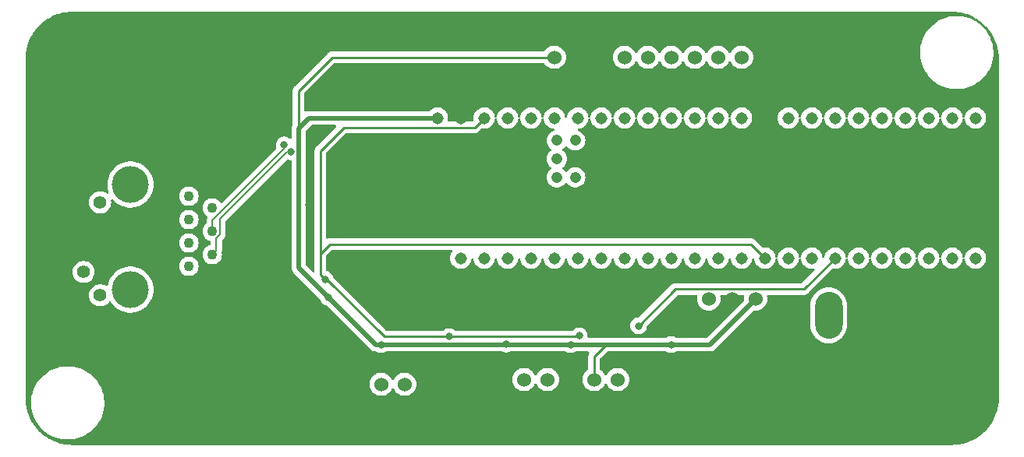
<source format=gbr>
%TF.GenerationSoftware,KiCad,Pcbnew,7.0.7*%
%TF.CreationDate,2024-03-26T15:49:53-05:00*%
%TF.ProjectId,InstrumentsBoard,496e7374-7275-46d6-956e-7473426f6172,rev?*%
%TF.SameCoordinates,Original*%
%TF.FileFunction,Copper,L2,Bot*%
%TF.FilePolarity,Positive*%
%FSLAX46Y46*%
G04 Gerber Fmt 4.6, Leading zero omitted, Abs format (unit mm)*
G04 Created by KiCad (PCBNEW 7.0.7) date 2024-03-26 15:49:53*
%MOMM*%
%LPD*%
G01*
G04 APERTURE LIST*
%TA.AperFunction,ComponentPad*%
%ADD10O,3.000000X5.100000*%
%TD*%
%TA.AperFunction,ComponentPad*%
%ADD11C,1.100000*%
%TD*%
%TA.AperFunction,ComponentPad*%
%ADD12C,1.400000*%
%TD*%
%TA.AperFunction,ComponentPad*%
%ADD13C,4.000000*%
%TD*%
%TA.AperFunction,ComponentPad*%
%ADD14C,2.000000*%
%TD*%
%TA.AperFunction,ComponentPad*%
%ADD15C,1.524000*%
%TD*%
%TA.AperFunction,ComponentPad*%
%ADD16C,1.308000*%
%TD*%
%TA.AperFunction,ComponentPad*%
%ADD17C,1.208000*%
%TD*%
%TA.AperFunction,ViaPad*%
%ADD18C,0.800000*%
%TD*%
%TA.AperFunction,Conductor*%
%ADD19C,0.508000*%
%TD*%
%TA.AperFunction,Conductor*%
%ADD20C,0.250000*%
%TD*%
%TA.AperFunction,Conductor*%
%ADD21C,0.254000*%
%TD*%
%TA.AperFunction,Conductor*%
%ADD22C,0.200000*%
%TD*%
G04 APERTURE END LIST*
D10*
%TO.P,Conn1,1,GND*%
%TO.N,GND*%
X111062800Y-67691000D03*
%TO.P,Conn1,2,V+Log*%
%TO.N,+12V*%
X111062800Y-59817000D03*
%TD*%
D11*
%TO.P,J1,1*%
%TO.N,T+*%
X41604500Y-46863000D03*
%TO.P,J1,2*%
%TO.N,Net-(C1-Pad1)*%
X44144500Y-48133000D03*
%TO.P,J1,3*%
%TO.N,T-*%
X41604500Y-49403000D03*
%TO.P,J1,4*%
%TO.N,R+*%
X44144500Y-50673000D03*
%TO.P,J1,5*%
%TO.N,Net-(C1-Pad1)*%
X41604500Y-51943000D03*
%TO.P,J1,6*%
%TO.N,R-*%
X44144500Y-53213000D03*
%TO.P,J1,7*%
%TO.N,unconnected-(J1-Pad7)*%
X41604500Y-54483000D03*
%TO.P,J1,8*%
%TO.N,GND*%
X44144500Y-55753000D03*
D12*
%TO.P,J1,9*%
X30174500Y-44983000D03*
%TO.P,J1,10*%
%TO.N,LED*%
X31964500Y-47523000D03*
%TO.P,J1,11*%
%TO.N,unconnected-(J1-Pad11)*%
X30174500Y-55093000D03*
%TO.P,J1,12*%
%TO.N,unconnected-(J1-Pad12)*%
X31964500Y-57633000D03*
D13*
%TO.P,J1,13*%
%TO.N,N/C*%
X35254500Y-45593000D03*
%TO.P,J1,14*%
X35254500Y-57023000D03*
D14*
%TO.P,J1,SH*%
%TO.N,GND*%
X38304500Y-43433000D03*
X38304500Y-59183000D03*
%TD*%
D15*
%TO.P,U2,1,Vi*%
%TO.N,+12V*%
X98044000Y-58039000D03*
%TO.P,U2,2,GND*%
%TO.N,GND*%
X100584000Y-58039000D03*
%TO.P,U2,3,Vo*%
%TO.N,+5V*%
X103124000Y-58039000D03*
%TD*%
%TO.P,Conn4,1*%
%TO.N,+5V*%
X81280000Y-31750000D03*
%TO.P,Conn4,2*%
%TO.N,GND*%
X83820000Y-31750000D03*
%TO.P,Conn4,3*%
X86360000Y-31750000D03*
%TO.P,Conn4,4*%
%TO.N,EOS*%
X88900000Y-31750000D03*
%TO.P,Conn4,5*%
%TO.N,TRG*%
X91440000Y-31750000D03*
%TO.P,Conn4,6*%
%TO.N,START*%
X93980000Y-31750000D03*
%TO.P,Conn4,7*%
%TO.N,CLK*%
X96520000Y-31750000D03*
%TO.P,Conn4,8*%
%TO.N,VIDEO*%
X99060000Y-31750000D03*
%TO.P,Conn4,9*%
%TO.N,WHITE_LED*%
X101600000Y-31750000D03*
%TD*%
%TO.P,Conn5,1*%
%TO.N,Net-(Q3-D)*%
X65024000Y-67310000D03*
%TO.P,Conn5,2*%
%TO.N,+5V*%
X62484000Y-67310000D03*
%TD*%
%TO.P,Conn2,1*%
%TO.N,CCD_Vout*%
X88138000Y-66802000D03*
%TO.P,Conn2,2*%
%TO.N,+5V*%
X85598000Y-66802000D03*
%TO.P,Conn2,3*%
%TO.N,GND*%
X83058000Y-66802000D03*
%TO.P,Conn2,4*%
%TO.N,CCD_CLK_5V*%
X80518000Y-66802000D03*
%TO.P,Conn2,5*%
%TO.N,CCD_ROG_5V*%
X77978000Y-66802000D03*
%TD*%
D16*
%TO.P,U1,0,RX1*%
%TO.N,Green_Laser_3V3*%
X71120000Y-53594000D03*
%TO.P,U1,1,TX1*%
%TO.N,unconnected-(U1-TX1-Pad1)*%
X73660000Y-53594000D03*
%TO.P,U1,2,OUT2*%
%TO.N,unconnected-(U1-OUT2-Pad2)*%
X76200000Y-53594000D03*
%TO.P,U1,3,LRCLK2*%
%TO.N,unconnected-(U1-LRCLK2-Pad3)*%
X78740000Y-53594000D03*
%TO.P,U1,3.3V_1,3.3V*%
%TO.N,+3V3*%
X104140000Y-53594000D03*
%TO.P,U1,3.3V_2,3.3V*%
X73660000Y-38354000D03*
%TO.P,U1,4,BCLK2*%
%TO.N,unconnected-(U1-BCLK2-Pad4)*%
X81280000Y-53594000D03*
%TO.P,U1,5,IN2*%
%TO.N,unconnected-(U1-IN2-Pad5)*%
X83820000Y-53594000D03*
%TO.P,U1,6,OUT1D*%
%TO.N,unconnected-(U1-OUT1D-Pad6)*%
X86360000Y-53594000D03*
%TO.P,U1,7,RX2*%
%TO.N,unconnected-(U1-RX2-Pad7)*%
X88900000Y-53594000D03*
%TO.P,U1,8,TX2*%
%TO.N,unconnected-(U1-TX2-Pad8)*%
X91440000Y-53594000D03*
%TO.P,U1,9,OUT1C*%
%TO.N,unconnected-(U1-OUT1C-Pad9)*%
X93980000Y-53594000D03*
%TO.P,U1,10,CS1*%
%TO.N,unconnected-(U1-CS1-Pad10)*%
X96520000Y-53594000D03*
%TO.P,U1,11,MOSI*%
%TO.N,unconnected-(U1-MOSI-Pad11)*%
X99060000Y-53594000D03*
%TO.P,U1,12,MISO*%
%TO.N,unconnected-(U1-MISO-Pad12)*%
X101600000Y-53594000D03*
%TO.P,U1,13,SCK*%
%TO.N,WHITE_LED*%
X101600000Y-38354000D03*
%TO.P,U1,14,A0*%
%TO.N,VIDEO*%
X99060000Y-38354000D03*
%TO.P,U1,15,A1*%
%TO.N,CLK*%
X96520000Y-38354000D03*
%TO.P,U1,16,A2*%
%TO.N,START*%
X93980000Y-38354000D03*
%TO.P,U1,17,A3*%
%TO.N,TRG*%
X91440000Y-38354000D03*
%TO.P,U1,18,A4*%
%TO.N,EOS*%
X88900000Y-38354000D03*
%TO.P,U1,19,A5*%
%TO.N,unconnected-(U1-A5-Pad19)*%
X86360000Y-38354000D03*
%TO.P,U1,20,A6*%
%TO.N,unconnected-(U1-A6-Pad20)*%
X83820000Y-38354000D03*
%TO.P,U1,21,A7*%
%TO.N,unconnected-(U1-A7-Pad21)*%
X81280000Y-38354000D03*
%TO.P,U1,22,A8*%
%TO.N,unconnected-(U1-A8-Pad22)*%
X78740000Y-38354000D03*
%TO.P,U1,23,A9*%
%TO.N,unconnected-(U1-A9-Pad23)*%
X76200000Y-38354000D03*
%TO.P,U1,24,A10*%
%TO.N,CCD_ROG_3V3*%
X106680000Y-53594000D03*
%TO.P,U1,25,A11*%
%TO.N,CCD_CLK_3V3*%
X109220000Y-53594000D03*
%TO.P,U1,26,A12*%
%TO.N,CCD_Vout*%
X111760000Y-53594000D03*
%TO.P,U1,27,A13*%
%TO.N,unconnected-(U1-A13-Pad27)*%
X114300000Y-53594000D03*
%TO.P,U1,28,RX7*%
%TO.N,unconnected-(U1-RX7-Pad28)*%
X116840000Y-53594000D03*
%TO.P,U1,29,TX7*%
%TO.N,unconnected-(U1-TX7-Pad29)*%
X119380000Y-53594000D03*
%TO.P,U1,30,CRX3*%
%TO.N,unconnected-(U1-CRX3-Pad30)*%
X121920000Y-53594000D03*
%TO.P,U1,31,CTX3*%
%TO.N,unconnected-(U1-CTX3-Pad31)*%
X124460000Y-53594000D03*
%TO.P,U1,32,OUT1B*%
%TO.N,unconnected-(U1-OUT1B-Pad32)*%
X127000000Y-53594000D03*
%TO.P,U1,33,MCLK2*%
%TO.N,unconnected-(U1-MCLK2-Pad33)*%
X127000000Y-38354000D03*
%TO.P,U1,34,RX8*%
%TO.N,unconnected-(U1-RX8-Pad34)*%
X124460000Y-38354000D03*
%TO.P,U1,35,TX8*%
%TO.N,unconnected-(U1-TX8-Pad35)*%
X121920000Y-38354000D03*
%TO.P,U1,36,CS2*%
%TO.N,unconnected-(U1-CS2-Pad36)*%
X119380000Y-38354000D03*
%TO.P,U1,37,CS3*%
%TO.N,unconnected-(U1-CS3-Pad37)*%
X116840000Y-38354000D03*
%TO.P,U1,38,A14*%
%TO.N,unconnected-(U1-A14-Pad38)*%
X114300000Y-38354000D03*
%TO.P,U1,39,A15*%
%TO.N,unconnected-(U1-A15-Pad39)*%
X111760000Y-38354000D03*
%TO.P,U1,40,A16*%
%TO.N,unconnected-(U1-A16-Pad40)*%
X109220000Y-38354000D03*
%TO.P,U1,41,A17*%
%TO.N,unconnected-(U1-A17-Pad41)*%
X106680000Y-38354000D03*
%TO.P,U1,GND1,GND*%
%TO.N,GND*%
X68580000Y-53594000D03*
%TO.P,U1,GND2,GND*%
X104140000Y-38354000D03*
%TO.P,U1,GND3,GND*%
X71120000Y-38354000D03*
D17*
%TO.P,U1,GND5,GND*%
X83550000Y-42804000D03*
%TO.P,U1,LED,LED*%
%TO.N,LED*%
X81550000Y-42804000D03*
%TO.P,U1,R+,R+*%
%TO.N,R+*%
X81550000Y-40804000D03*
%TO.P,U1,R-,R-*%
%TO.N,R-*%
X83550000Y-40804000D03*
%TO.P,U1,T+,T+*%
%TO.N,T+*%
X83550000Y-44804000D03*
%TO.P,U1,T-,T-*%
%TO.N,T-*%
X81550000Y-44804000D03*
D16*
%TO.P,U1,VIN,VIN*%
%TO.N,+5V*%
X68580000Y-38354000D03*
%TD*%
D18*
%TO.N,GND*%
X91186000Y-56134000D03*
X56896000Y-46736000D03*
X78994000Y-59445000D03*
X54610000Y-47752000D03*
X80518000Y-58683000D03*
X49530000Y-49276000D03*
X78740000Y-56397000D03*
%TO.N,+5V*%
X83058000Y-62992000D03*
X62484000Y-62992000D03*
X93980000Y-62992000D03*
X56715000Y-57839000D03*
X76049500Y-62954500D03*
%TO.N,CCD_Vout*%
X90424000Y-60960000D03*
%TO.N,R+*%
X51952768Y-41284768D03*
%TO.N,R-*%
X52695232Y-42027232D03*
%TO.N,+3V3*%
X56388000Y-55880000D03*
X69850000Y-62138500D03*
X83988451Y-62052951D03*
%TD*%
D19*
%TO.N,+5V*%
X62484000Y-62992000D02*
X73406000Y-62992000D01*
X54610000Y-38354000D02*
X53502000Y-39462000D01*
X83058000Y-62992000D02*
X86868000Y-62992000D01*
X73406000Y-62992000D02*
X75946000Y-62992000D01*
X98171000Y-62992000D02*
X103124000Y-58039000D01*
X53502000Y-54626000D02*
X55318000Y-56442000D01*
X93980000Y-62992000D02*
X98171000Y-62992000D01*
X61868000Y-62992000D02*
X62484000Y-62992000D01*
X81280000Y-62992000D02*
X83058000Y-62992000D01*
D20*
X85598000Y-66802000D02*
X85598000Y-64262000D01*
D19*
X88900000Y-62992000D02*
X86868000Y-62992000D01*
X75946000Y-62992000D02*
X81280000Y-62992000D01*
X54610000Y-38354000D02*
X68580000Y-38354000D01*
D20*
X85598000Y-64262000D02*
X86868000Y-62992000D01*
D19*
X93980000Y-62992000D02*
X88900000Y-62992000D01*
X56715000Y-57839000D02*
X61868000Y-62992000D01*
D21*
X57150000Y-31750000D02*
X53502000Y-35398000D01*
D19*
X53502000Y-40640000D02*
X53502000Y-54626000D01*
D21*
X57150000Y-31750000D02*
X81280000Y-31750000D01*
X53502000Y-35398000D02*
X53502000Y-40640000D01*
D19*
X55318000Y-56442000D02*
X56715000Y-57839000D01*
X53502000Y-39462000D02*
X53502000Y-40640000D01*
D20*
%TO.N,CCD_Vout*%
X108402000Y-56952000D02*
X111760000Y-53594000D01*
X90424000Y-60960000D02*
X94432000Y-56952000D01*
X94432000Y-56952000D02*
X108402000Y-56952000D01*
D22*
%TO.N,R+*%
X51952768Y-41709033D02*
X51952768Y-41284768D01*
X44144500Y-50673000D02*
X44144500Y-49517301D01*
X44144500Y-49517301D02*
X51952768Y-41709033D01*
%TO.N,R-*%
X44994500Y-49303699D02*
X52270967Y-42027232D01*
X44594500Y-51425082D02*
X44994500Y-51025082D01*
X52270967Y-42027232D02*
X52695232Y-42027232D01*
X44144500Y-53213000D02*
X44594500Y-52763000D01*
X44594500Y-52763000D02*
X44594500Y-51425082D01*
X44994500Y-51025082D02*
X44994500Y-49303699D01*
D20*
%TO.N,+3V3*%
X83988451Y-62052951D02*
X83902902Y-62138500D01*
D21*
X56571000Y-55880000D02*
X56388000Y-55880000D01*
X62829500Y-62138500D02*
X56571000Y-55880000D01*
X55880000Y-53086000D02*
X56896000Y-52070000D01*
X55880000Y-55372000D02*
X55880000Y-53086000D01*
X69850000Y-62138500D02*
X62829500Y-62138500D01*
X55880000Y-41910000D02*
X58420000Y-39370000D01*
X55880000Y-53086000D02*
X55880000Y-41910000D01*
X56896000Y-52070000D02*
X102616000Y-52070000D01*
X83902902Y-62138500D02*
X69850000Y-62138500D01*
X72644000Y-39370000D02*
X73660000Y-38354000D01*
X58420000Y-39370000D02*
X72644000Y-39370000D01*
X56388000Y-55880000D02*
X55880000Y-55372000D01*
X102616000Y-52070000D02*
X104140000Y-53594000D01*
%TD*%
%TA.AperFunction,Conductor*%
%TO.N,GND*%
G36*
X70168308Y-52717185D02*
G01*
X70214063Y-52769989D01*
X70224007Y-52839147D01*
X70200223Y-52896227D01*
X70134219Y-52983629D01*
X70038849Y-53175158D01*
X70038846Y-53175164D01*
X69980296Y-53380949D01*
X69980295Y-53380952D01*
X69960554Y-53593999D01*
X69960554Y-53594000D01*
X69980295Y-53807047D01*
X69980296Y-53807050D01*
X70038846Y-54012835D01*
X70038849Y-54012841D01*
X70126182Y-54188230D01*
X70134219Y-54204370D01*
X70263159Y-54375114D01*
X70421278Y-54519258D01*
X70421283Y-54519261D01*
X70421286Y-54519263D01*
X70603186Y-54631891D01*
X70603187Y-54631891D01*
X70603190Y-54631893D01*
X70802703Y-54709185D01*
X71013020Y-54748500D01*
X71013022Y-54748500D01*
X71226978Y-54748500D01*
X71226980Y-54748500D01*
X71437297Y-54709185D01*
X71636810Y-54631893D01*
X71818722Y-54519258D01*
X71976841Y-54375114D01*
X72105781Y-54204370D01*
X72201151Y-54012840D01*
X72201151Y-54012837D01*
X72201153Y-54012835D01*
X72235391Y-53892500D01*
X72259704Y-53807048D01*
X72266529Y-53733394D01*
X72292315Y-53668457D01*
X72349116Y-53627770D01*
X72418897Y-53624250D01*
X72479503Y-53659015D01*
X72511693Y-53721028D01*
X72513471Y-53733395D01*
X72520295Y-53807047D01*
X72520296Y-53807050D01*
X72578846Y-54012835D01*
X72578849Y-54012841D01*
X72666182Y-54188230D01*
X72674219Y-54204370D01*
X72803159Y-54375114D01*
X72961278Y-54519258D01*
X72961283Y-54519261D01*
X72961286Y-54519263D01*
X73143186Y-54631891D01*
X73143187Y-54631891D01*
X73143190Y-54631893D01*
X73342703Y-54709185D01*
X73553020Y-54748500D01*
X73553022Y-54748500D01*
X73766978Y-54748500D01*
X73766980Y-54748500D01*
X73977297Y-54709185D01*
X74176810Y-54631893D01*
X74358722Y-54519258D01*
X74516841Y-54375114D01*
X74645781Y-54204370D01*
X74741151Y-54012840D01*
X74741151Y-54012837D01*
X74741153Y-54012835D01*
X74775391Y-53892500D01*
X74799704Y-53807048D01*
X74806529Y-53733394D01*
X74832315Y-53668457D01*
X74889116Y-53627770D01*
X74958897Y-53624250D01*
X75019503Y-53659015D01*
X75051693Y-53721028D01*
X75053471Y-53733395D01*
X75060295Y-53807047D01*
X75060296Y-53807050D01*
X75118846Y-54012835D01*
X75118849Y-54012841D01*
X75206182Y-54188230D01*
X75214219Y-54204370D01*
X75343159Y-54375114D01*
X75501278Y-54519258D01*
X75501283Y-54519261D01*
X75501286Y-54519263D01*
X75683186Y-54631891D01*
X75683187Y-54631891D01*
X75683190Y-54631893D01*
X75882703Y-54709185D01*
X76093020Y-54748500D01*
X76093022Y-54748500D01*
X76306978Y-54748500D01*
X76306980Y-54748500D01*
X76517297Y-54709185D01*
X76716810Y-54631893D01*
X76898722Y-54519258D01*
X77056841Y-54375114D01*
X77185781Y-54204370D01*
X77281151Y-54012840D01*
X77281151Y-54012837D01*
X77281153Y-54012835D01*
X77315391Y-53892500D01*
X77339704Y-53807048D01*
X77346529Y-53733394D01*
X77372315Y-53668457D01*
X77429116Y-53627770D01*
X77498897Y-53624250D01*
X77559503Y-53659015D01*
X77591693Y-53721028D01*
X77593471Y-53733395D01*
X77600295Y-53807047D01*
X77600296Y-53807050D01*
X77658846Y-54012835D01*
X77658849Y-54012841D01*
X77746182Y-54188230D01*
X77754219Y-54204370D01*
X77883159Y-54375114D01*
X78041278Y-54519258D01*
X78041283Y-54519261D01*
X78041286Y-54519263D01*
X78223186Y-54631891D01*
X78223187Y-54631891D01*
X78223190Y-54631893D01*
X78422703Y-54709185D01*
X78633020Y-54748500D01*
X78633022Y-54748500D01*
X78846978Y-54748500D01*
X78846980Y-54748500D01*
X79057297Y-54709185D01*
X79256810Y-54631893D01*
X79438722Y-54519258D01*
X79596841Y-54375114D01*
X79725781Y-54204370D01*
X79821151Y-54012840D01*
X79821151Y-54012837D01*
X79821153Y-54012835D01*
X79855391Y-53892500D01*
X79879704Y-53807048D01*
X79886529Y-53733394D01*
X79912315Y-53668457D01*
X79969116Y-53627770D01*
X80038897Y-53624250D01*
X80099503Y-53659015D01*
X80131693Y-53721028D01*
X80133471Y-53733395D01*
X80140295Y-53807047D01*
X80140296Y-53807050D01*
X80198846Y-54012835D01*
X80198849Y-54012841D01*
X80286182Y-54188230D01*
X80294219Y-54204370D01*
X80423159Y-54375114D01*
X80581278Y-54519258D01*
X80581283Y-54519261D01*
X80581286Y-54519263D01*
X80763186Y-54631891D01*
X80763187Y-54631891D01*
X80763190Y-54631893D01*
X80962703Y-54709185D01*
X81173020Y-54748500D01*
X81173022Y-54748500D01*
X81386978Y-54748500D01*
X81386980Y-54748500D01*
X81597297Y-54709185D01*
X81796810Y-54631893D01*
X81978722Y-54519258D01*
X82136841Y-54375114D01*
X82265781Y-54204370D01*
X82361151Y-54012840D01*
X82361151Y-54012837D01*
X82361153Y-54012835D01*
X82395391Y-53892500D01*
X82419704Y-53807048D01*
X82426529Y-53733394D01*
X82452315Y-53668457D01*
X82509116Y-53627770D01*
X82578897Y-53624250D01*
X82639503Y-53659015D01*
X82671693Y-53721028D01*
X82673471Y-53733395D01*
X82680295Y-53807047D01*
X82680296Y-53807050D01*
X82738846Y-54012835D01*
X82738849Y-54012841D01*
X82826182Y-54188230D01*
X82834219Y-54204370D01*
X82963159Y-54375114D01*
X83121278Y-54519258D01*
X83121283Y-54519261D01*
X83121286Y-54519263D01*
X83303186Y-54631891D01*
X83303187Y-54631891D01*
X83303190Y-54631893D01*
X83502703Y-54709185D01*
X83713020Y-54748500D01*
X83713022Y-54748500D01*
X83926978Y-54748500D01*
X83926980Y-54748500D01*
X84137297Y-54709185D01*
X84336810Y-54631893D01*
X84518722Y-54519258D01*
X84676841Y-54375114D01*
X84805781Y-54204370D01*
X84901151Y-54012840D01*
X84901151Y-54012837D01*
X84901153Y-54012835D01*
X84935391Y-53892500D01*
X84959704Y-53807048D01*
X84966529Y-53733394D01*
X84992315Y-53668457D01*
X85049116Y-53627770D01*
X85118897Y-53624250D01*
X85179503Y-53659015D01*
X85211693Y-53721028D01*
X85213471Y-53733395D01*
X85220295Y-53807047D01*
X85220296Y-53807050D01*
X85278846Y-54012835D01*
X85278849Y-54012841D01*
X85366182Y-54188230D01*
X85374219Y-54204370D01*
X85503159Y-54375114D01*
X85661278Y-54519258D01*
X85661283Y-54519261D01*
X85661286Y-54519263D01*
X85843186Y-54631891D01*
X85843187Y-54631891D01*
X85843190Y-54631893D01*
X86042703Y-54709185D01*
X86253020Y-54748500D01*
X86253022Y-54748500D01*
X86466978Y-54748500D01*
X86466980Y-54748500D01*
X86677297Y-54709185D01*
X86876810Y-54631893D01*
X87058722Y-54519258D01*
X87216841Y-54375114D01*
X87345781Y-54204370D01*
X87441151Y-54012840D01*
X87441151Y-54012837D01*
X87441153Y-54012835D01*
X87475391Y-53892500D01*
X87499704Y-53807048D01*
X87506529Y-53733394D01*
X87532315Y-53668457D01*
X87589116Y-53627770D01*
X87658897Y-53624250D01*
X87719503Y-53659015D01*
X87751693Y-53721028D01*
X87753471Y-53733395D01*
X87760295Y-53807047D01*
X87760296Y-53807050D01*
X87818846Y-54012835D01*
X87818849Y-54012841D01*
X87906182Y-54188230D01*
X87914219Y-54204370D01*
X88043159Y-54375114D01*
X88201278Y-54519258D01*
X88201283Y-54519261D01*
X88201286Y-54519263D01*
X88383186Y-54631891D01*
X88383187Y-54631891D01*
X88383190Y-54631893D01*
X88582703Y-54709185D01*
X88793020Y-54748500D01*
X88793022Y-54748500D01*
X89006978Y-54748500D01*
X89006980Y-54748500D01*
X89217297Y-54709185D01*
X89416810Y-54631893D01*
X89598722Y-54519258D01*
X89756841Y-54375114D01*
X89885781Y-54204370D01*
X89981151Y-54012840D01*
X89981151Y-54012837D01*
X89981153Y-54012835D01*
X90015391Y-53892500D01*
X90039704Y-53807048D01*
X90046529Y-53733394D01*
X90072315Y-53668457D01*
X90129116Y-53627770D01*
X90198897Y-53624250D01*
X90259503Y-53659015D01*
X90291693Y-53721028D01*
X90293471Y-53733395D01*
X90300295Y-53807047D01*
X90300296Y-53807050D01*
X90358846Y-54012835D01*
X90358849Y-54012841D01*
X90446182Y-54188230D01*
X90454219Y-54204370D01*
X90583159Y-54375114D01*
X90741278Y-54519258D01*
X90741283Y-54519261D01*
X90741286Y-54519263D01*
X90923186Y-54631891D01*
X90923187Y-54631891D01*
X90923190Y-54631893D01*
X91122703Y-54709185D01*
X91333020Y-54748500D01*
X91333022Y-54748500D01*
X91546978Y-54748500D01*
X91546980Y-54748500D01*
X91757297Y-54709185D01*
X91956810Y-54631893D01*
X92138722Y-54519258D01*
X92296841Y-54375114D01*
X92425781Y-54204370D01*
X92521151Y-54012840D01*
X92521151Y-54012837D01*
X92521153Y-54012835D01*
X92555391Y-53892500D01*
X92579704Y-53807048D01*
X92586529Y-53733394D01*
X92612315Y-53668457D01*
X92669116Y-53627770D01*
X92738897Y-53624250D01*
X92799503Y-53659015D01*
X92831693Y-53721028D01*
X92833471Y-53733395D01*
X92840295Y-53807047D01*
X92840296Y-53807050D01*
X92898846Y-54012835D01*
X92898849Y-54012841D01*
X92986182Y-54188230D01*
X92994219Y-54204370D01*
X93123159Y-54375114D01*
X93281278Y-54519258D01*
X93281283Y-54519261D01*
X93281286Y-54519263D01*
X93463186Y-54631891D01*
X93463187Y-54631891D01*
X93463190Y-54631893D01*
X93662703Y-54709185D01*
X93873020Y-54748500D01*
X93873022Y-54748500D01*
X94086978Y-54748500D01*
X94086980Y-54748500D01*
X94297297Y-54709185D01*
X94496810Y-54631893D01*
X94678722Y-54519258D01*
X94836841Y-54375114D01*
X94965781Y-54204370D01*
X95061151Y-54012840D01*
X95061151Y-54012837D01*
X95061153Y-54012835D01*
X95095391Y-53892500D01*
X95119704Y-53807048D01*
X95126529Y-53733394D01*
X95152315Y-53668457D01*
X95209116Y-53627770D01*
X95278897Y-53624250D01*
X95339503Y-53659015D01*
X95371693Y-53721028D01*
X95373471Y-53733395D01*
X95380295Y-53807047D01*
X95380296Y-53807050D01*
X95438846Y-54012835D01*
X95438849Y-54012841D01*
X95526182Y-54188230D01*
X95534219Y-54204370D01*
X95663159Y-54375114D01*
X95821278Y-54519258D01*
X95821283Y-54519261D01*
X95821286Y-54519263D01*
X96003186Y-54631891D01*
X96003187Y-54631891D01*
X96003190Y-54631893D01*
X96202703Y-54709185D01*
X96413020Y-54748500D01*
X96413022Y-54748500D01*
X96626978Y-54748500D01*
X96626980Y-54748500D01*
X96837297Y-54709185D01*
X97036810Y-54631893D01*
X97218722Y-54519258D01*
X97376841Y-54375114D01*
X97505781Y-54204370D01*
X97601151Y-54012840D01*
X97601151Y-54012837D01*
X97601153Y-54012835D01*
X97635391Y-53892500D01*
X97659704Y-53807048D01*
X97666529Y-53733394D01*
X97692315Y-53668457D01*
X97749116Y-53627770D01*
X97818897Y-53624250D01*
X97879503Y-53659015D01*
X97911693Y-53721028D01*
X97913471Y-53733395D01*
X97920295Y-53807047D01*
X97920296Y-53807050D01*
X97978846Y-54012835D01*
X97978849Y-54012841D01*
X98066182Y-54188230D01*
X98074219Y-54204370D01*
X98203159Y-54375114D01*
X98361278Y-54519258D01*
X98361283Y-54519261D01*
X98361286Y-54519263D01*
X98543186Y-54631891D01*
X98543187Y-54631891D01*
X98543190Y-54631893D01*
X98742703Y-54709185D01*
X98953020Y-54748500D01*
X98953022Y-54748500D01*
X99166978Y-54748500D01*
X99166980Y-54748500D01*
X99377297Y-54709185D01*
X99576810Y-54631893D01*
X99758722Y-54519258D01*
X99916841Y-54375114D01*
X100045781Y-54204370D01*
X100141151Y-54012840D01*
X100141151Y-54012837D01*
X100141153Y-54012835D01*
X100175391Y-53892500D01*
X100199704Y-53807048D01*
X100206529Y-53733394D01*
X100232315Y-53668457D01*
X100289116Y-53627770D01*
X100358897Y-53624250D01*
X100419503Y-53659015D01*
X100451693Y-53721028D01*
X100453471Y-53733395D01*
X100460295Y-53807047D01*
X100460296Y-53807050D01*
X100518846Y-54012835D01*
X100518849Y-54012841D01*
X100606182Y-54188230D01*
X100614219Y-54204370D01*
X100743159Y-54375114D01*
X100901278Y-54519258D01*
X100901283Y-54519261D01*
X100901286Y-54519263D01*
X101083186Y-54631891D01*
X101083187Y-54631891D01*
X101083190Y-54631893D01*
X101282703Y-54709185D01*
X101493020Y-54748500D01*
X101493022Y-54748500D01*
X101706978Y-54748500D01*
X101706980Y-54748500D01*
X101917297Y-54709185D01*
X102116810Y-54631893D01*
X102298722Y-54519258D01*
X102456841Y-54375114D01*
X102585781Y-54204370D01*
X102681151Y-54012840D01*
X102681151Y-54012837D01*
X102681153Y-54012835D01*
X102715391Y-53892500D01*
X102739704Y-53807048D01*
X102746529Y-53733394D01*
X102772315Y-53668457D01*
X102829116Y-53627770D01*
X102898897Y-53624250D01*
X102959503Y-53659015D01*
X102991693Y-53721028D01*
X102993471Y-53733395D01*
X103000295Y-53807047D01*
X103000296Y-53807050D01*
X103058846Y-54012835D01*
X103058849Y-54012841D01*
X103146182Y-54188230D01*
X103154219Y-54204370D01*
X103283159Y-54375114D01*
X103441278Y-54519258D01*
X103441283Y-54519261D01*
X103441286Y-54519263D01*
X103623186Y-54631891D01*
X103623187Y-54631891D01*
X103623190Y-54631893D01*
X103822703Y-54709185D01*
X104033020Y-54748500D01*
X104033022Y-54748500D01*
X104246978Y-54748500D01*
X104246980Y-54748500D01*
X104457297Y-54709185D01*
X104656810Y-54631893D01*
X104838722Y-54519258D01*
X104996841Y-54375114D01*
X105125781Y-54204370D01*
X105221151Y-54012840D01*
X105221151Y-54012837D01*
X105221153Y-54012835D01*
X105255391Y-53892500D01*
X105279704Y-53807048D01*
X105286529Y-53733394D01*
X105312315Y-53668457D01*
X105369116Y-53627770D01*
X105438897Y-53624250D01*
X105499503Y-53659015D01*
X105531693Y-53721028D01*
X105533471Y-53733395D01*
X105540295Y-53807047D01*
X105540296Y-53807050D01*
X105598846Y-54012835D01*
X105598849Y-54012841D01*
X105686182Y-54188230D01*
X105694219Y-54204370D01*
X105823159Y-54375114D01*
X105981278Y-54519258D01*
X105981283Y-54519261D01*
X105981286Y-54519263D01*
X106163186Y-54631891D01*
X106163187Y-54631891D01*
X106163190Y-54631893D01*
X106362703Y-54709185D01*
X106573020Y-54748500D01*
X106573022Y-54748500D01*
X106786978Y-54748500D01*
X106786980Y-54748500D01*
X106997297Y-54709185D01*
X107196810Y-54631893D01*
X107378722Y-54519258D01*
X107536841Y-54375114D01*
X107665781Y-54204370D01*
X107761151Y-54012840D01*
X107761151Y-54012837D01*
X107761153Y-54012835D01*
X107795391Y-53892500D01*
X107819704Y-53807048D01*
X107826529Y-53733394D01*
X107852315Y-53668457D01*
X107909116Y-53627770D01*
X107978897Y-53624250D01*
X108039503Y-53659015D01*
X108071693Y-53721028D01*
X108073471Y-53733395D01*
X108080295Y-53807047D01*
X108080296Y-53807050D01*
X108138846Y-54012835D01*
X108138849Y-54012841D01*
X108226182Y-54188230D01*
X108234219Y-54204370D01*
X108363159Y-54375114D01*
X108521278Y-54519258D01*
X108521283Y-54519261D01*
X108521286Y-54519263D01*
X108703186Y-54631891D01*
X108703187Y-54631891D01*
X108703190Y-54631893D01*
X108902703Y-54709185D01*
X109113020Y-54748500D01*
X109113022Y-54748500D01*
X109326979Y-54748500D01*
X109326980Y-54748500D01*
X109417862Y-54731511D01*
X109487375Y-54738541D01*
X109542054Y-54782038D01*
X109564537Y-54848191D01*
X109547685Y-54915998D01*
X109528327Y-54941080D01*
X108179228Y-56290181D01*
X108117905Y-56323666D01*
X108091547Y-56326500D01*
X94514743Y-56326500D01*
X94499122Y-56324775D01*
X94499096Y-56325061D01*
X94491334Y-56324327D01*
X94491333Y-56324327D01*
X94422186Y-56326500D01*
X94392649Y-56326500D01*
X94385766Y-56327369D01*
X94379949Y-56327826D01*
X94333373Y-56329290D01*
X94314129Y-56334881D01*
X94295079Y-56338825D01*
X94275211Y-56341334D01*
X94231884Y-56358488D01*
X94226358Y-56360379D01*
X94181614Y-56373379D01*
X94181610Y-56373381D01*
X94164366Y-56383579D01*
X94146905Y-56392133D01*
X94128274Y-56399510D01*
X94128262Y-56399517D01*
X94090570Y-56426902D01*
X94085687Y-56430109D01*
X94045580Y-56453829D01*
X94031414Y-56467995D01*
X94016624Y-56480627D01*
X94000414Y-56492404D01*
X94000411Y-56492407D01*
X93970710Y-56528309D01*
X93966777Y-56532631D01*
X90476228Y-60023181D01*
X90414905Y-60056666D01*
X90388547Y-60059500D01*
X90329354Y-60059500D01*
X90296897Y-60066398D01*
X90144197Y-60098855D01*
X90144192Y-60098857D01*
X89971270Y-60175848D01*
X89971265Y-60175851D01*
X89818129Y-60287111D01*
X89691466Y-60427785D01*
X89596821Y-60591715D01*
X89596818Y-60591722D01*
X89538327Y-60771740D01*
X89538326Y-60771744D01*
X89518540Y-60960000D01*
X89538326Y-61148256D01*
X89538327Y-61148259D01*
X89596818Y-61328277D01*
X89596821Y-61328284D01*
X89691467Y-61492216D01*
X89717146Y-61520735D01*
X89818129Y-61632888D01*
X89971265Y-61744148D01*
X89971270Y-61744151D01*
X90144192Y-61821142D01*
X90144197Y-61821144D01*
X90329354Y-61860500D01*
X90329355Y-61860500D01*
X90518644Y-61860500D01*
X90518646Y-61860500D01*
X90703803Y-61821144D01*
X90876730Y-61744151D01*
X91029871Y-61632888D01*
X91156533Y-61492216D01*
X91251179Y-61328284D01*
X91309674Y-61148256D01*
X91327321Y-60980345D01*
X91353905Y-60915732D01*
X91362952Y-60905636D01*
X94654771Y-57613819D01*
X94716095Y-57580334D01*
X94742453Y-57577500D01*
X96699022Y-57577500D01*
X96766061Y-57597185D01*
X96811816Y-57649989D01*
X96821760Y-57719147D01*
X96818798Y-57733585D01*
X96807054Y-57777415D01*
X96795930Y-57818930D01*
X96795929Y-57818937D01*
X96776677Y-58038997D01*
X96776677Y-58039002D01*
X96795929Y-58259062D01*
X96795930Y-58259070D01*
X96853104Y-58472445D01*
X96853105Y-58472447D01*
X96853106Y-58472450D01*
X96910309Y-58595123D01*
X96946466Y-58672662D01*
X96946468Y-58672666D01*
X97073170Y-58853615D01*
X97073175Y-58853621D01*
X97229378Y-59009824D01*
X97229384Y-59009829D01*
X97410333Y-59136531D01*
X97410335Y-59136532D01*
X97410338Y-59136534D01*
X97610550Y-59229894D01*
X97823932Y-59287070D01*
X97981123Y-59300822D01*
X98043998Y-59306323D01*
X98044000Y-59306323D01*
X98044002Y-59306323D01*
X98099016Y-59301509D01*
X98264068Y-59287070D01*
X98477450Y-59229894D01*
X98677662Y-59136534D01*
X98858620Y-59009826D01*
X99014826Y-58853620D01*
X99141534Y-58672662D01*
X99234894Y-58472450D01*
X99292070Y-58259068D01*
X99311323Y-58039000D01*
X99309620Y-58019538D01*
X99295185Y-57854536D01*
X99292070Y-57818932D01*
X99269203Y-57733592D01*
X99270866Y-57663744D01*
X99310028Y-57605881D01*
X99374256Y-57578377D01*
X99388978Y-57577500D01*
X101779022Y-57577500D01*
X101846061Y-57597185D01*
X101891816Y-57649989D01*
X101901760Y-57719147D01*
X101898798Y-57733585D01*
X101887054Y-57777415D01*
X101875930Y-57818930D01*
X101875929Y-57818937D01*
X101856677Y-58038997D01*
X101856677Y-58039003D01*
X101867750Y-58165583D01*
X101853983Y-58234083D01*
X101831903Y-58264070D01*
X97894795Y-62201181D01*
X97833472Y-62234666D01*
X97807114Y-62237500D01*
X94513831Y-62237500D01*
X94446792Y-62217815D01*
X94440944Y-62213817D01*
X94432730Y-62207849D01*
X94432729Y-62207848D01*
X94259807Y-62130857D01*
X94259802Y-62130855D01*
X94114001Y-62099865D01*
X94074646Y-62091500D01*
X93885354Y-62091500D01*
X93852897Y-62098398D01*
X93700197Y-62130855D01*
X93700192Y-62130857D01*
X93527270Y-62207848D01*
X93527269Y-62207849D01*
X93519056Y-62213817D01*
X93453250Y-62237298D01*
X93446169Y-62237500D01*
X85012230Y-62237500D01*
X84945191Y-62217815D01*
X84899436Y-62165011D01*
X84888909Y-62100540D01*
X84893911Y-62052951D01*
X84874125Y-61864695D01*
X84815630Y-61684667D01*
X84720984Y-61520735D01*
X84594322Y-61380063D01*
X84594314Y-61380057D01*
X84441185Y-61268802D01*
X84441180Y-61268799D01*
X84268258Y-61191808D01*
X84268253Y-61191806D01*
X84122451Y-61160816D01*
X84083097Y-61152451D01*
X83893805Y-61152451D01*
X83861348Y-61159349D01*
X83708648Y-61191806D01*
X83708643Y-61191808D01*
X83535721Y-61268799D01*
X83535716Y-61268802D01*
X83382586Y-61380057D01*
X83382579Y-61380063D01*
X83301623Y-61469973D01*
X83242136Y-61506621D01*
X83209474Y-61511000D01*
X70551947Y-61511000D01*
X70484908Y-61491315D01*
X70459800Y-61469976D01*
X70455871Y-61465612D01*
X70455869Y-61465611D01*
X70455867Y-61465608D01*
X70455864Y-61465606D01*
X70302734Y-61354351D01*
X70302729Y-61354348D01*
X70129807Y-61277357D01*
X70129802Y-61277355D01*
X69984001Y-61246365D01*
X69944646Y-61238000D01*
X69755354Y-61238000D01*
X69722897Y-61244898D01*
X69570197Y-61277355D01*
X69570192Y-61277357D01*
X69397270Y-61354348D01*
X69397265Y-61354351D01*
X69244135Y-61465606D01*
X69244132Y-61465608D01*
X69242175Y-61467781D01*
X69240200Y-61469974D01*
X69180714Y-61506621D01*
X69148053Y-61511000D01*
X63140781Y-61511000D01*
X63073742Y-61491315D01*
X63053100Y-61474681D01*
X57296414Y-55717995D01*
X57266164Y-55668632D01*
X57215181Y-55511721D01*
X57215178Y-55511715D01*
X57184300Y-55458232D01*
X57120533Y-55347784D01*
X56993871Y-55207112D01*
X56939036Y-55167272D01*
X56840734Y-55095851D01*
X56840729Y-55095848D01*
X56667807Y-55018857D01*
X56667802Y-55018855D01*
X56605718Y-55005659D01*
X56544236Y-54972466D01*
X56510460Y-54911303D01*
X56507499Y-54884369D01*
X56507499Y-54188230D01*
X56507499Y-53397277D01*
X56527184Y-53330242D01*
X56543813Y-53309605D01*
X57119600Y-52733818D01*
X57180923Y-52700334D01*
X57207281Y-52697500D01*
X70101269Y-52697500D01*
X70168308Y-52717185D01*
G37*
%TD.AperFunction*%
%TA.AperFunction,Conductor*%
G36*
X57561758Y-39128185D02*
G01*
X57607513Y-39180989D01*
X57617457Y-39250147D01*
X57588432Y-39313703D01*
X57582400Y-39320181D01*
X55494953Y-41407626D01*
X55482669Y-41417469D01*
X55482849Y-41417687D01*
X55476838Y-41422659D01*
X55429322Y-41473258D01*
X55408375Y-41494205D01*
X55404106Y-41499709D01*
X55400315Y-41504147D01*
X55368308Y-41538230D01*
X55368305Y-41538234D01*
X55358606Y-41555877D01*
X55347928Y-41572133D01*
X55335594Y-41588034D01*
X55335589Y-41588042D01*
X55317025Y-41630943D01*
X55314454Y-41636191D01*
X55291927Y-41677167D01*
X55286920Y-41696668D01*
X55280621Y-41715064D01*
X55276589Y-41724384D01*
X55272625Y-41733544D01*
X55272624Y-41733546D01*
X55265312Y-41779716D01*
X55264127Y-41785438D01*
X55252500Y-41830723D01*
X55252500Y-41850858D01*
X55250973Y-41870257D01*
X55247825Y-41890131D01*
X55252225Y-41936677D01*
X55252500Y-41942515D01*
X55252500Y-53006729D01*
X55252499Y-53026862D01*
X55250973Y-53046247D01*
X55247825Y-53066128D01*
X55247825Y-53066132D01*
X55252225Y-53112676D01*
X55252500Y-53118515D01*
X55252500Y-55010112D01*
X55232815Y-55077151D01*
X55180011Y-55122906D01*
X55110853Y-55132850D01*
X55047297Y-55103825D01*
X55040819Y-55097793D01*
X54292819Y-54349794D01*
X54259334Y-54288471D01*
X54256500Y-54262113D01*
X54256500Y-39825885D01*
X54276185Y-39758846D01*
X54292819Y-39738204D01*
X54886205Y-39144819D01*
X54947528Y-39111334D01*
X54973886Y-39108500D01*
X57494719Y-39108500D01*
X57561758Y-39128185D01*
G37*
%TD.AperFunction*%
%TA.AperFunction,Conductor*%
G36*
X124677525Y-26806496D02*
G01*
X124882732Y-26815456D01*
X124887654Y-26815870D01*
X125105755Y-26843056D01*
X125310849Y-26870058D01*
X125315420Y-26870837D01*
X125530399Y-26915913D01*
X125732714Y-26960766D01*
X125736969Y-26961869D01*
X125855715Y-26997222D01*
X125947449Y-27024533D01*
X126000220Y-27041171D01*
X126145378Y-27086939D01*
X126149180Y-27088277D01*
X126353265Y-27167912D01*
X126353908Y-27168163D01*
X126545763Y-27247632D01*
X126549234Y-27249196D01*
X126739559Y-27342241D01*
X126746733Y-27345748D01*
X126931061Y-27441704D01*
X126934169Y-27443437D01*
X127056039Y-27516054D01*
X127123108Y-27556019D01*
X127298522Y-27667771D01*
X127301212Y-27669586D01*
X127480304Y-27797456D01*
X127645405Y-27924142D01*
X127647733Y-27926019D01*
X127815748Y-28068319D01*
X127953101Y-28194180D01*
X127970324Y-28209962D01*
X128127037Y-28366675D01*
X128268676Y-28521246D01*
X128410979Y-28689265D01*
X128412856Y-28691593D01*
X128539543Y-28856695D01*
X128667412Y-29035786D01*
X128669244Y-29038501D01*
X128780986Y-29213901D01*
X128893561Y-29402829D01*
X128895294Y-29405937D01*
X128991251Y-29590266D01*
X129087786Y-29787731D01*
X129089366Y-29791235D01*
X129168836Y-29983091D01*
X129200362Y-30063886D01*
X129248708Y-30187785D01*
X129250072Y-30191657D01*
X129312466Y-30389549D01*
X129375124Y-30600014D01*
X129376232Y-30604286D01*
X129421099Y-30806663D01*
X129466157Y-31021559D01*
X129466946Y-31026191D01*
X129493952Y-31231318D01*
X129521126Y-31449322D01*
X129521543Y-31454288D01*
X129530512Y-31659701D01*
X129539500Y-31877000D01*
X129539500Y-68834000D01*
X129530512Y-69051298D01*
X129521543Y-69256710D01*
X129521126Y-69261676D01*
X129493952Y-69479681D01*
X129466946Y-69684807D01*
X129466157Y-69689439D01*
X129421099Y-69904336D01*
X129376232Y-70106712D01*
X129375124Y-70110984D01*
X129312466Y-70321450D01*
X129250072Y-70519341D01*
X129248700Y-70523236D01*
X129168836Y-70727908D01*
X129089366Y-70919763D01*
X129087786Y-70923267D01*
X128991251Y-71120733D01*
X128895294Y-71305061D01*
X128893561Y-71308169D01*
X128780986Y-71497098D01*
X128669244Y-71672497D01*
X128667412Y-71675212D01*
X128539543Y-71854304D01*
X128412856Y-72019405D01*
X128410979Y-72021733D01*
X128268676Y-72189753D01*
X128127037Y-72344324D01*
X127970324Y-72501037D01*
X127815753Y-72642676D01*
X127647733Y-72784979D01*
X127645405Y-72786856D01*
X127480304Y-72913543D01*
X127301212Y-73041412D01*
X127298497Y-73043244D01*
X127123098Y-73154986D01*
X126934169Y-73267561D01*
X126931061Y-73269294D01*
X126746733Y-73365251D01*
X126549267Y-73461786D01*
X126545763Y-73463366D01*
X126353908Y-73542836D01*
X126149236Y-73622700D01*
X126145341Y-73624072D01*
X125947450Y-73686466D01*
X125736984Y-73749124D01*
X125732712Y-73750232D01*
X125530336Y-73795099D01*
X125315439Y-73840157D01*
X125310807Y-73840946D01*
X125105681Y-73867952D01*
X124887676Y-73895126D01*
X124882710Y-73895543D01*
X124677298Y-73904512D01*
X124460000Y-73913500D01*
X28956000Y-73913500D01*
X28738701Y-73904512D01*
X28533288Y-73895543D01*
X28528322Y-73895126D01*
X28310318Y-73867952D01*
X28105191Y-73840946D01*
X28100559Y-73840157D01*
X27885663Y-73795099D01*
X27683286Y-73750232D01*
X27679014Y-73749124D01*
X27468549Y-73686466D01*
X27270657Y-73624072D01*
X27266785Y-73622708D01*
X27134255Y-73570995D01*
X27062091Y-73542836D01*
X26870235Y-73463366D01*
X26866731Y-73461786D01*
X26669266Y-73365251D01*
X26484937Y-73269294D01*
X26481829Y-73267561D01*
X26292901Y-73154986D01*
X26237867Y-73119926D01*
X26117494Y-73043239D01*
X26114786Y-73041412D01*
X25935695Y-72913543D01*
X25770593Y-72786856D01*
X25768265Y-72784979D01*
X25600246Y-72642676D01*
X25585656Y-72629307D01*
X25445675Y-72501037D01*
X25288962Y-72344324D01*
X25147319Y-72189748D01*
X25005019Y-72021733D01*
X25003142Y-72019405D01*
X24876456Y-71854304D01*
X24748586Y-71675212D01*
X24746771Y-71672522D01*
X24635013Y-71497098D01*
X24595054Y-71430039D01*
X24522437Y-71308169D01*
X24520704Y-71305061D01*
X24424748Y-71120733D01*
X24328196Y-70923234D01*
X24326632Y-70919763D01*
X24247163Y-70727908D01*
X24229398Y-70682381D01*
X24167277Y-70523180D01*
X24165939Y-70519378D01*
X24103533Y-70321449D01*
X24075513Y-70227332D01*
X24040869Y-70110969D01*
X24039766Y-70106712D01*
X23994913Y-69904399D01*
X23949837Y-69689420D01*
X23949058Y-69684849D01*
X23922047Y-69479681D01*
X23917249Y-69441187D01*
X24470590Y-69441187D01*
X24500230Y-69836711D01*
X24500231Y-69836724D01*
X24569108Y-70227339D01*
X24676530Y-70609137D01*
X24676534Y-70609151D01*
X24821435Y-70978353D01*
X24821440Y-70978365D01*
X25002386Y-71331314D01*
X25002391Y-71331323D01*
X25217586Y-71664509D01*
X25448362Y-71953893D01*
X25464895Y-71974625D01*
X25674726Y-72189753D01*
X25741833Y-72258554D01*
X26045676Y-72513508D01*
X26373394Y-72736942D01*
X26721730Y-72926636D01*
X27087223Y-73080704D01*
X27087232Y-73080706D01*
X27087238Y-73080709D01*
X27466235Y-73197614D01*
X27466248Y-73197617D01*
X27854999Y-73276205D01*
X27855014Y-73276208D01*
X28193300Y-73310058D01*
X28249680Y-73315700D01*
X28249681Y-73315700D01*
X28547103Y-73315700D01*
X28745130Y-73305816D01*
X28844145Y-73300875D01*
X29236353Y-73241759D01*
X29620726Y-73143886D01*
X29993445Y-73008228D01*
X30350803Y-72836133D01*
X30689251Y-72629312D01*
X31005424Y-72389820D01*
X31296181Y-72120037D01*
X31558631Y-71822645D01*
X31790166Y-71500600D01*
X31988485Y-71157101D01*
X32151617Y-70795563D01*
X32277941Y-70419578D01*
X32366201Y-70032885D01*
X32415521Y-69639325D01*
X32425062Y-69256732D01*
X32425409Y-69242826D01*
X32425409Y-69242810D01*
X32425409Y-69242809D01*
X32395769Y-68847280D01*
X32326893Y-68456668D01*
X32277419Y-68280829D01*
X32233469Y-68124620D01*
X32219467Y-68074854D01*
X32217296Y-68069323D01*
X32074564Y-67705646D01*
X32074559Y-67705634D01*
X31893613Y-67352685D01*
X31893609Y-67352677D01*
X31866046Y-67310002D01*
X61216677Y-67310002D01*
X61235929Y-67530062D01*
X61235930Y-67530070D01*
X61293104Y-67743445D01*
X61293105Y-67743447D01*
X61293106Y-67743450D01*
X61365889Y-67899534D01*
X61386466Y-67943662D01*
X61386468Y-67943666D01*
X61513170Y-68124615D01*
X61513175Y-68124621D01*
X61669378Y-68280824D01*
X61669384Y-68280829D01*
X61850333Y-68407531D01*
X61850335Y-68407532D01*
X61850338Y-68407534D01*
X62050550Y-68500894D01*
X62263932Y-68558070D01*
X62421123Y-68571822D01*
X62483998Y-68577323D01*
X62484000Y-68577323D01*
X62484002Y-68577323D01*
X62539017Y-68572509D01*
X62704068Y-68558070D01*
X62917450Y-68500894D01*
X63117662Y-68407534D01*
X63298620Y-68280826D01*
X63454826Y-68124620D01*
X63581534Y-67943662D01*
X63641617Y-67814811D01*
X63687790Y-67762371D01*
X63754983Y-67743219D01*
X63821865Y-67763435D01*
X63866382Y-67814811D01*
X63926464Y-67943658D01*
X63926468Y-67943666D01*
X64053170Y-68124615D01*
X64053175Y-68124621D01*
X64209378Y-68280824D01*
X64209384Y-68280829D01*
X64390333Y-68407531D01*
X64390335Y-68407532D01*
X64390338Y-68407534D01*
X64590550Y-68500894D01*
X64803932Y-68558070D01*
X64961123Y-68571822D01*
X65023998Y-68577323D01*
X65024000Y-68577323D01*
X65024002Y-68577323D01*
X65079017Y-68572509D01*
X65244068Y-68558070D01*
X65457450Y-68500894D01*
X65657662Y-68407534D01*
X65838620Y-68280826D01*
X65994826Y-68124620D01*
X66121534Y-67943662D01*
X66214894Y-67743450D01*
X66272070Y-67530068D01*
X66291323Y-67310000D01*
X66272070Y-67089932D01*
X66214894Y-66876550D01*
X66180132Y-66802002D01*
X76710677Y-66802002D01*
X76729929Y-67022062D01*
X76729930Y-67022070D01*
X76787104Y-67235445D01*
X76787105Y-67235447D01*
X76787106Y-67235450D01*
X76880464Y-67435658D01*
X76880466Y-67435662D01*
X76880468Y-67435666D01*
X77007170Y-67616615D01*
X77007175Y-67616621D01*
X77163378Y-67772824D01*
X77163384Y-67772829D01*
X77344333Y-67899531D01*
X77344335Y-67899532D01*
X77344338Y-67899534D01*
X77544550Y-67992894D01*
X77757932Y-68050070D01*
X77915123Y-68063822D01*
X77977998Y-68069323D01*
X77978000Y-68069323D01*
X77978002Y-68069323D01*
X78033016Y-68064509D01*
X78198068Y-68050070D01*
X78411450Y-67992894D01*
X78611662Y-67899534D01*
X78792620Y-67772826D01*
X78948826Y-67616620D01*
X79075534Y-67435662D01*
X79135617Y-67306811D01*
X79181790Y-67254371D01*
X79248983Y-67235219D01*
X79315865Y-67255435D01*
X79360382Y-67306811D01*
X79420464Y-67435658D01*
X79420468Y-67435666D01*
X79547170Y-67616615D01*
X79547175Y-67616621D01*
X79703378Y-67772824D01*
X79703384Y-67772829D01*
X79884333Y-67899531D01*
X79884335Y-67899532D01*
X79884338Y-67899534D01*
X80084550Y-67992894D01*
X80297932Y-68050070D01*
X80455123Y-68063822D01*
X80517998Y-68069323D01*
X80518000Y-68069323D01*
X80518002Y-68069323D01*
X80573017Y-68064509D01*
X80738068Y-68050070D01*
X80951450Y-67992894D01*
X81151662Y-67899534D01*
X81332620Y-67772826D01*
X81488826Y-67616620D01*
X81615534Y-67435662D01*
X81708894Y-67235450D01*
X81766070Y-67022068D01*
X81785323Y-66802000D01*
X81766070Y-66581932D01*
X81708894Y-66368550D01*
X81615534Y-66168339D01*
X81535955Y-66054688D01*
X81488827Y-65987381D01*
X81448503Y-65947057D01*
X81332620Y-65831174D01*
X81332616Y-65831171D01*
X81332615Y-65831170D01*
X81151666Y-65704468D01*
X81151662Y-65704466D01*
X81101763Y-65681198D01*
X80951450Y-65611106D01*
X80951447Y-65611105D01*
X80951445Y-65611104D01*
X80738070Y-65553930D01*
X80738062Y-65553929D01*
X80518002Y-65534677D01*
X80517998Y-65534677D01*
X80297937Y-65553929D01*
X80297929Y-65553930D01*
X80084554Y-65611104D01*
X80084548Y-65611107D01*
X79884340Y-65704465D01*
X79884338Y-65704466D01*
X79703377Y-65831175D01*
X79547175Y-65987377D01*
X79420466Y-66168338D01*
X79420465Y-66168340D01*
X79360382Y-66297189D01*
X79314209Y-66349628D01*
X79247016Y-66368780D01*
X79180135Y-66348564D01*
X79135618Y-66297189D01*
X79117059Y-66257390D01*
X79075534Y-66168339D01*
X78995955Y-66054688D01*
X78948827Y-65987381D01*
X78908503Y-65947057D01*
X78792620Y-65831174D01*
X78792616Y-65831171D01*
X78792615Y-65831170D01*
X78611666Y-65704468D01*
X78611662Y-65704466D01*
X78561763Y-65681198D01*
X78411450Y-65611106D01*
X78411447Y-65611105D01*
X78411445Y-65611104D01*
X78198070Y-65553930D01*
X78198062Y-65553929D01*
X77978002Y-65534677D01*
X77977998Y-65534677D01*
X77757937Y-65553929D01*
X77757929Y-65553930D01*
X77544554Y-65611104D01*
X77544548Y-65611107D01*
X77344340Y-65704465D01*
X77344338Y-65704466D01*
X77163377Y-65831175D01*
X77007175Y-65987377D01*
X76880466Y-66168338D01*
X76880465Y-66168340D01*
X76787107Y-66368548D01*
X76787104Y-66368554D01*
X76729930Y-66581929D01*
X76729929Y-66581937D01*
X76710677Y-66801997D01*
X76710677Y-66802002D01*
X66180132Y-66802002D01*
X66121534Y-66676339D01*
X65994826Y-66495380D01*
X65838620Y-66339174D01*
X65838616Y-66339171D01*
X65838615Y-66339170D01*
X65657666Y-66212468D01*
X65657662Y-66212466D01*
X65567648Y-66170492D01*
X65457450Y-66119106D01*
X65457447Y-66119105D01*
X65457445Y-66119104D01*
X65244070Y-66061930D01*
X65244062Y-66061929D01*
X65024002Y-66042677D01*
X65023998Y-66042677D01*
X64803937Y-66061929D01*
X64803929Y-66061930D01*
X64590554Y-66119104D01*
X64590548Y-66119107D01*
X64390340Y-66212465D01*
X64390338Y-66212466D01*
X64209377Y-66339175D01*
X64053175Y-66495377D01*
X63926466Y-66676338D01*
X63926465Y-66676340D01*
X63866382Y-66805189D01*
X63820209Y-66857628D01*
X63753016Y-66876780D01*
X63686135Y-66856564D01*
X63641618Y-66805189D01*
X63581534Y-66676340D01*
X63581533Y-66676338D01*
X63454827Y-66495381D01*
X63384892Y-66425446D01*
X63298620Y-66339174D01*
X63298616Y-66339171D01*
X63298615Y-66339170D01*
X63117666Y-66212468D01*
X63117662Y-66212466D01*
X63027648Y-66170492D01*
X62917450Y-66119106D01*
X62917447Y-66119105D01*
X62917445Y-66119104D01*
X62704070Y-66061930D01*
X62704062Y-66061929D01*
X62484002Y-66042677D01*
X62483998Y-66042677D01*
X62263937Y-66061929D01*
X62263929Y-66061930D01*
X62050554Y-66119104D01*
X62050548Y-66119107D01*
X61850340Y-66212465D01*
X61850338Y-66212466D01*
X61669377Y-66339175D01*
X61513175Y-66495377D01*
X61386466Y-66676338D01*
X61386465Y-66676340D01*
X61293107Y-66876548D01*
X61293104Y-66876554D01*
X61235930Y-67089929D01*
X61235929Y-67089937D01*
X61216677Y-67309997D01*
X61216677Y-67310002D01*
X31866046Y-67310002D01*
X31678414Y-67019491D01*
X31431114Y-66709386D01*
X31431111Y-66709383D01*
X31431104Y-66709374D01*
X31154176Y-66425455D01*
X31154173Y-66425452D01*
X31154172Y-66425451D01*
X31154167Y-66425446D01*
X30850324Y-66170492D01*
X30691091Y-66061929D01*
X30522605Y-65947057D01*
X30406493Y-65883826D01*
X30174270Y-65757364D01*
X30174262Y-65757360D01*
X30174259Y-65757359D01*
X29808777Y-65603296D01*
X29808761Y-65603290D01*
X29429764Y-65486385D01*
X29429751Y-65486382D01*
X29041000Y-65407794D01*
X29040979Y-65407791D01*
X28646320Y-65368300D01*
X28646319Y-65368300D01*
X28348899Y-65368300D01*
X28348897Y-65368300D01*
X28051855Y-65383124D01*
X27659647Y-65442241D01*
X27275272Y-65540114D01*
X26902549Y-65675774D01*
X26545191Y-65847869D01*
X26206753Y-66054684D01*
X26206742Y-66054692D01*
X25890575Y-66294180D01*
X25890572Y-66294182D01*
X25599813Y-66563968D01*
X25337365Y-66861359D01*
X25105839Y-67183393D01*
X25105826Y-67183413D01*
X24907516Y-67526896D01*
X24744382Y-67888437D01*
X24618059Y-68264419D01*
X24529799Y-68651111D01*
X24480478Y-69044681D01*
X24470590Y-69441173D01*
X24470590Y-69441187D01*
X23917249Y-69441187D01*
X23894870Y-69261654D01*
X23894456Y-69256732D01*
X23885487Y-69051298D01*
X23876500Y-68834000D01*
X23876500Y-68833500D01*
X23876500Y-57633000D01*
X30758857Y-57633000D01*
X30779384Y-57854535D01*
X30779385Y-57854537D01*
X30840269Y-58068523D01*
X30840275Y-58068538D01*
X30939438Y-58267683D01*
X30939443Y-58267691D01*
X31073520Y-58445238D01*
X31237937Y-58595123D01*
X31237939Y-58595125D01*
X31427095Y-58712245D01*
X31427096Y-58712245D01*
X31427099Y-58712247D01*
X31634560Y-58792618D01*
X31853257Y-58833500D01*
X31853259Y-58833500D01*
X32075741Y-58833500D01*
X32075743Y-58833500D01*
X32294440Y-58792618D01*
X32501901Y-58712247D01*
X32691062Y-58595124D01*
X32855481Y-58445236D01*
X32932464Y-58343293D01*
X32988571Y-58301658D01*
X33058283Y-58296966D01*
X33119465Y-58330708D01*
X33136114Y-58351578D01*
X33227555Y-58495667D01*
X33428106Y-58738090D01*
X33428108Y-58738092D01*
X33428110Y-58738094D01*
X33551134Y-58853621D01*
X33657468Y-58953476D01*
X33657478Y-58953484D01*
X33912004Y-59138408D01*
X33912009Y-59138410D01*
X33912016Y-59138416D01*
X34187734Y-59289994D01*
X34187739Y-59289996D01*
X34187741Y-59289997D01*
X34187742Y-59289998D01*
X34480271Y-59405818D01*
X34480274Y-59405819D01*
X34785023Y-59484065D01*
X34785027Y-59484066D01*
X34850510Y-59492338D01*
X35097170Y-59523499D01*
X35097179Y-59523499D01*
X35097182Y-59523500D01*
X35097184Y-59523500D01*
X35411816Y-59523500D01*
X35411818Y-59523500D01*
X35411821Y-59523499D01*
X35411829Y-59523499D01*
X35598093Y-59499968D01*
X35723973Y-59484066D01*
X36028725Y-59405819D01*
X36217457Y-59331095D01*
X36321257Y-59289998D01*
X36321258Y-59289997D01*
X36321256Y-59289997D01*
X36321266Y-59289994D01*
X36596984Y-59138416D01*
X36851530Y-58953478D01*
X37080890Y-58738094D01*
X37281447Y-58495663D01*
X37450037Y-58230007D01*
X37584003Y-57945315D01*
X37681231Y-57646079D01*
X37740188Y-57337015D01*
X37748967Y-57197476D01*
X37759944Y-57023005D01*
X37759944Y-57022994D01*
X37740189Y-56708995D01*
X37740188Y-56708988D01*
X37740188Y-56708985D01*
X37681231Y-56399921D01*
X37584003Y-56100685D01*
X37450037Y-55815993D01*
X37373676Y-55695667D01*
X37281448Y-55550338D01*
X37281445Y-55550334D01*
X37080893Y-55307909D01*
X37080891Y-55307907D01*
X36973555Y-55207111D01*
X36851530Y-55092522D01*
X36851527Y-55092520D01*
X36851521Y-55092515D01*
X36596995Y-54907591D01*
X36596988Y-54907586D01*
X36596984Y-54907584D01*
X36321266Y-54756006D01*
X36321263Y-54756004D01*
X36321258Y-54756002D01*
X36321257Y-54756001D01*
X36028728Y-54640181D01*
X36028725Y-54640180D01*
X35723976Y-54561934D01*
X35723963Y-54561932D01*
X35411829Y-54522500D01*
X35411818Y-54522500D01*
X35097182Y-54522500D01*
X35097170Y-54522500D01*
X34785036Y-54561932D01*
X34785023Y-54561934D01*
X34480274Y-54640180D01*
X34480271Y-54640181D01*
X34187742Y-54756001D01*
X34187741Y-54756002D01*
X33912016Y-54907584D01*
X33912004Y-54907591D01*
X33657478Y-55092515D01*
X33657468Y-55092523D01*
X33428108Y-55307907D01*
X33428106Y-55307909D01*
X33227554Y-55550334D01*
X33227551Y-55550338D01*
X33058964Y-55815990D01*
X33058961Y-55815996D01*
X32924999Y-56100678D01*
X32924997Y-56100683D01*
X32851625Y-56326500D01*
X32827769Y-56399921D01*
X32800886Y-56540849D01*
X32768987Y-56603012D01*
X32708545Y-56638062D01*
X32638748Y-56634870D01*
X32613805Y-56623040D01*
X32501904Y-56553754D01*
X32501898Y-56553752D01*
X32294440Y-56473382D01*
X32075743Y-56432500D01*
X31853257Y-56432500D01*
X31634560Y-56473382D01*
X31503364Y-56524207D01*
X31427101Y-56553752D01*
X31427095Y-56553754D01*
X31237939Y-56670874D01*
X31237937Y-56670876D01*
X31073520Y-56820761D01*
X30939443Y-56998308D01*
X30939438Y-56998316D01*
X30840275Y-57197461D01*
X30840269Y-57197476D01*
X30779385Y-57411462D01*
X30779384Y-57411464D01*
X30758857Y-57632999D01*
X30758857Y-57633000D01*
X23876500Y-57633000D01*
X23876500Y-55093000D01*
X28968857Y-55093000D01*
X28989384Y-55314535D01*
X28989385Y-55314537D01*
X29050269Y-55528523D01*
X29050275Y-55528538D01*
X29149438Y-55727683D01*
X29149443Y-55727691D01*
X29283520Y-55905238D01*
X29447937Y-56055123D01*
X29447939Y-56055125D01*
X29637095Y-56172245D01*
X29637096Y-56172245D01*
X29637099Y-56172247D01*
X29844560Y-56252618D01*
X30063257Y-56293500D01*
X30063259Y-56293500D01*
X30285741Y-56293500D01*
X30285743Y-56293500D01*
X30504440Y-56252618D01*
X30711901Y-56172247D01*
X30901062Y-56055124D01*
X31065481Y-55905236D01*
X31199558Y-55727689D01*
X31298729Y-55528528D01*
X31359615Y-55314536D01*
X31380143Y-55093000D01*
X31366617Y-54947034D01*
X31359615Y-54871464D01*
X31359614Y-54871462D01*
X31339618Y-54801184D01*
X31298729Y-54657472D01*
X31298724Y-54657461D01*
X31211852Y-54483000D01*
X40548917Y-54483000D01*
X40569199Y-54688932D01*
X40589546Y-54756006D01*
X40629268Y-54886954D01*
X40726815Y-55069450D01*
X40746141Y-55092999D01*
X40858089Y-55229410D01*
X40947424Y-55302724D01*
X41018050Y-55360685D01*
X41200546Y-55458232D01*
X41398566Y-55518300D01*
X41398565Y-55518300D01*
X41417029Y-55520118D01*
X41604500Y-55538583D01*
X41810434Y-55518300D01*
X42008454Y-55458232D01*
X42190950Y-55360685D01*
X42350910Y-55229410D01*
X42482185Y-55069450D01*
X42579732Y-54886954D01*
X42639800Y-54688934D01*
X42660083Y-54483000D01*
X42639800Y-54277066D01*
X42579732Y-54079046D01*
X42482185Y-53896550D01*
X42402498Y-53799450D01*
X42350910Y-53736589D01*
X42218312Y-53627770D01*
X42190950Y-53605315D01*
X42008454Y-53507768D01*
X41810434Y-53447700D01*
X41810432Y-53447699D01*
X41810434Y-53447699D01*
X41622963Y-53429235D01*
X41604500Y-53427417D01*
X41604499Y-53427417D01*
X41398567Y-53447699D01*
X41200543Y-53507769D01*
X41102399Y-53560229D01*
X41018050Y-53605315D01*
X41018048Y-53605316D01*
X41018047Y-53605317D01*
X40858089Y-53736589D01*
X40726817Y-53896547D01*
X40629269Y-54079043D01*
X40569199Y-54277067D01*
X40548917Y-54483000D01*
X31211852Y-54483000D01*
X31199561Y-54458316D01*
X31199556Y-54458308D01*
X31065479Y-54280761D01*
X30901062Y-54130876D01*
X30901060Y-54130874D01*
X30711904Y-54013754D01*
X30711898Y-54013752D01*
X30504440Y-53933382D01*
X30285743Y-53892500D01*
X30063257Y-53892500D01*
X29844560Y-53933382D01*
X29713364Y-53984207D01*
X29637101Y-54013752D01*
X29637095Y-54013754D01*
X29447939Y-54130874D01*
X29447937Y-54130876D01*
X29283520Y-54280761D01*
X29149443Y-54458308D01*
X29149438Y-54458316D01*
X29050275Y-54657461D01*
X29050269Y-54657476D01*
X28989385Y-54871462D01*
X28989384Y-54871464D01*
X28968857Y-55092999D01*
X28968857Y-55093000D01*
X23876500Y-55093000D01*
X23876500Y-53213000D01*
X43088917Y-53213000D01*
X43109199Y-53418932D01*
X43136147Y-53507768D01*
X43169268Y-53616954D01*
X43266815Y-53799450D01*
X43273052Y-53807050D01*
X43398089Y-53959410D01*
X43494709Y-54038702D01*
X43558050Y-54090685D01*
X43740546Y-54188232D01*
X43938566Y-54248300D01*
X43938565Y-54248300D01*
X43958847Y-54250297D01*
X44144500Y-54268583D01*
X44350434Y-54248300D01*
X44548454Y-54188232D01*
X44730950Y-54090685D01*
X44890910Y-53959410D01*
X45022185Y-53799450D01*
X45119732Y-53616954D01*
X45179800Y-53418934D01*
X45200083Y-53213000D01*
X45179800Y-53007066D01*
X45177282Y-52998768D01*
X45176660Y-52928902D01*
X45178554Y-52923454D01*
X45179543Y-52919765D01*
X45179543Y-52919764D01*
X45179544Y-52919762D01*
X45195000Y-52802361D01*
X45200182Y-52763000D01*
X45195530Y-52727669D01*
X45195000Y-52719571D01*
X45195000Y-51725177D01*
X45214685Y-51658138D01*
X45231314Y-51637501D01*
X45388422Y-51480393D01*
X45394499Y-51475065D01*
X45422782Y-51453364D01*
X45519036Y-51327923D01*
X45579544Y-51181844D01*
X45595000Y-51064443D01*
X45600182Y-51025082D01*
X45595530Y-50989751D01*
X45595000Y-50981653D01*
X45595000Y-49603795D01*
X45614685Y-49536756D01*
X45631314Y-49516119D01*
X52246970Y-42900462D01*
X52308291Y-42866979D01*
X52377983Y-42871963D01*
X52385083Y-42874864D01*
X52415429Y-42888376D01*
X52600586Y-42927732D01*
X52623500Y-42927732D01*
X52690539Y-42947417D01*
X52736294Y-43000221D01*
X52747500Y-43051732D01*
X52747499Y-54562003D01*
X52746190Y-54579972D01*
X52742685Y-54603902D01*
X52742684Y-54603909D01*
X52747264Y-54656241D01*
X52747500Y-54661648D01*
X52747500Y-54669946D01*
X52751325Y-54702674D01*
X52758056Y-54779610D01*
X52759516Y-54786677D01*
X52759464Y-54786687D01*
X52761123Y-54794167D01*
X52761174Y-54794155D01*
X52762839Y-54801180D01*
X52789247Y-54873740D01*
X52813535Y-54947034D01*
X52816586Y-54953575D01*
X52816536Y-54953598D01*
X52819876Y-54960497D01*
X52819925Y-54960473D01*
X52823162Y-54966920D01*
X52823164Y-54966924D01*
X52865598Y-55031444D01*
X52865599Y-55031444D01*
X52906131Y-55097156D01*
X52910611Y-55102822D01*
X52910569Y-55102855D01*
X52915401Y-55108786D01*
X52915443Y-55108752D01*
X52920081Y-55114280D01*
X52920085Y-55114285D01*
X52929223Y-55122906D01*
X52976247Y-55167272D01*
X54722129Y-56913153D01*
X55804951Y-57995975D01*
X55835201Y-58045338D01*
X55887818Y-58207277D01*
X55887821Y-58207284D01*
X55982467Y-58371216D01*
X56049115Y-58445236D01*
X56109129Y-58511888D01*
X56262265Y-58623148D01*
X56262270Y-58623151D01*
X56435191Y-58700142D01*
X56435193Y-58700142D01*
X56435197Y-58700144D01*
X56493148Y-58712461D01*
X56554627Y-58745653D01*
X56555046Y-58746070D01*
X61289234Y-63480258D01*
X61301015Y-63493890D01*
X61315461Y-63513294D01*
X61355715Y-63547071D01*
X61359687Y-63550711D01*
X61365559Y-63556583D01*
X61365558Y-63556583D01*
X61387479Y-63573915D01*
X61391414Y-63577026D01*
X61450573Y-63626667D01*
X61450577Y-63626669D01*
X61456608Y-63630636D01*
X61456578Y-63630681D01*
X61463030Y-63634791D01*
X61463059Y-63634746D01*
X61469204Y-63638536D01*
X61469207Y-63638537D01*
X61469208Y-63638538D01*
X61539183Y-63671168D01*
X61608189Y-63705824D01*
X61608193Y-63705825D01*
X61614976Y-63708294D01*
X61614956Y-63708346D01*
X61622184Y-63710859D01*
X61622202Y-63710807D01*
X61629060Y-63713079D01*
X61704677Y-63728692D01*
X61779812Y-63746500D01*
X61779821Y-63746500D01*
X61786985Y-63747338D01*
X61786978Y-63747391D01*
X61794595Y-63748169D01*
X61794600Y-63748116D01*
X61801789Y-63748745D01*
X61801792Y-63748744D01*
X61801793Y-63748745D01*
X61878947Y-63746500D01*
X61950169Y-63746500D01*
X62017208Y-63766185D01*
X62023052Y-63770180D01*
X62024012Y-63770878D01*
X62031269Y-63776150D01*
X62031270Y-63776151D01*
X62204192Y-63853142D01*
X62204197Y-63853144D01*
X62389354Y-63892500D01*
X62389355Y-63892500D01*
X62578644Y-63892500D01*
X62578646Y-63892500D01*
X62763803Y-63853144D01*
X62936730Y-63776151D01*
X62944944Y-63770182D01*
X63010750Y-63746702D01*
X63017831Y-63746500D01*
X73317812Y-63746500D01*
X75588042Y-63746500D01*
X75638478Y-63757221D01*
X75769692Y-63815642D01*
X75769697Y-63815644D01*
X75954854Y-63855000D01*
X75954855Y-63855000D01*
X76144144Y-63855000D01*
X76144146Y-63855000D01*
X76329303Y-63815644D01*
X76431409Y-63770183D01*
X76460522Y-63757221D01*
X76510958Y-63746500D01*
X81191812Y-63746500D01*
X82524169Y-63746500D01*
X82591208Y-63766185D01*
X82597052Y-63770180D01*
X82598012Y-63770878D01*
X82605269Y-63776150D01*
X82605270Y-63776151D01*
X82778192Y-63853142D01*
X82778197Y-63853144D01*
X82963354Y-63892500D01*
X82963355Y-63892500D01*
X83152644Y-63892500D01*
X83152646Y-63892500D01*
X83337803Y-63853144D01*
X83510730Y-63776151D01*
X83518944Y-63770182D01*
X83584750Y-63746702D01*
X83591831Y-63746500D01*
X84953131Y-63746500D01*
X85020170Y-63766185D01*
X85065925Y-63818989D01*
X85075869Y-63888147D01*
X85056880Y-63932925D01*
X85059296Y-63934354D01*
X85055324Y-63941068D01*
X85036815Y-63983838D01*
X85034245Y-63989084D01*
X85011803Y-64029906D01*
X85006822Y-64049307D01*
X85000521Y-64067710D01*
X84992562Y-64086102D01*
X84992561Y-64086105D01*
X84985271Y-64132127D01*
X84984087Y-64137846D01*
X84972501Y-64182972D01*
X84972500Y-64182982D01*
X84972500Y-64203016D01*
X84970973Y-64222415D01*
X84967840Y-64242194D01*
X84967840Y-64242195D01*
X84972225Y-64288583D01*
X84972500Y-64294421D01*
X84972500Y-65634201D01*
X84952815Y-65701240D01*
X84919623Y-65735776D01*
X84783377Y-65831175D01*
X84627175Y-65987377D01*
X84500466Y-66168338D01*
X84500465Y-66168340D01*
X84407107Y-66368548D01*
X84407104Y-66368554D01*
X84349930Y-66581929D01*
X84349929Y-66581937D01*
X84330677Y-66801997D01*
X84330677Y-66802002D01*
X84349929Y-67022062D01*
X84349930Y-67022070D01*
X84407104Y-67235445D01*
X84407105Y-67235447D01*
X84407106Y-67235450D01*
X84500464Y-67435658D01*
X84500466Y-67435662D01*
X84500468Y-67435666D01*
X84627170Y-67616615D01*
X84627175Y-67616621D01*
X84783378Y-67772824D01*
X84783384Y-67772829D01*
X84964333Y-67899531D01*
X84964335Y-67899532D01*
X84964338Y-67899534D01*
X85164550Y-67992894D01*
X85377932Y-68050070D01*
X85535123Y-68063822D01*
X85597998Y-68069323D01*
X85598000Y-68069323D01*
X85598002Y-68069323D01*
X85653016Y-68064509D01*
X85818068Y-68050070D01*
X86031450Y-67992894D01*
X86231662Y-67899534D01*
X86412620Y-67772826D01*
X86568826Y-67616620D01*
X86695534Y-67435662D01*
X86755617Y-67306811D01*
X86801790Y-67254371D01*
X86868983Y-67235219D01*
X86935865Y-67255435D01*
X86980382Y-67306811D01*
X87040464Y-67435658D01*
X87040468Y-67435666D01*
X87167170Y-67616615D01*
X87167175Y-67616621D01*
X87323378Y-67772824D01*
X87323384Y-67772829D01*
X87504333Y-67899531D01*
X87504335Y-67899532D01*
X87504338Y-67899534D01*
X87704550Y-67992894D01*
X87917932Y-68050070D01*
X88075123Y-68063822D01*
X88137998Y-68069323D01*
X88138000Y-68069323D01*
X88138002Y-68069323D01*
X88193016Y-68064509D01*
X88358068Y-68050070D01*
X88571450Y-67992894D01*
X88771662Y-67899534D01*
X88952620Y-67772826D01*
X89108826Y-67616620D01*
X89235534Y-67435662D01*
X89328894Y-67235450D01*
X89386070Y-67022068D01*
X89405323Y-66802000D01*
X89386070Y-66581932D01*
X89328894Y-66368550D01*
X89235534Y-66168339D01*
X89155955Y-66054688D01*
X89108827Y-65987381D01*
X89068503Y-65947057D01*
X88952620Y-65831174D01*
X88952616Y-65831171D01*
X88952615Y-65831170D01*
X88771666Y-65704468D01*
X88771662Y-65704466D01*
X88721763Y-65681198D01*
X88571450Y-65611106D01*
X88571447Y-65611105D01*
X88571445Y-65611104D01*
X88358070Y-65553930D01*
X88358062Y-65553929D01*
X88138002Y-65534677D01*
X88137998Y-65534677D01*
X87917937Y-65553929D01*
X87917929Y-65553930D01*
X87704554Y-65611104D01*
X87704548Y-65611107D01*
X87504340Y-65704465D01*
X87504338Y-65704466D01*
X87323377Y-65831175D01*
X87167175Y-65987377D01*
X87040466Y-66168338D01*
X87040465Y-66168340D01*
X86980382Y-66297189D01*
X86934209Y-66349628D01*
X86867016Y-66368780D01*
X86800135Y-66348564D01*
X86755618Y-66297189D01*
X86737059Y-66257390D01*
X86695534Y-66168339D01*
X86615955Y-66054688D01*
X86568827Y-65987381D01*
X86528503Y-65947057D01*
X86412620Y-65831174D01*
X86276376Y-65735775D01*
X86232752Y-65681198D01*
X86223500Y-65634200D01*
X86223500Y-64572452D01*
X86243185Y-64505413D01*
X86259819Y-64484771D01*
X86961772Y-63782819D01*
X87023095Y-63749334D01*
X87049453Y-63746500D01*
X88811812Y-63746500D01*
X93446169Y-63746500D01*
X93513208Y-63766185D01*
X93519052Y-63770180D01*
X93520012Y-63770878D01*
X93527269Y-63776150D01*
X93527270Y-63776151D01*
X93700192Y-63853142D01*
X93700197Y-63853144D01*
X93885354Y-63892500D01*
X93885355Y-63892500D01*
X94074644Y-63892500D01*
X94074646Y-63892500D01*
X94259803Y-63853144D01*
X94432730Y-63776151D01*
X94440944Y-63770182D01*
X94506750Y-63746702D01*
X94513831Y-63746500D01*
X98107000Y-63746500D01*
X98124969Y-63747809D01*
X98130350Y-63748596D01*
X98148906Y-63751315D01*
X98201248Y-63746735D01*
X98206649Y-63746500D01*
X98214934Y-63746500D01*
X98214941Y-63746500D01*
X98247674Y-63742674D01*
X98324612Y-63735943D01*
X98324615Y-63735941D01*
X98331693Y-63734481D01*
X98331704Y-63734535D01*
X98339163Y-63732881D01*
X98339151Y-63732827D01*
X98346178Y-63731160D01*
X98346184Y-63731160D01*
X98402103Y-63710807D01*
X98418740Y-63704752D01*
X98492034Y-63680465D01*
X98498581Y-63677412D01*
X98498604Y-63677462D01*
X98505498Y-63674125D01*
X98505473Y-63674075D01*
X98511916Y-63670838D01*
X98511924Y-63670836D01*
X98566727Y-63634791D01*
X98576443Y-63628401D01*
X98606051Y-63610138D01*
X98642154Y-63587870D01*
X98642159Y-63587864D01*
X98647823Y-63583387D01*
X98647857Y-63583430D01*
X98653782Y-63578604D01*
X98653747Y-63578562D01*
X98659283Y-63573916D01*
X98659282Y-63573916D01*
X98659285Y-63573915D01*
X98712271Y-63517752D01*
X101291574Y-60938448D01*
X109062300Y-60938448D01*
X109077604Y-61152433D01*
X109138428Y-61432037D01*
X109138430Y-61432043D01*
X109138431Y-61432046D01*
X109232654Y-61684666D01*
X109238435Y-61700166D01*
X109375570Y-61951309D01*
X109375575Y-61951317D01*
X109547054Y-62180387D01*
X109547070Y-62180405D01*
X109749394Y-62382729D01*
X109749412Y-62382745D01*
X109978482Y-62554224D01*
X109978490Y-62554229D01*
X110229633Y-62691364D01*
X110229632Y-62691364D01*
X110229636Y-62691365D01*
X110229639Y-62691367D01*
X110497754Y-62791369D01*
X110497760Y-62791370D01*
X110497762Y-62791371D01*
X110777366Y-62852195D01*
X110777368Y-62852195D01*
X110777372Y-62852196D01*
X111031020Y-62870337D01*
X111062799Y-62872610D01*
X111062800Y-62872610D01*
X111062801Y-62872610D01*
X111091395Y-62870564D01*
X111348228Y-62852196D01*
X111627846Y-62791369D01*
X111895961Y-62691367D01*
X112147115Y-62554226D01*
X112376195Y-62382739D01*
X112578539Y-62180395D01*
X112750026Y-61951315D01*
X112887167Y-61700161D01*
X112987169Y-61432046D01*
X112998477Y-61380062D01*
X113047995Y-61152433D01*
X113047995Y-61152432D01*
X113047996Y-61152428D01*
X113063300Y-60938448D01*
X113063300Y-58695552D01*
X113047996Y-58481572D01*
X113001467Y-58267683D01*
X112987171Y-58201962D01*
X112987170Y-58201960D01*
X112987169Y-58201954D01*
X112887167Y-57933839D01*
X112750026Y-57682685D01*
X112722623Y-57646079D01*
X112578545Y-57453612D01*
X112578529Y-57453594D01*
X112376205Y-57251270D01*
X112376187Y-57251254D01*
X112147117Y-57079775D01*
X112147109Y-57079770D01*
X111895966Y-56942635D01*
X111895967Y-56942635D01*
X111788715Y-56902632D01*
X111627846Y-56842631D01*
X111627843Y-56842630D01*
X111627837Y-56842628D01*
X111348233Y-56781804D01*
X111062801Y-56761390D01*
X111062799Y-56761390D01*
X110777366Y-56781804D01*
X110497762Y-56842628D01*
X110229633Y-56942635D01*
X109978490Y-57079770D01*
X109978482Y-57079775D01*
X109749412Y-57251254D01*
X109749394Y-57251270D01*
X109547070Y-57453594D01*
X109547054Y-57453612D01*
X109375575Y-57682682D01*
X109375570Y-57682690D01*
X109238435Y-57933833D01*
X109138428Y-58201962D01*
X109077604Y-58481566D01*
X109062300Y-58695552D01*
X109062300Y-60938448D01*
X101291574Y-60938448D01*
X102898929Y-59331093D01*
X102960250Y-59297610D01*
X102997412Y-59295248D01*
X103103900Y-59304564D01*
X103123999Y-59306323D01*
X103124000Y-59306323D01*
X103124002Y-59306323D01*
X103179017Y-59301509D01*
X103344068Y-59287070D01*
X103557450Y-59229894D01*
X103757662Y-59136534D01*
X103938620Y-59009826D01*
X104094826Y-58853620D01*
X104221534Y-58672662D01*
X104314894Y-58472450D01*
X104372070Y-58259068D01*
X104391323Y-58039000D01*
X104389620Y-58019538D01*
X104375185Y-57854536D01*
X104372070Y-57818932D01*
X104349203Y-57733592D01*
X104350866Y-57663744D01*
X104390028Y-57605881D01*
X104454256Y-57578377D01*
X104468978Y-57577500D01*
X108319257Y-57577500D01*
X108334877Y-57579224D01*
X108334904Y-57578939D01*
X108342660Y-57579671D01*
X108342667Y-57579673D01*
X108411814Y-57577500D01*
X108441350Y-57577500D01*
X108448228Y-57576630D01*
X108454041Y-57576172D01*
X108500627Y-57574709D01*
X108519869Y-57569117D01*
X108538912Y-57565174D01*
X108558792Y-57562664D01*
X108602122Y-57545507D01*
X108607646Y-57543617D01*
X108611396Y-57542527D01*
X108652390Y-57530618D01*
X108669629Y-57520422D01*
X108687103Y-57511862D01*
X108705727Y-57504488D01*
X108705727Y-57504487D01*
X108705732Y-57504486D01*
X108743449Y-57477082D01*
X108748305Y-57473892D01*
X108788420Y-57450170D01*
X108802589Y-57435999D01*
X108817379Y-57423368D01*
X108833587Y-57411594D01*
X108863299Y-57375676D01*
X108867212Y-57371376D01*
X111469533Y-54769055D01*
X111530854Y-54735572D01*
X111579995Y-54734849D01*
X111653020Y-54748500D01*
X111653022Y-54748500D01*
X111866978Y-54748500D01*
X111866980Y-54748500D01*
X112077297Y-54709185D01*
X112276810Y-54631893D01*
X112458722Y-54519258D01*
X112616841Y-54375114D01*
X112745781Y-54204370D01*
X112841151Y-54012840D01*
X112841151Y-54012837D01*
X112841153Y-54012835D01*
X112875391Y-53892500D01*
X112899704Y-53807048D01*
X112906529Y-53733394D01*
X112932315Y-53668457D01*
X112989116Y-53627770D01*
X113058897Y-53624250D01*
X113119503Y-53659015D01*
X113151693Y-53721028D01*
X113153471Y-53733395D01*
X113160295Y-53807047D01*
X113160296Y-53807050D01*
X113218846Y-54012835D01*
X113218849Y-54012841D01*
X113306182Y-54188230D01*
X113314219Y-54204370D01*
X113443159Y-54375114D01*
X113601278Y-54519258D01*
X113601283Y-54519261D01*
X113601286Y-54519263D01*
X113783186Y-54631891D01*
X113783187Y-54631891D01*
X113783190Y-54631893D01*
X113982703Y-54709185D01*
X114193020Y-54748500D01*
X114193022Y-54748500D01*
X114406978Y-54748500D01*
X114406980Y-54748500D01*
X114617297Y-54709185D01*
X114816810Y-54631893D01*
X114998722Y-54519258D01*
X115156841Y-54375114D01*
X115285781Y-54204370D01*
X115381151Y-54012840D01*
X115381151Y-54012837D01*
X115381153Y-54012835D01*
X115415391Y-53892500D01*
X115439704Y-53807048D01*
X115446529Y-53733394D01*
X115472315Y-53668457D01*
X115529116Y-53627770D01*
X115598897Y-53624250D01*
X115659503Y-53659015D01*
X115691693Y-53721028D01*
X115693471Y-53733395D01*
X115700295Y-53807047D01*
X115700296Y-53807050D01*
X115758846Y-54012835D01*
X115758849Y-54012841D01*
X115846182Y-54188230D01*
X115854219Y-54204370D01*
X115983159Y-54375114D01*
X116141278Y-54519258D01*
X116141283Y-54519261D01*
X116141286Y-54519263D01*
X116323186Y-54631891D01*
X116323187Y-54631891D01*
X116323190Y-54631893D01*
X116522703Y-54709185D01*
X116733020Y-54748500D01*
X116733022Y-54748500D01*
X116946978Y-54748500D01*
X116946980Y-54748500D01*
X117157297Y-54709185D01*
X117356810Y-54631893D01*
X117538722Y-54519258D01*
X117696841Y-54375114D01*
X117825781Y-54204370D01*
X117921151Y-54012840D01*
X117921151Y-54012837D01*
X117921153Y-54012835D01*
X117955391Y-53892500D01*
X117979704Y-53807048D01*
X117986529Y-53733394D01*
X118012315Y-53668457D01*
X118069116Y-53627770D01*
X118138897Y-53624250D01*
X118199503Y-53659015D01*
X118231693Y-53721028D01*
X118233471Y-53733395D01*
X118240295Y-53807047D01*
X118240296Y-53807050D01*
X118298846Y-54012835D01*
X118298849Y-54012841D01*
X118386182Y-54188230D01*
X118394219Y-54204370D01*
X118523159Y-54375114D01*
X118681278Y-54519258D01*
X118681283Y-54519261D01*
X118681286Y-54519263D01*
X118863186Y-54631891D01*
X118863187Y-54631891D01*
X118863190Y-54631893D01*
X119062703Y-54709185D01*
X119273020Y-54748500D01*
X119273022Y-54748500D01*
X119486978Y-54748500D01*
X119486980Y-54748500D01*
X119697297Y-54709185D01*
X119896810Y-54631893D01*
X120078722Y-54519258D01*
X120236841Y-54375114D01*
X120365781Y-54204370D01*
X120461151Y-54012840D01*
X120461151Y-54012837D01*
X120461153Y-54012835D01*
X120495391Y-53892500D01*
X120519704Y-53807048D01*
X120526529Y-53733394D01*
X120552315Y-53668457D01*
X120609116Y-53627770D01*
X120678897Y-53624250D01*
X120739503Y-53659015D01*
X120771693Y-53721028D01*
X120773471Y-53733395D01*
X120780295Y-53807047D01*
X120780296Y-53807050D01*
X120838846Y-54012835D01*
X120838849Y-54012841D01*
X120926182Y-54188230D01*
X120934219Y-54204370D01*
X121063159Y-54375114D01*
X121221278Y-54519258D01*
X121221283Y-54519261D01*
X121221286Y-54519263D01*
X121403186Y-54631891D01*
X121403187Y-54631891D01*
X121403190Y-54631893D01*
X121602703Y-54709185D01*
X121813020Y-54748500D01*
X121813022Y-54748500D01*
X122026978Y-54748500D01*
X122026980Y-54748500D01*
X122237297Y-54709185D01*
X122436810Y-54631893D01*
X122618722Y-54519258D01*
X122776841Y-54375114D01*
X122905781Y-54204370D01*
X123001151Y-54012840D01*
X123001151Y-54012837D01*
X123001153Y-54012835D01*
X123035391Y-53892500D01*
X123059704Y-53807048D01*
X123066529Y-53733394D01*
X123092315Y-53668457D01*
X123149116Y-53627770D01*
X123218897Y-53624250D01*
X123279503Y-53659015D01*
X123311693Y-53721028D01*
X123313471Y-53733395D01*
X123320295Y-53807047D01*
X123320296Y-53807050D01*
X123378846Y-54012835D01*
X123378849Y-54012841D01*
X123466182Y-54188230D01*
X123474219Y-54204370D01*
X123603159Y-54375114D01*
X123761278Y-54519258D01*
X123761283Y-54519261D01*
X123761286Y-54519263D01*
X123943186Y-54631891D01*
X123943187Y-54631891D01*
X123943190Y-54631893D01*
X124142703Y-54709185D01*
X124353020Y-54748500D01*
X124353022Y-54748500D01*
X124566978Y-54748500D01*
X124566980Y-54748500D01*
X124777297Y-54709185D01*
X124976810Y-54631893D01*
X125158722Y-54519258D01*
X125316841Y-54375114D01*
X125445781Y-54204370D01*
X125541151Y-54012840D01*
X125541151Y-54012837D01*
X125541153Y-54012835D01*
X125575391Y-53892500D01*
X125599704Y-53807048D01*
X125606529Y-53733394D01*
X125632315Y-53668457D01*
X125689116Y-53627770D01*
X125758897Y-53624250D01*
X125819503Y-53659015D01*
X125851693Y-53721028D01*
X125853471Y-53733395D01*
X125860295Y-53807047D01*
X125860296Y-53807050D01*
X125918846Y-54012835D01*
X125918849Y-54012841D01*
X126006182Y-54188230D01*
X126014219Y-54204370D01*
X126143159Y-54375114D01*
X126301278Y-54519258D01*
X126301283Y-54519261D01*
X126301286Y-54519263D01*
X126483186Y-54631891D01*
X126483187Y-54631891D01*
X126483190Y-54631893D01*
X126682703Y-54709185D01*
X126893020Y-54748500D01*
X126893022Y-54748500D01*
X127106978Y-54748500D01*
X127106980Y-54748500D01*
X127317297Y-54709185D01*
X127516810Y-54631893D01*
X127698722Y-54519258D01*
X127856841Y-54375114D01*
X127985781Y-54204370D01*
X128081151Y-54012840D01*
X128081151Y-54012837D01*
X128081153Y-54012835D01*
X128115391Y-53892500D01*
X128139704Y-53807048D01*
X128159446Y-53594000D01*
X128139704Y-53380952D01*
X128119403Y-53309600D01*
X128081153Y-53175164D01*
X128081150Y-53175158D01*
X128012164Y-53036615D01*
X127985781Y-52983630D01*
X127856841Y-52812886D01*
X127698722Y-52668742D01*
X127698716Y-52668738D01*
X127698713Y-52668736D01*
X127516813Y-52556108D01*
X127516807Y-52556106D01*
X127317297Y-52478815D01*
X127106980Y-52439500D01*
X126893020Y-52439500D01*
X126682703Y-52478815D01*
X126556533Y-52527693D01*
X126483192Y-52556106D01*
X126483186Y-52556108D01*
X126301286Y-52668736D01*
X126301283Y-52668738D01*
X126301279Y-52668740D01*
X126301278Y-52668742D01*
X126147375Y-52809043D01*
X126143158Y-52812887D01*
X126014219Y-52983629D01*
X125918849Y-53175158D01*
X125918846Y-53175164D01*
X125860296Y-53380949D01*
X125860295Y-53380952D01*
X125853471Y-53454604D01*
X125827685Y-53519542D01*
X125770884Y-53560229D01*
X125701103Y-53563749D01*
X125640497Y-53528984D01*
X125608307Y-53466971D01*
X125606529Y-53454604D01*
X125599704Y-53380952D01*
X125599703Y-53380949D01*
X125541153Y-53175164D01*
X125541150Y-53175158D01*
X125472164Y-53036615D01*
X125445781Y-52983630D01*
X125316841Y-52812886D01*
X125158722Y-52668742D01*
X125158716Y-52668738D01*
X125158713Y-52668736D01*
X124976813Y-52556108D01*
X124976807Y-52556106D01*
X124777297Y-52478815D01*
X124566980Y-52439500D01*
X124353020Y-52439500D01*
X124142703Y-52478815D01*
X124016533Y-52527693D01*
X123943192Y-52556106D01*
X123943186Y-52556108D01*
X123761286Y-52668736D01*
X123761283Y-52668738D01*
X123761279Y-52668740D01*
X123761278Y-52668742D01*
X123607375Y-52809043D01*
X123603158Y-52812887D01*
X123474219Y-52983629D01*
X123378849Y-53175158D01*
X123378846Y-53175164D01*
X123320296Y-53380949D01*
X123320295Y-53380952D01*
X123313471Y-53454604D01*
X123287685Y-53519542D01*
X123230884Y-53560229D01*
X123161103Y-53563749D01*
X123100497Y-53528984D01*
X123068307Y-53466971D01*
X123066529Y-53454604D01*
X123059704Y-53380952D01*
X123059703Y-53380949D01*
X123001153Y-53175164D01*
X123001150Y-53175158D01*
X122932164Y-53036615D01*
X122905781Y-52983630D01*
X122776841Y-52812886D01*
X122618722Y-52668742D01*
X122618716Y-52668738D01*
X122618713Y-52668736D01*
X122436813Y-52556108D01*
X122436807Y-52556106D01*
X122237297Y-52478815D01*
X122026980Y-52439500D01*
X121813020Y-52439500D01*
X121602703Y-52478815D01*
X121476533Y-52527693D01*
X121403192Y-52556106D01*
X121403186Y-52556108D01*
X121221286Y-52668736D01*
X121221283Y-52668738D01*
X121221279Y-52668740D01*
X121221278Y-52668742D01*
X121067375Y-52809043D01*
X121063158Y-52812887D01*
X120934219Y-52983629D01*
X120838849Y-53175158D01*
X120838846Y-53175164D01*
X120780296Y-53380949D01*
X120780295Y-53380952D01*
X120773471Y-53454604D01*
X120747685Y-53519542D01*
X120690884Y-53560229D01*
X120621103Y-53563749D01*
X120560497Y-53528984D01*
X120528307Y-53466971D01*
X120526529Y-53454604D01*
X120519704Y-53380952D01*
X120519703Y-53380949D01*
X120461153Y-53175164D01*
X120461150Y-53175158D01*
X120392164Y-53036615D01*
X120365781Y-52983630D01*
X120236841Y-52812886D01*
X120078722Y-52668742D01*
X120078716Y-52668738D01*
X120078713Y-52668736D01*
X119896813Y-52556108D01*
X119896807Y-52556106D01*
X119697297Y-52478815D01*
X119486980Y-52439500D01*
X119273020Y-52439500D01*
X119062703Y-52478815D01*
X118936533Y-52527693D01*
X118863192Y-52556106D01*
X118863186Y-52556108D01*
X118681286Y-52668736D01*
X118681283Y-52668738D01*
X118681279Y-52668740D01*
X118681278Y-52668742D01*
X118527375Y-52809043D01*
X118523158Y-52812887D01*
X118394219Y-52983629D01*
X118298849Y-53175158D01*
X118298846Y-53175164D01*
X118240296Y-53380949D01*
X118240295Y-53380952D01*
X118233471Y-53454604D01*
X118207685Y-53519542D01*
X118150884Y-53560229D01*
X118081103Y-53563749D01*
X118020497Y-53528984D01*
X117988307Y-53466971D01*
X117986529Y-53454604D01*
X117979704Y-53380952D01*
X117979703Y-53380949D01*
X117921153Y-53175164D01*
X117921150Y-53175158D01*
X117852164Y-53036615D01*
X117825781Y-52983630D01*
X117696841Y-52812886D01*
X117538722Y-52668742D01*
X117538716Y-52668738D01*
X117538713Y-52668736D01*
X117356813Y-52556108D01*
X117356807Y-52556106D01*
X117157297Y-52478815D01*
X116946980Y-52439500D01*
X116733020Y-52439500D01*
X116522703Y-52478815D01*
X116396533Y-52527693D01*
X116323192Y-52556106D01*
X116323186Y-52556108D01*
X116141286Y-52668736D01*
X116141283Y-52668738D01*
X116141279Y-52668740D01*
X116141278Y-52668742D01*
X115987375Y-52809043D01*
X115983158Y-52812887D01*
X115854219Y-52983629D01*
X115758849Y-53175158D01*
X115758846Y-53175164D01*
X115700296Y-53380949D01*
X115700295Y-53380952D01*
X115693471Y-53454604D01*
X115667685Y-53519542D01*
X115610884Y-53560229D01*
X115541103Y-53563749D01*
X115480497Y-53528984D01*
X115448307Y-53466971D01*
X115446529Y-53454604D01*
X115439704Y-53380952D01*
X115439703Y-53380949D01*
X115381153Y-53175164D01*
X115381150Y-53175158D01*
X115312164Y-53036615D01*
X115285781Y-52983630D01*
X115156841Y-52812886D01*
X114998722Y-52668742D01*
X114998716Y-52668738D01*
X114998713Y-52668736D01*
X114816813Y-52556108D01*
X114816807Y-52556106D01*
X114617297Y-52478815D01*
X114406980Y-52439500D01*
X114193020Y-52439500D01*
X113982703Y-52478815D01*
X113856533Y-52527693D01*
X113783192Y-52556106D01*
X113783186Y-52556108D01*
X113601286Y-52668736D01*
X113601283Y-52668738D01*
X113601279Y-52668740D01*
X113601278Y-52668742D01*
X113447375Y-52809043D01*
X113443158Y-52812887D01*
X113314219Y-52983629D01*
X113218849Y-53175158D01*
X113218846Y-53175164D01*
X113160296Y-53380949D01*
X113160295Y-53380952D01*
X113153471Y-53454604D01*
X113127685Y-53519542D01*
X113070884Y-53560229D01*
X113001103Y-53563749D01*
X112940497Y-53528984D01*
X112908307Y-53466971D01*
X112906529Y-53454604D01*
X112899704Y-53380952D01*
X112899703Y-53380949D01*
X112841153Y-53175164D01*
X112841150Y-53175158D01*
X112772164Y-53036615D01*
X112745781Y-52983630D01*
X112616841Y-52812886D01*
X112458722Y-52668742D01*
X112458716Y-52668738D01*
X112458713Y-52668736D01*
X112276813Y-52556108D01*
X112276807Y-52556106D01*
X112077297Y-52478815D01*
X111866980Y-52439500D01*
X111653020Y-52439500D01*
X111442703Y-52478815D01*
X111316533Y-52527693D01*
X111243192Y-52556106D01*
X111243186Y-52556108D01*
X111061286Y-52668736D01*
X111061283Y-52668738D01*
X111061279Y-52668740D01*
X111061278Y-52668742D01*
X110907375Y-52809043D01*
X110903158Y-52812887D01*
X110774219Y-52983629D01*
X110678849Y-53175158D01*
X110678846Y-53175164D01*
X110620296Y-53380949D01*
X110620295Y-53380952D01*
X110613471Y-53454604D01*
X110587685Y-53519542D01*
X110530884Y-53560229D01*
X110461103Y-53563749D01*
X110400497Y-53528984D01*
X110368307Y-53466971D01*
X110366529Y-53454604D01*
X110359704Y-53380952D01*
X110359703Y-53380949D01*
X110301153Y-53175164D01*
X110301150Y-53175158D01*
X110232164Y-53036615D01*
X110205781Y-52983630D01*
X110076841Y-52812886D01*
X109918722Y-52668742D01*
X109918716Y-52668738D01*
X109918713Y-52668736D01*
X109736813Y-52556108D01*
X109736807Y-52556106D01*
X109537297Y-52478815D01*
X109326980Y-52439500D01*
X109113020Y-52439500D01*
X108902703Y-52478815D01*
X108776533Y-52527693D01*
X108703192Y-52556106D01*
X108703186Y-52556108D01*
X108521286Y-52668736D01*
X108521283Y-52668738D01*
X108521279Y-52668740D01*
X108521278Y-52668742D01*
X108367375Y-52809043D01*
X108363158Y-52812887D01*
X108234219Y-52983629D01*
X108138849Y-53175158D01*
X108138846Y-53175164D01*
X108080296Y-53380949D01*
X108080295Y-53380952D01*
X108073471Y-53454604D01*
X108047685Y-53519542D01*
X107990884Y-53560229D01*
X107921103Y-53563749D01*
X107860497Y-53528984D01*
X107828307Y-53466971D01*
X107826529Y-53454604D01*
X107819704Y-53380952D01*
X107819703Y-53380949D01*
X107761153Y-53175164D01*
X107761150Y-53175158D01*
X107692164Y-53036615D01*
X107665781Y-52983630D01*
X107536841Y-52812886D01*
X107378722Y-52668742D01*
X107378716Y-52668738D01*
X107378713Y-52668736D01*
X107196813Y-52556108D01*
X107196807Y-52556106D01*
X106997297Y-52478815D01*
X106786980Y-52439500D01*
X106573020Y-52439500D01*
X106362703Y-52478815D01*
X106236533Y-52527693D01*
X106163192Y-52556106D01*
X106163186Y-52556108D01*
X105981286Y-52668736D01*
X105981283Y-52668738D01*
X105981279Y-52668740D01*
X105981278Y-52668742D01*
X105827375Y-52809043D01*
X105823158Y-52812887D01*
X105694219Y-52983629D01*
X105598849Y-53175158D01*
X105598846Y-53175164D01*
X105540296Y-53380949D01*
X105540295Y-53380952D01*
X105533471Y-53454604D01*
X105507685Y-53519542D01*
X105450884Y-53560229D01*
X105381103Y-53563749D01*
X105320497Y-53528984D01*
X105288307Y-53466971D01*
X105286529Y-53454604D01*
X105279704Y-53380952D01*
X105279703Y-53380949D01*
X105221153Y-53175164D01*
X105221150Y-53175158D01*
X105152164Y-53036615D01*
X105125781Y-52983630D01*
X104996841Y-52812886D01*
X104838722Y-52668742D01*
X104838716Y-52668738D01*
X104838713Y-52668736D01*
X104656813Y-52556108D01*
X104656807Y-52556106D01*
X104457297Y-52478815D01*
X104246980Y-52439500D01*
X104033020Y-52439500D01*
X104033018Y-52439500D01*
X103962379Y-52452704D01*
X103892864Y-52445672D01*
X103851915Y-52418496D01*
X103118376Y-51684957D01*
X103108531Y-51672668D01*
X103108313Y-51672849D01*
X103103340Y-51666838D01*
X103103340Y-51666837D01*
X103052741Y-51619322D01*
X103042268Y-51608849D01*
X103031797Y-51598377D01*
X103026296Y-51594111D01*
X103021848Y-51590312D01*
X102987768Y-51558308D01*
X102987763Y-51558304D01*
X102970122Y-51548606D01*
X102953857Y-51537922D01*
X102937963Y-51525593D01*
X102937962Y-51525592D01*
X102915212Y-51515747D01*
X102895054Y-51507023D01*
X102889807Y-51504453D01*
X102848837Y-51481929D01*
X102848828Y-51481926D01*
X102829334Y-51476920D01*
X102810933Y-51470620D01*
X102792459Y-51462626D01*
X102792452Y-51462624D01*
X102746287Y-51455313D01*
X102740563Y-51454128D01*
X102695279Y-51442500D01*
X102695272Y-51442500D01*
X102675142Y-51442500D01*
X102655743Y-51440973D01*
X102635868Y-51437825D01*
X102635867Y-51437825D01*
X102589321Y-51442225D01*
X102583483Y-51442500D01*
X56978967Y-51442500D01*
X56963318Y-51440772D01*
X56963292Y-51441054D01*
X56955524Y-51440319D01*
X56886140Y-51442500D01*
X56856522Y-51442500D01*
X56849618Y-51443371D01*
X56843800Y-51443829D01*
X56797057Y-51445298D01*
X56777713Y-51450918D01*
X56758669Y-51454862D01*
X56755709Y-51455235D01*
X56738707Y-51457384D01*
X56738703Y-51457385D01*
X56738700Y-51457386D01*
X56695235Y-51474594D01*
X56689711Y-51476485D01*
X56666100Y-51483346D01*
X56596231Y-51483149D01*
X56537559Y-51445210D01*
X56508713Y-51381573D01*
X56507500Y-51364271D01*
X56507500Y-42221280D01*
X56527185Y-42154241D01*
X56543819Y-42133599D01*
X58643600Y-40033819D01*
X58704923Y-40000334D01*
X58731281Y-39997500D01*
X72561033Y-39997500D01*
X72576681Y-39999227D01*
X72576708Y-39998946D01*
X72584475Y-39999680D01*
X72584476Y-39999679D01*
X72584477Y-39999680D01*
X72653860Y-39997500D01*
X72683476Y-39997500D01*
X72690378Y-39996627D01*
X72696190Y-39996169D01*
X72742943Y-39994701D01*
X72762272Y-39989084D01*
X72781328Y-39985137D01*
X72801293Y-39982616D01*
X72844770Y-39965401D01*
X72850276Y-39963516D01*
X72895191Y-39950468D01*
X72912515Y-39940221D01*
X72929983Y-39931663D01*
X72948703Y-39924253D01*
X72986542Y-39896759D01*
X72991391Y-39893574D01*
X73031656Y-39869763D01*
X73045897Y-39855520D01*
X73060678Y-39842897D01*
X73076967Y-39831063D01*
X73076969Y-39831059D01*
X73076971Y-39831059D01*
X73093517Y-39811057D01*
X73106776Y-39795028D01*
X73110689Y-39790728D01*
X73371917Y-39529500D01*
X73433238Y-39496017D01*
X73482380Y-39495295D01*
X73553020Y-39508500D01*
X73553021Y-39508500D01*
X73766978Y-39508500D01*
X73766980Y-39508500D01*
X73977297Y-39469185D01*
X74176810Y-39391893D01*
X74358722Y-39279258D01*
X74516841Y-39135114D01*
X74645781Y-38964370D01*
X74741151Y-38772840D01*
X74741151Y-38772837D01*
X74741153Y-38772835D01*
X74774679Y-38655000D01*
X74799704Y-38567048D01*
X74806529Y-38493394D01*
X74832315Y-38428457D01*
X74889116Y-38387770D01*
X74958897Y-38384250D01*
X75019503Y-38419015D01*
X75051693Y-38481028D01*
X75053471Y-38493395D01*
X75060295Y-38567047D01*
X75060296Y-38567050D01*
X75118846Y-38772835D01*
X75118849Y-38772840D01*
X75214219Y-38964370D01*
X75343159Y-39135114D01*
X75501278Y-39279258D01*
X75501283Y-39279261D01*
X75501286Y-39279263D01*
X75683186Y-39391891D01*
X75683187Y-39391891D01*
X75683190Y-39391893D01*
X75882703Y-39469185D01*
X76093020Y-39508500D01*
X76093022Y-39508500D01*
X76306978Y-39508500D01*
X76306980Y-39508500D01*
X76517297Y-39469185D01*
X76716810Y-39391893D01*
X76898722Y-39279258D01*
X77056841Y-39135114D01*
X77185781Y-38964370D01*
X77281151Y-38772840D01*
X77281151Y-38772837D01*
X77281153Y-38772835D01*
X77314679Y-38655000D01*
X77339704Y-38567048D01*
X77346529Y-38493394D01*
X77372315Y-38428457D01*
X77429116Y-38387770D01*
X77498897Y-38384250D01*
X77559503Y-38419015D01*
X77591693Y-38481028D01*
X77593471Y-38493395D01*
X77600295Y-38567047D01*
X77600296Y-38567050D01*
X77658846Y-38772835D01*
X77658849Y-38772840D01*
X77754219Y-38964370D01*
X77883159Y-39135114D01*
X78041278Y-39279258D01*
X78041283Y-39279261D01*
X78041286Y-39279263D01*
X78223186Y-39391891D01*
X78223187Y-39391891D01*
X78223190Y-39391893D01*
X78422703Y-39469185D01*
X78633020Y-39508500D01*
X78633022Y-39508500D01*
X78846978Y-39508500D01*
X78846980Y-39508500D01*
X79057297Y-39469185D01*
X79256810Y-39391893D01*
X79438722Y-39279258D01*
X79596841Y-39135114D01*
X79725781Y-38964370D01*
X79821151Y-38772840D01*
X79821151Y-38772837D01*
X79821153Y-38772835D01*
X79854679Y-38655000D01*
X79879704Y-38567048D01*
X79886529Y-38493394D01*
X79912315Y-38428457D01*
X79969116Y-38387770D01*
X80038897Y-38384250D01*
X80099503Y-38419015D01*
X80131693Y-38481028D01*
X80133471Y-38493395D01*
X80140295Y-38567047D01*
X80140296Y-38567050D01*
X80198846Y-38772835D01*
X80198849Y-38772840D01*
X80294219Y-38964370D01*
X80423159Y-39135114D01*
X80581278Y-39279258D01*
X80581283Y-39279261D01*
X80581286Y-39279263D01*
X80763186Y-39391891D01*
X80763187Y-39391891D01*
X80763190Y-39391893D01*
X80962703Y-39469185D01*
X81173020Y-39508500D01*
X81173022Y-39508500D01*
X81173217Y-39508500D01*
X81173307Y-39508526D01*
X81178729Y-39509029D01*
X81178630Y-39510089D01*
X81240256Y-39528185D01*
X81286011Y-39580989D01*
X81295955Y-39650147D01*
X81266930Y-39713703D01*
X81218011Y-39748127D01*
X81055575Y-39811054D01*
X81055569Y-39811057D01*
X80881539Y-39918812D01*
X80881537Y-39918814D01*
X80730269Y-40056712D01*
X80606912Y-40220064D01*
X80515673Y-40403295D01*
X80459654Y-40600183D01*
X80440768Y-40803999D01*
X80440768Y-40804000D01*
X80459654Y-41007816D01*
X80515673Y-41204704D01*
X80606912Y-41387935D01*
X80730269Y-41551287D01*
X80881537Y-41689185D01*
X80881538Y-41689186D01*
X80896699Y-41698574D01*
X80943334Y-41750603D01*
X80954437Y-41819585D01*
X80926483Y-41883619D01*
X80896699Y-41909426D01*
X80881538Y-41918813D01*
X80881537Y-41918814D01*
X80730269Y-42056712D01*
X80606912Y-42220064D01*
X80515673Y-42403295D01*
X80459654Y-42600183D01*
X80440768Y-42803999D01*
X80440768Y-42804000D01*
X80459654Y-43007816D01*
X80515673Y-43204704D01*
X80606912Y-43387935D01*
X80730269Y-43551287D01*
X80881537Y-43689185D01*
X80881538Y-43689186D01*
X80896699Y-43698574D01*
X80943334Y-43750603D01*
X80954437Y-43819585D01*
X80926483Y-43883619D01*
X80896699Y-43909426D01*
X80881538Y-43918813D01*
X80881537Y-43918814D01*
X80730269Y-44056712D01*
X80606912Y-44220064D01*
X80515673Y-44403295D01*
X80459654Y-44600183D01*
X80440768Y-44803999D01*
X80440768Y-44804000D01*
X80459654Y-45007816D01*
X80515673Y-45204704D01*
X80606912Y-45387935D01*
X80730269Y-45551287D01*
X80881537Y-45689185D01*
X80881539Y-45689187D01*
X81055569Y-45796942D01*
X81055575Y-45796945D01*
X81082607Y-45807417D01*
X81246444Y-45870888D01*
X81447653Y-45908500D01*
X81447656Y-45908500D01*
X81652344Y-45908500D01*
X81652347Y-45908500D01*
X81853556Y-45870888D01*
X82044427Y-45796944D01*
X82218462Y-45689186D01*
X82369732Y-45551285D01*
X82451045Y-45443608D01*
X82507154Y-45401971D01*
X82576866Y-45397279D01*
X82638048Y-45431022D01*
X82648954Y-45443608D01*
X82730266Y-45551283D01*
X82730268Y-45551286D01*
X82881537Y-45689185D01*
X82881539Y-45689187D01*
X83055569Y-45796942D01*
X83055575Y-45796945D01*
X83082607Y-45807417D01*
X83246444Y-45870888D01*
X83447653Y-45908500D01*
X83447656Y-45908500D01*
X83652344Y-45908500D01*
X83652347Y-45908500D01*
X83853556Y-45870888D01*
X84044427Y-45796944D01*
X84218462Y-45689186D01*
X84369732Y-45551285D01*
X84493088Y-45387935D01*
X84584328Y-45204701D01*
X84640345Y-45007821D01*
X84659232Y-44804000D01*
X84640345Y-44600179D01*
X84584328Y-44403299D01*
X84493088Y-44220065D01*
X84369732Y-44056715D01*
X84369730Y-44056712D01*
X84218462Y-43918814D01*
X84218460Y-43918812D01*
X84044430Y-43811057D01*
X84044424Y-43811054D01*
X83888380Y-43750603D01*
X83853556Y-43737112D01*
X83652347Y-43699500D01*
X83447653Y-43699500D01*
X83246444Y-43737112D01*
X83246441Y-43737112D01*
X83246441Y-43737113D01*
X83055575Y-43811054D01*
X83055569Y-43811057D01*
X82881539Y-43918812D01*
X82881537Y-43918814D01*
X82730269Y-44056712D01*
X82648954Y-44164392D01*
X82592845Y-44206028D01*
X82523133Y-44210719D01*
X82461951Y-44176977D01*
X82451046Y-44164392D01*
X82369730Y-44056712D01*
X82218462Y-43918814D01*
X82218460Y-43918812D01*
X82203302Y-43909427D01*
X82156666Y-43857400D01*
X82145562Y-43788418D01*
X82173515Y-43724384D01*
X82203302Y-43698573D01*
X82218460Y-43689187D01*
X82218459Y-43689187D01*
X82218462Y-43689186D01*
X82369732Y-43551285D01*
X82493088Y-43387935D01*
X82584328Y-43204701D01*
X82640345Y-43007821D01*
X82659232Y-42804000D01*
X82640345Y-42600179D01*
X82584328Y-42403299D01*
X82493088Y-42220065D01*
X82369732Y-42056715D01*
X82369730Y-42056712D01*
X82218462Y-41918814D01*
X82218460Y-41918812D01*
X82203302Y-41909427D01*
X82156666Y-41857400D01*
X82145562Y-41788418D01*
X82173515Y-41724384D01*
X82203302Y-41698573D01*
X82218460Y-41689187D01*
X82218459Y-41689187D01*
X82218462Y-41689186D01*
X82369732Y-41551285D01*
X82451045Y-41443608D01*
X82507154Y-41401971D01*
X82576866Y-41397279D01*
X82638048Y-41431022D01*
X82648954Y-41443608D01*
X82730266Y-41551283D01*
X82730268Y-41551286D01*
X82881537Y-41689185D01*
X82881539Y-41689187D01*
X83055569Y-41796942D01*
X83055575Y-41796945D01*
X83092000Y-41811056D01*
X83246444Y-41870888D01*
X83447653Y-41908500D01*
X83447656Y-41908500D01*
X83652344Y-41908500D01*
X83652347Y-41908500D01*
X83853556Y-41870888D01*
X84044427Y-41796944D01*
X84218462Y-41689186D01*
X84369732Y-41551285D01*
X84493088Y-41387935D01*
X84584328Y-41204701D01*
X84640345Y-41007821D01*
X84659232Y-40804000D01*
X84640345Y-40600179D01*
X84584328Y-40403299D01*
X84493088Y-40220065D01*
X84369732Y-40056715D01*
X84369730Y-40056712D01*
X84218462Y-39918814D01*
X84218460Y-39918812D01*
X84044430Y-39811057D01*
X84044424Y-39811054D01*
X83881989Y-39748127D01*
X83826587Y-39705554D01*
X83802997Y-39639787D01*
X83818708Y-39571707D01*
X83868732Y-39522928D01*
X83921347Y-39509851D01*
X83921271Y-39509029D01*
X83926666Y-39508529D01*
X83926783Y-39508500D01*
X83926978Y-39508500D01*
X83926980Y-39508500D01*
X84137297Y-39469185D01*
X84336810Y-39391893D01*
X84518722Y-39279258D01*
X84676841Y-39135114D01*
X84805781Y-38964370D01*
X84901151Y-38772840D01*
X84901151Y-38772837D01*
X84901153Y-38772835D01*
X84934679Y-38655000D01*
X84959704Y-38567048D01*
X84966529Y-38493394D01*
X84992315Y-38428457D01*
X85049116Y-38387770D01*
X85118897Y-38384250D01*
X85179503Y-38419015D01*
X85211693Y-38481028D01*
X85213471Y-38493395D01*
X85220295Y-38567047D01*
X85220296Y-38567050D01*
X85278846Y-38772835D01*
X85278849Y-38772840D01*
X85374219Y-38964370D01*
X85503159Y-39135114D01*
X85661278Y-39279258D01*
X85661283Y-39279261D01*
X85661286Y-39279263D01*
X85843186Y-39391891D01*
X85843187Y-39391891D01*
X85843190Y-39391893D01*
X86042703Y-39469185D01*
X86253020Y-39508500D01*
X86253022Y-39508500D01*
X86466978Y-39508500D01*
X86466980Y-39508500D01*
X86677297Y-39469185D01*
X86876810Y-39391893D01*
X87058722Y-39279258D01*
X87216841Y-39135114D01*
X87345781Y-38964370D01*
X87441151Y-38772840D01*
X87441151Y-38772837D01*
X87441153Y-38772835D01*
X87474679Y-38655000D01*
X87499704Y-38567048D01*
X87506529Y-38493394D01*
X87532315Y-38428457D01*
X87589116Y-38387770D01*
X87658897Y-38384250D01*
X87719503Y-38419015D01*
X87751693Y-38481028D01*
X87753471Y-38493395D01*
X87760295Y-38567047D01*
X87760296Y-38567050D01*
X87818846Y-38772835D01*
X87818849Y-38772840D01*
X87914219Y-38964370D01*
X88043159Y-39135114D01*
X88201278Y-39279258D01*
X88201283Y-39279261D01*
X88201286Y-39279263D01*
X88383186Y-39391891D01*
X88383187Y-39391891D01*
X88383190Y-39391893D01*
X88582703Y-39469185D01*
X88793020Y-39508500D01*
X88793022Y-39508500D01*
X89006978Y-39508500D01*
X89006980Y-39508500D01*
X89217297Y-39469185D01*
X89416810Y-39391893D01*
X89598722Y-39279258D01*
X89756841Y-39135114D01*
X89885781Y-38964370D01*
X89981151Y-38772840D01*
X89981151Y-38772837D01*
X89981153Y-38772835D01*
X90014679Y-38655000D01*
X90039704Y-38567048D01*
X90046529Y-38493394D01*
X90072315Y-38428457D01*
X90129116Y-38387770D01*
X90198897Y-38384250D01*
X90259503Y-38419015D01*
X90291693Y-38481028D01*
X90293471Y-38493395D01*
X90300295Y-38567047D01*
X90300296Y-38567050D01*
X90358846Y-38772835D01*
X90358849Y-38772840D01*
X90454219Y-38964370D01*
X90583159Y-39135114D01*
X90741278Y-39279258D01*
X90741283Y-39279261D01*
X90741286Y-39279263D01*
X90923186Y-39391891D01*
X90923187Y-39391891D01*
X90923190Y-39391893D01*
X91122703Y-39469185D01*
X91333020Y-39508500D01*
X91333022Y-39508500D01*
X91546978Y-39508500D01*
X91546980Y-39508500D01*
X91757297Y-39469185D01*
X91956810Y-39391893D01*
X92138722Y-39279258D01*
X92296841Y-39135114D01*
X92425781Y-38964370D01*
X92521151Y-38772840D01*
X92521151Y-38772837D01*
X92521153Y-38772835D01*
X92554679Y-38655000D01*
X92579704Y-38567048D01*
X92586529Y-38493394D01*
X92612315Y-38428457D01*
X92669116Y-38387770D01*
X92738897Y-38384250D01*
X92799503Y-38419015D01*
X92831693Y-38481028D01*
X92833471Y-38493395D01*
X92840295Y-38567047D01*
X92840296Y-38567050D01*
X92898846Y-38772835D01*
X92898849Y-38772840D01*
X92994219Y-38964370D01*
X93123159Y-39135114D01*
X93281278Y-39279258D01*
X93281283Y-39279261D01*
X93281286Y-39279263D01*
X93463186Y-39391891D01*
X93463187Y-39391891D01*
X93463190Y-39391893D01*
X93662703Y-39469185D01*
X93873020Y-39508500D01*
X93873022Y-39508500D01*
X94086978Y-39508500D01*
X94086980Y-39508500D01*
X94297297Y-39469185D01*
X94496810Y-39391893D01*
X94678722Y-39279258D01*
X94836841Y-39135114D01*
X94965781Y-38964370D01*
X95061151Y-38772840D01*
X95061151Y-38772837D01*
X95061153Y-38772835D01*
X95094679Y-38655000D01*
X95119704Y-38567048D01*
X95126529Y-38493394D01*
X95152315Y-38428457D01*
X95209116Y-38387770D01*
X95278897Y-38384250D01*
X95339503Y-38419015D01*
X95371693Y-38481028D01*
X95373471Y-38493395D01*
X95380295Y-38567047D01*
X95380296Y-38567050D01*
X95438846Y-38772835D01*
X95438849Y-38772840D01*
X95534219Y-38964370D01*
X95663159Y-39135114D01*
X95821278Y-39279258D01*
X95821283Y-39279261D01*
X95821286Y-39279263D01*
X96003186Y-39391891D01*
X96003187Y-39391891D01*
X96003190Y-39391893D01*
X96202703Y-39469185D01*
X96413020Y-39508500D01*
X96413022Y-39508500D01*
X96626978Y-39508500D01*
X96626980Y-39508500D01*
X96837297Y-39469185D01*
X97036810Y-39391893D01*
X97218722Y-39279258D01*
X97376841Y-39135114D01*
X97505781Y-38964370D01*
X97601151Y-38772840D01*
X97601151Y-38772837D01*
X97601153Y-38772835D01*
X97634679Y-38655000D01*
X97659704Y-38567048D01*
X97666529Y-38493394D01*
X97692315Y-38428457D01*
X97749116Y-38387770D01*
X97818897Y-38384250D01*
X97879503Y-38419015D01*
X97911693Y-38481028D01*
X97913471Y-38493395D01*
X97920295Y-38567047D01*
X97920296Y-38567050D01*
X97978846Y-38772835D01*
X97978849Y-38772840D01*
X98074219Y-38964370D01*
X98203159Y-39135114D01*
X98361278Y-39279258D01*
X98361283Y-39279261D01*
X98361286Y-39279263D01*
X98543186Y-39391891D01*
X98543187Y-39391891D01*
X98543190Y-39391893D01*
X98742703Y-39469185D01*
X98953020Y-39508500D01*
X98953022Y-39508500D01*
X99166978Y-39508500D01*
X99166980Y-39508500D01*
X99377297Y-39469185D01*
X99576810Y-39391893D01*
X99758722Y-39279258D01*
X99916841Y-39135114D01*
X100045781Y-38964370D01*
X100141151Y-38772840D01*
X100141151Y-38772837D01*
X100141153Y-38772835D01*
X100174679Y-38655000D01*
X100199704Y-38567048D01*
X100206529Y-38493394D01*
X100232315Y-38428457D01*
X100289116Y-38387770D01*
X100358897Y-38384250D01*
X100419503Y-38419015D01*
X100451693Y-38481028D01*
X100453471Y-38493395D01*
X100460295Y-38567047D01*
X100460296Y-38567050D01*
X100518846Y-38772835D01*
X100518849Y-38772840D01*
X100614219Y-38964370D01*
X100743159Y-39135114D01*
X100901278Y-39279258D01*
X100901283Y-39279261D01*
X100901286Y-39279263D01*
X101083186Y-39391891D01*
X101083187Y-39391891D01*
X101083190Y-39391893D01*
X101282703Y-39469185D01*
X101493020Y-39508500D01*
X101493022Y-39508500D01*
X101706978Y-39508500D01*
X101706980Y-39508500D01*
X101917297Y-39469185D01*
X102116810Y-39391893D01*
X102298722Y-39279258D01*
X102456841Y-39135114D01*
X102585781Y-38964370D01*
X102681151Y-38772840D01*
X102681151Y-38772837D01*
X102681153Y-38772835D01*
X102714679Y-38655000D01*
X102739704Y-38567048D01*
X102759446Y-38354000D01*
X105520554Y-38354000D01*
X105540295Y-38567047D01*
X105540296Y-38567050D01*
X105598846Y-38772835D01*
X105598849Y-38772840D01*
X105694219Y-38964370D01*
X105823159Y-39135114D01*
X105981278Y-39279258D01*
X105981283Y-39279261D01*
X105981286Y-39279263D01*
X106163186Y-39391891D01*
X106163187Y-39391891D01*
X106163190Y-39391893D01*
X106362703Y-39469185D01*
X106573020Y-39508500D01*
X106573022Y-39508500D01*
X106786978Y-39508500D01*
X106786980Y-39508500D01*
X106997297Y-39469185D01*
X107196810Y-39391893D01*
X107378722Y-39279258D01*
X107536841Y-39135114D01*
X107665781Y-38964370D01*
X107761151Y-38772840D01*
X107761151Y-38772837D01*
X107761153Y-38772835D01*
X107794679Y-38655000D01*
X107819704Y-38567048D01*
X107826529Y-38493394D01*
X107852315Y-38428457D01*
X107909116Y-38387770D01*
X107978897Y-38384250D01*
X108039503Y-38419015D01*
X108071693Y-38481028D01*
X108073471Y-38493395D01*
X108080295Y-38567047D01*
X108080296Y-38567050D01*
X108138846Y-38772835D01*
X108138849Y-38772840D01*
X108234219Y-38964370D01*
X108363159Y-39135114D01*
X108521278Y-39279258D01*
X108521283Y-39279261D01*
X108521286Y-39279263D01*
X108703186Y-39391891D01*
X108703187Y-39391891D01*
X108703190Y-39391893D01*
X108902703Y-39469185D01*
X109113020Y-39508500D01*
X109113022Y-39508500D01*
X109326978Y-39508500D01*
X109326980Y-39508500D01*
X109537297Y-39469185D01*
X109736810Y-39391893D01*
X109918722Y-39279258D01*
X110076841Y-39135114D01*
X110205781Y-38964370D01*
X110301151Y-38772840D01*
X110301151Y-38772837D01*
X110301153Y-38772835D01*
X110334679Y-38655000D01*
X110359704Y-38567048D01*
X110366529Y-38493394D01*
X110392315Y-38428457D01*
X110449116Y-38387770D01*
X110518897Y-38384250D01*
X110579503Y-38419015D01*
X110611693Y-38481028D01*
X110613471Y-38493395D01*
X110620295Y-38567047D01*
X110620296Y-38567050D01*
X110678846Y-38772835D01*
X110678849Y-38772840D01*
X110774219Y-38964370D01*
X110903159Y-39135114D01*
X111061278Y-39279258D01*
X111061283Y-39279261D01*
X111061286Y-39279263D01*
X111243186Y-39391891D01*
X111243187Y-39391891D01*
X111243190Y-39391893D01*
X111442703Y-39469185D01*
X111653020Y-39508500D01*
X111653022Y-39508500D01*
X111866978Y-39508500D01*
X111866980Y-39508500D01*
X112077297Y-39469185D01*
X112276810Y-39391893D01*
X112458722Y-39279258D01*
X112616841Y-39135114D01*
X112745781Y-38964370D01*
X112841151Y-38772840D01*
X112841151Y-38772837D01*
X112841153Y-38772835D01*
X112874679Y-38655000D01*
X112899704Y-38567048D01*
X112906529Y-38493394D01*
X112932315Y-38428457D01*
X112989116Y-38387770D01*
X113058897Y-38384250D01*
X113119503Y-38419015D01*
X113151693Y-38481028D01*
X113153471Y-38493395D01*
X113160295Y-38567047D01*
X113160296Y-38567050D01*
X113218846Y-38772835D01*
X113218849Y-38772840D01*
X113314219Y-38964370D01*
X113443159Y-39135114D01*
X113601278Y-39279258D01*
X113601283Y-39279261D01*
X113601286Y-39279263D01*
X113783186Y-39391891D01*
X113783187Y-39391891D01*
X113783190Y-39391893D01*
X113982703Y-39469185D01*
X114193020Y-39508500D01*
X114193022Y-39508500D01*
X114406978Y-39508500D01*
X114406980Y-39508500D01*
X114617297Y-39469185D01*
X114816810Y-39391893D01*
X114998722Y-39279258D01*
X115156841Y-39135114D01*
X115285781Y-38964370D01*
X115381151Y-38772840D01*
X115381151Y-38772837D01*
X115381153Y-38772835D01*
X115414679Y-38655000D01*
X115439704Y-38567048D01*
X115446529Y-38493394D01*
X115472315Y-38428457D01*
X115529116Y-38387770D01*
X115598897Y-38384250D01*
X115659503Y-38419015D01*
X115691693Y-38481028D01*
X115693471Y-38493395D01*
X115700295Y-38567047D01*
X115700296Y-38567050D01*
X115758846Y-38772835D01*
X115758849Y-38772840D01*
X115854219Y-38964370D01*
X115983159Y-39135114D01*
X116141278Y-39279258D01*
X116141283Y-39279261D01*
X116141286Y-39279263D01*
X116323186Y-39391891D01*
X116323187Y-39391891D01*
X116323190Y-39391893D01*
X116522703Y-39469185D01*
X116733020Y-39508500D01*
X116733022Y-39508500D01*
X116946978Y-39508500D01*
X116946980Y-39508500D01*
X117157297Y-39469185D01*
X117356810Y-39391893D01*
X117538722Y-39279258D01*
X117696841Y-39135114D01*
X117825781Y-38964370D01*
X117921151Y-38772840D01*
X117921151Y-38772837D01*
X117921153Y-38772835D01*
X117954679Y-38655000D01*
X117979704Y-38567048D01*
X117986529Y-38493394D01*
X118012315Y-38428457D01*
X118069116Y-38387770D01*
X118138897Y-38384250D01*
X118199503Y-38419015D01*
X118231693Y-38481028D01*
X118233471Y-38493395D01*
X118240295Y-38567047D01*
X118240296Y-38567050D01*
X118298846Y-38772835D01*
X118298849Y-38772840D01*
X118394219Y-38964370D01*
X118523159Y-39135114D01*
X118681278Y-39279258D01*
X118681283Y-39279261D01*
X118681286Y-39279263D01*
X118863186Y-39391891D01*
X118863187Y-39391891D01*
X118863190Y-39391893D01*
X119062703Y-39469185D01*
X119273020Y-39508500D01*
X119273022Y-39508500D01*
X119486978Y-39508500D01*
X119486980Y-39508500D01*
X119697297Y-39469185D01*
X119896810Y-39391893D01*
X120078722Y-39279258D01*
X120236841Y-39135114D01*
X120365781Y-38964370D01*
X120461151Y-38772840D01*
X120461151Y-38772837D01*
X120461153Y-38772835D01*
X120494679Y-38655000D01*
X120519704Y-38567048D01*
X120526529Y-38493394D01*
X120552315Y-38428457D01*
X120609116Y-38387770D01*
X120678897Y-38384250D01*
X120739503Y-38419015D01*
X120771693Y-38481028D01*
X120773471Y-38493395D01*
X120780295Y-38567047D01*
X120780296Y-38567050D01*
X120838846Y-38772835D01*
X120838849Y-38772840D01*
X120934219Y-38964370D01*
X121063159Y-39135114D01*
X121221278Y-39279258D01*
X121221283Y-39279261D01*
X121221286Y-39279263D01*
X121403186Y-39391891D01*
X121403187Y-39391891D01*
X121403190Y-39391893D01*
X121602703Y-39469185D01*
X121813020Y-39508500D01*
X121813022Y-39508500D01*
X122026978Y-39508500D01*
X122026980Y-39508500D01*
X122237297Y-39469185D01*
X122436810Y-39391893D01*
X122618722Y-39279258D01*
X122776841Y-39135114D01*
X122905781Y-38964370D01*
X123001151Y-38772840D01*
X123001151Y-38772837D01*
X123001153Y-38772835D01*
X123034679Y-38655000D01*
X123059704Y-38567048D01*
X123066529Y-38493394D01*
X123092315Y-38428457D01*
X123149116Y-38387770D01*
X123218897Y-38384250D01*
X123279503Y-38419015D01*
X123311693Y-38481028D01*
X123313471Y-38493395D01*
X123320295Y-38567047D01*
X123320296Y-38567050D01*
X123378846Y-38772835D01*
X123378849Y-38772840D01*
X123474219Y-38964370D01*
X123603159Y-39135114D01*
X123761278Y-39279258D01*
X123761283Y-39279261D01*
X123761286Y-39279263D01*
X123943186Y-39391891D01*
X123943187Y-39391891D01*
X123943190Y-39391893D01*
X124142703Y-39469185D01*
X124353020Y-39508500D01*
X124353022Y-39508500D01*
X124566978Y-39508500D01*
X124566980Y-39508500D01*
X124777297Y-39469185D01*
X124976810Y-39391893D01*
X125158722Y-39279258D01*
X125316841Y-39135114D01*
X125445781Y-38964370D01*
X125541151Y-38772840D01*
X125541151Y-38772837D01*
X125541153Y-38772835D01*
X125574679Y-38655000D01*
X125599704Y-38567048D01*
X125606529Y-38493394D01*
X125632315Y-38428457D01*
X125689116Y-38387770D01*
X125758897Y-38384250D01*
X125819503Y-38419015D01*
X125851693Y-38481028D01*
X125853471Y-38493395D01*
X125860295Y-38567047D01*
X125860296Y-38567050D01*
X125918846Y-38772835D01*
X125918849Y-38772840D01*
X126014219Y-38964370D01*
X126143159Y-39135114D01*
X126301278Y-39279258D01*
X126301283Y-39279261D01*
X126301286Y-39279263D01*
X126483186Y-39391891D01*
X126483187Y-39391891D01*
X126483190Y-39391893D01*
X126682703Y-39469185D01*
X126893020Y-39508500D01*
X126893022Y-39508500D01*
X127106978Y-39508500D01*
X127106980Y-39508500D01*
X127317297Y-39469185D01*
X127516810Y-39391893D01*
X127698722Y-39279258D01*
X127856841Y-39135114D01*
X127985781Y-38964370D01*
X128081151Y-38772840D01*
X128081151Y-38772837D01*
X128081153Y-38772835D01*
X128114679Y-38655000D01*
X128139704Y-38567048D01*
X128159446Y-38354000D01*
X128139704Y-38140952D01*
X128131200Y-38111065D01*
X128081153Y-37935164D01*
X128081150Y-37935158D01*
X127985781Y-37743630D01*
X127856841Y-37572886D01*
X127698722Y-37428742D01*
X127698716Y-37428738D01*
X127698713Y-37428736D01*
X127516813Y-37316108D01*
X127516807Y-37316106D01*
X127317297Y-37238815D01*
X127106980Y-37199500D01*
X126893020Y-37199500D01*
X126682703Y-37238815D01*
X126556533Y-37287693D01*
X126483192Y-37316106D01*
X126483186Y-37316108D01*
X126301286Y-37428736D01*
X126301283Y-37428738D01*
X126301279Y-37428740D01*
X126301278Y-37428742D01*
X126171931Y-37546657D01*
X126143158Y-37572887D01*
X126014219Y-37743629D01*
X125918849Y-37935158D01*
X125918846Y-37935164D01*
X125860296Y-38140949D01*
X125860295Y-38140952D01*
X125853471Y-38214604D01*
X125827685Y-38279542D01*
X125770884Y-38320229D01*
X125701103Y-38323749D01*
X125640497Y-38288984D01*
X125608307Y-38226971D01*
X125606529Y-38214604D01*
X125599704Y-38140952D01*
X125599703Y-38140949D01*
X125541153Y-37935164D01*
X125541150Y-37935158D01*
X125445781Y-37743630D01*
X125316841Y-37572886D01*
X125158722Y-37428742D01*
X125158716Y-37428738D01*
X125158713Y-37428736D01*
X124976813Y-37316108D01*
X124976807Y-37316106D01*
X124777297Y-37238815D01*
X124566980Y-37199500D01*
X124353020Y-37199500D01*
X124142703Y-37238815D01*
X124016533Y-37287693D01*
X123943192Y-37316106D01*
X123943186Y-37316108D01*
X123761286Y-37428736D01*
X123761283Y-37428738D01*
X123761279Y-37428740D01*
X123761278Y-37428742D01*
X123631931Y-37546657D01*
X123603158Y-37572887D01*
X123474219Y-37743629D01*
X123378849Y-37935158D01*
X123378846Y-37935164D01*
X123320296Y-38140949D01*
X123320295Y-38140952D01*
X123313471Y-38214604D01*
X123287685Y-38279542D01*
X123230884Y-38320229D01*
X123161103Y-38323749D01*
X123100497Y-38288984D01*
X123068307Y-38226971D01*
X123066529Y-38214604D01*
X123059704Y-38140952D01*
X123059703Y-38140949D01*
X123001153Y-37935164D01*
X123001150Y-37935158D01*
X122905781Y-37743630D01*
X122776841Y-37572886D01*
X122618722Y-37428742D01*
X122618716Y-37428738D01*
X122618713Y-37428736D01*
X122436813Y-37316108D01*
X122436807Y-37316106D01*
X122237297Y-37238815D01*
X122026980Y-37199500D01*
X121813020Y-37199500D01*
X121602703Y-37238815D01*
X121476533Y-37287693D01*
X121403192Y-37316106D01*
X121403186Y-37316108D01*
X121221286Y-37428736D01*
X121221283Y-37428738D01*
X121221279Y-37428740D01*
X121221278Y-37428742D01*
X121091931Y-37546657D01*
X121063158Y-37572887D01*
X120934219Y-37743629D01*
X120838849Y-37935158D01*
X120838846Y-37935164D01*
X120780296Y-38140949D01*
X120780295Y-38140952D01*
X120773471Y-38214604D01*
X120747685Y-38279542D01*
X120690884Y-38320229D01*
X120621103Y-38323749D01*
X120560497Y-38288984D01*
X120528307Y-38226971D01*
X120526529Y-38214604D01*
X120519704Y-38140952D01*
X120519703Y-38140949D01*
X120461153Y-37935164D01*
X120461150Y-37935158D01*
X120365781Y-37743630D01*
X120236841Y-37572886D01*
X120078722Y-37428742D01*
X120078716Y-37428738D01*
X120078713Y-37428736D01*
X119896813Y-37316108D01*
X119896807Y-37316106D01*
X119697297Y-37238815D01*
X119486980Y-37199500D01*
X119273020Y-37199500D01*
X119062703Y-37238815D01*
X118936533Y-37287693D01*
X118863192Y-37316106D01*
X118863186Y-37316108D01*
X118681286Y-37428736D01*
X118681283Y-37428738D01*
X118681279Y-37428740D01*
X118681278Y-37428742D01*
X118551931Y-37546657D01*
X118523158Y-37572887D01*
X118394219Y-37743629D01*
X118298849Y-37935158D01*
X118298846Y-37935164D01*
X118240296Y-38140949D01*
X118240295Y-38140952D01*
X118233471Y-38214604D01*
X118207685Y-38279542D01*
X118150884Y-38320229D01*
X118081103Y-38323749D01*
X118020497Y-38288984D01*
X117988307Y-38226971D01*
X117986529Y-38214604D01*
X117979704Y-38140952D01*
X117979703Y-38140949D01*
X117921153Y-37935164D01*
X117921150Y-37935158D01*
X117825781Y-37743630D01*
X117696841Y-37572886D01*
X117538722Y-37428742D01*
X117538716Y-37428738D01*
X117538713Y-37428736D01*
X117356813Y-37316108D01*
X117356807Y-37316106D01*
X117157297Y-37238815D01*
X116946980Y-37199500D01*
X116733020Y-37199500D01*
X116522703Y-37238815D01*
X116396533Y-37287693D01*
X116323192Y-37316106D01*
X116323186Y-37316108D01*
X116141286Y-37428736D01*
X116141283Y-37428738D01*
X116141279Y-37428740D01*
X116141278Y-37428742D01*
X116011931Y-37546657D01*
X115983158Y-37572887D01*
X115854219Y-37743629D01*
X115758849Y-37935158D01*
X115758846Y-37935164D01*
X115700296Y-38140949D01*
X115700295Y-38140952D01*
X115693471Y-38214604D01*
X115667685Y-38279542D01*
X115610884Y-38320229D01*
X115541103Y-38323749D01*
X115480497Y-38288984D01*
X115448307Y-38226971D01*
X115446529Y-38214604D01*
X115439704Y-38140952D01*
X115439703Y-38140949D01*
X115381153Y-37935164D01*
X115381150Y-37935158D01*
X115285781Y-37743630D01*
X115156841Y-37572886D01*
X114998722Y-37428742D01*
X114998716Y-37428738D01*
X114998713Y-37428736D01*
X114816813Y-37316108D01*
X114816807Y-37316106D01*
X114617297Y-37238815D01*
X114406980Y-37199500D01*
X114193020Y-37199500D01*
X113982703Y-37238815D01*
X113856533Y-37287693D01*
X113783192Y-37316106D01*
X113783186Y-37316108D01*
X113601286Y-37428736D01*
X113601283Y-37428738D01*
X113601279Y-37428740D01*
X113601278Y-37428742D01*
X113471931Y-37546657D01*
X113443158Y-37572887D01*
X113314219Y-37743629D01*
X113218849Y-37935158D01*
X113218846Y-37935164D01*
X113160296Y-38140949D01*
X113160295Y-38140952D01*
X113153471Y-38214604D01*
X113127685Y-38279542D01*
X113070884Y-38320229D01*
X113001103Y-38323749D01*
X112940497Y-38288984D01*
X112908307Y-38226971D01*
X112906529Y-38214604D01*
X112899704Y-38140952D01*
X112899703Y-38140949D01*
X112841153Y-37935164D01*
X112841150Y-37935158D01*
X112745781Y-37743630D01*
X112616841Y-37572886D01*
X112458722Y-37428742D01*
X112458716Y-37428738D01*
X112458713Y-37428736D01*
X112276813Y-37316108D01*
X112276807Y-37316106D01*
X112077297Y-37238815D01*
X111866980Y-37199500D01*
X111653020Y-37199500D01*
X111442703Y-37238815D01*
X111316533Y-37287693D01*
X111243192Y-37316106D01*
X111243186Y-37316108D01*
X111061286Y-37428736D01*
X111061283Y-37428738D01*
X111061279Y-37428740D01*
X111061278Y-37428742D01*
X110931931Y-37546657D01*
X110903158Y-37572887D01*
X110774219Y-37743629D01*
X110678849Y-37935158D01*
X110678846Y-37935164D01*
X110620296Y-38140949D01*
X110620295Y-38140952D01*
X110613471Y-38214604D01*
X110587685Y-38279542D01*
X110530884Y-38320229D01*
X110461103Y-38323749D01*
X110400497Y-38288984D01*
X110368307Y-38226971D01*
X110366529Y-38214604D01*
X110359704Y-38140952D01*
X110359703Y-38140949D01*
X110301153Y-37935164D01*
X110301150Y-37935158D01*
X110205781Y-37743630D01*
X110076841Y-37572886D01*
X109918722Y-37428742D01*
X109918716Y-37428738D01*
X109918713Y-37428736D01*
X109736813Y-37316108D01*
X109736807Y-37316106D01*
X109537297Y-37238815D01*
X109326980Y-37199500D01*
X109113020Y-37199500D01*
X108902703Y-37238815D01*
X108776533Y-37287693D01*
X108703192Y-37316106D01*
X108703186Y-37316108D01*
X108521286Y-37428736D01*
X108521283Y-37428738D01*
X108521279Y-37428740D01*
X108521278Y-37428742D01*
X108391931Y-37546657D01*
X108363158Y-37572887D01*
X108234219Y-37743629D01*
X108138849Y-37935158D01*
X108138846Y-37935164D01*
X108080296Y-38140949D01*
X108080295Y-38140952D01*
X108073471Y-38214604D01*
X108047685Y-38279542D01*
X107990884Y-38320229D01*
X107921103Y-38323749D01*
X107860497Y-38288984D01*
X107828307Y-38226971D01*
X107826529Y-38214604D01*
X107819704Y-38140952D01*
X107819703Y-38140949D01*
X107761153Y-37935164D01*
X107761150Y-37935158D01*
X107665781Y-37743630D01*
X107536841Y-37572886D01*
X107378722Y-37428742D01*
X107378716Y-37428738D01*
X107378713Y-37428736D01*
X107196813Y-37316108D01*
X107196807Y-37316106D01*
X106997297Y-37238815D01*
X106786980Y-37199500D01*
X106573020Y-37199500D01*
X106362703Y-37238815D01*
X106236533Y-37287693D01*
X106163192Y-37316106D01*
X106163186Y-37316108D01*
X105981286Y-37428736D01*
X105981283Y-37428738D01*
X105981279Y-37428740D01*
X105981278Y-37428742D01*
X105851931Y-37546657D01*
X105823158Y-37572887D01*
X105694219Y-37743629D01*
X105598849Y-37935158D01*
X105598846Y-37935164D01*
X105540296Y-38140949D01*
X105540295Y-38140952D01*
X105520554Y-38353999D01*
X105520554Y-38354000D01*
X102759446Y-38354000D01*
X102739704Y-38140952D01*
X102731200Y-38111065D01*
X102681153Y-37935164D01*
X102681150Y-37935158D01*
X102585781Y-37743630D01*
X102456841Y-37572886D01*
X102298722Y-37428742D01*
X102298716Y-37428738D01*
X102298713Y-37428736D01*
X102116813Y-37316108D01*
X102116807Y-37316106D01*
X101917297Y-37238815D01*
X101706980Y-37199500D01*
X101493020Y-37199500D01*
X101282703Y-37238815D01*
X101156533Y-37287693D01*
X101083192Y-37316106D01*
X101083186Y-37316108D01*
X100901286Y-37428736D01*
X100901283Y-37428738D01*
X100901279Y-37428740D01*
X100901278Y-37428742D01*
X100771931Y-37546657D01*
X100743158Y-37572887D01*
X100614219Y-37743629D01*
X100518849Y-37935158D01*
X100518846Y-37935164D01*
X100460296Y-38140949D01*
X100460295Y-38140952D01*
X100453471Y-38214604D01*
X100427685Y-38279542D01*
X100370884Y-38320229D01*
X100301103Y-38323749D01*
X100240497Y-38288984D01*
X100208307Y-38226971D01*
X100206529Y-38214604D01*
X100199704Y-38140952D01*
X100199703Y-38140949D01*
X100141153Y-37935164D01*
X100141150Y-37935158D01*
X100045781Y-37743630D01*
X99916841Y-37572886D01*
X99758722Y-37428742D01*
X99758716Y-37428738D01*
X99758713Y-37428736D01*
X99576813Y-37316108D01*
X99576807Y-37316106D01*
X99377297Y-37238815D01*
X99166980Y-37199500D01*
X98953020Y-37199500D01*
X98742703Y-37238815D01*
X98616533Y-37287693D01*
X98543192Y-37316106D01*
X98543186Y-37316108D01*
X98361286Y-37428736D01*
X98361283Y-37428738D01*
X98361279Y-37428740D01*
X98361278Y-37428742D01*
X98231931Y-37546657D01*
X98203158Y-37572887D01*
X98074219Y-37743629D01*
X97978849Y-37935158D01*
X97978846Y-37935164D01*
X97920296Y-38140949D01*
X97920295Y-38140952D01*
X97913471Y-38214604D01*
X97887685Y-38279542D01*
X97830884Y-38320229D01*
X97761103Y-38323749D01*
X97700497Y-38288984D01*
X97668307Y-38226971D01*
X97666529Y-38214604D01*
X97659704Y-38140952D01*
X97659703Y-38140949D01*
X97601153Y-37935164D01*
X97601150Y-37935158D01*
X97505781Y-37743630D01*
X97376841Y-37572886D01*
X97218722Y-37428742D01*
X97218716Y-37428738D01*
X97218713Y-37428736D01*
X97036813Y-37316108D01*
X97036807Y-37316106D01*
X96837297Y-37238815D01*
X96626980Y-37199500D01*
X96413020Y-37199500D01*
X96202703Y-37238815D01*
X96076533Y-37287693D01*
X96003192Y-37316106D01*
X96003186Y-37316108D01*
X95821286Y-37428736D01*
X95821283Y-37428738D01*
X95821279Y-37428740D01*
X95821278Y-37428742D01*
X95691931Y-37546657D01*
X95663158Y-37572887D01*
X95534219Y-37743629D01*
X95438849Y-37935158D01*
X95438846Y-37935164D01*
X95380296Y-38140949D01*
X95380295Y-38140952D01*
X95373471Y-38214604D01*
X95347685Y-38279542D01*
X95290884Y-38320229D01*
X95221103Y-38323749D01*
X95160497Y-38288984D01*
X95128307Y-38226971D01*
X95126529Y-38214604D01*
X95119704Y-38140952D01*
X95119703Y-38140949D01*
X95061153Y-37935164D01*
X95061150Y-37935158D01*
X94965781Y-37743630D01*
X94836841Y-37572886D01*
X94678722Y-37428742D01*
X94678716Y-37428738D01*
X94678713Y-37428736D01*
X94496813Y-37316108D01*
X94496807Y-37316106D01*
X94297297Y-37238815D01*
X94086980Y-37199500D01*
X93873020Y-37199500D01*
X93662703Y-37238815D01*
X93536533Y-37287693D01*
X93463192Y-37316106D01*
X93463186Y-37316108D01*
X93281286Y-37428736D01*
X93281283Y-37428738D01*
X93281279Y-37428740D01*
X93281278Y-37428742D01*
X93151931Y-37546657D01*
X93123158Y-37572887D01*
X92994219Y-37743629D01*
X92898849Y-37935158D01*
X92898846Y-37935164D01*
X92840296Y-38140949D01*
X92840295Y-38140952D01*
X92833471Y-38214604D01*
X92807685Y-38279542D01*
X92750884Y-38320229D01*
X92681103Y-38323749D01*
X92620497Y-38288984D01*
X92588307Y-38226971D01*
X92586529Y-38214604D01*
X92579704Y-38140952D01*
X92579703Y-38140949D01*
X92521153Y-37935164D01*
X92521150Y-37935158D01*
X92425781Y-37743630D01*
X92296841Y-37572886D01*
X92138722Y-37428742D01*
X92138716Y-37428738D01*
X92138713Y-37428736D01*
X91956813Y-37316108D01*
X91956807Y-37316106D01*
X91757297Y-37238815D01*
X91546980Y-37199500D01*
X91333020Y-37199500D01*
X91122703Y-37238815D01*
X90996533Y-37287693D01*
X90923192Y-37316106D01*
X90923186Y-37316108D01*
X90741286Y-37428736D01*
X90741283Y-37428738D01*
X90741279Y-37428740D01*
X90741278Y-37428742D01*
X90611931Y-37546657D01*
X90583158Y-37572887D01*
X90454219Y-37743629D01*
X90358849Y-37935158D01*
X90358846Y-37935164D01*
X90300296Y-38140949D01*
X90300295Y-38140952D01*
X90293471Y-38214604D01*
X90267685Y-38279542D01*
X90210884Y-38320229D01*
X90141103Y-38323749D01*
X90080497Y-38288984D01*
X90048307Y-38226971D01*
X90046529Y-38214604D01*
X90039704Y-38140952D01*
X90039703Y-38140949D01*
X89981153Y-37935164D01*
X89981150Y-37935158D01*
X89885781Y-37743630D01*
X89756841Y-37572886D01*
X89598722Y-37428742D01*
X89598716Y-37428738D01*
X89598713Y-37428736D01*
X89416813Y-37316108D01*
X89416807Y-37316106D01*
X89217297Y-37238815D01*
X89006980Y-37199500D01*
X88793020Y-37199500D01*
X88582703Y-37238815D01*
X88456533Y-37287693D01*
X88383192Y-37316106D01*
X88383186Y-37316108D01*
X88201286Y-37428736D01*
X88201283Y-37428738D01*
X88201279Y-37428740D01*
X88201278Y-37428742D01*
X88071931Y-37546657D01*
X88043158Y-37572887D01*
X87914219Y-37743629D01*
X87818849Y-37935158D01*
X87818846Y-37935164D01*
X87760296Y-38140949D01*
X87760295Y-38140952D01*
X87753471Y-38214604D01*
X87727685Y-38279542D01*
X87670884Y-38320229D01*
X87601103Y-38323749D01*
X87540497Y-38288984D01*
X87508307Y-38226971D01*
X87506529Y-38214604D01*
X87499704Y-38140952D01*
X87499703Y-38140949D01*
X87441153Y-37935164D01*
X87441150Y-37935158D01*
X87345781Y-37743630D01*
X87216841Y-37572886D01*
X87058722Y-37428742D01*
X87058716Y-37428738D01*
X87058713Y-37428736D01*
X86876813Y-37316108D01*
X86876807Y-37316106D01*
X86677297Y-37238815D01*
X86466980Y-37199500D01*
X86253020Y-37199500D01*
X86042703Y-37238815D01*
X85916533Y-37287693D01*
X85843192Y-37316106D01*
X85843186Y-37316108D01*
X85661286Y-37428736D01*
X85661283Y-37428738D01*
X85661279Y-37428740D01*
X85661278Y-37428742D01*
X85531931Y-37546657D01*
X85503158Y-37572887D01*
X85374219Y-37743629D01*
X85278849Y-37935158D01*
X85278846Y-37935164D01*
X85220296Y-38140949D01*
X85220295Y-38140952D01*
X85213471Y-38214604D01*
X85187685Y-38279542D01*
X85130884Y-38320229D01*
X85061103Y-38323749D01*
X85000497Y-38288984D01*
X84968307Y-38226971D01*
X84966529Y-38214604D01*
X84959704Y-38140952D01*
X84959703Y-38140949D01*
X84901153Y-37935164D01*
X84901150Y-37935158D01*
X84805781Y-37743630D01*
X84676841Y-37572886D01*
X84518722Y-37428742D01*
X84518716Y-37428738D01*
X84518713Y-37428736D01*
X84336813Y-37316108D01*
X84336807Y-37316106D01*
X84137297Y-37238815D01*
X83926980Y-37199500D01*
X83713020Y-37199500D01*
X83502703Y-37238815D01*
X83376533Y-37287693D01*
X83303192Y-37316106D01*
X83303186Y-37316108D01*
X83121286Y-37428736D01*
X83121283Y-37428738D01*
X83121279Y-37428740D01*
X83121278Y-37428742D01*
X82991931Y-37546657D01*
X82963158Y-37572887D01*
X82834219Y-37743629D01*
X82738849Y-37935158D01*
X82738846Y-37935164D01*
X82680296Y-38140949D01*
X82680295Y-38140952D01*
X82673471Y-38214604D01*
X82647685Y-38279542D01*
X82590884Y-38320229D01*
X82521103Y-38323749D01*
X82460497Y-38288984D01*
X82428307Y-38226971D01*
X82426529Y-38214604D01*
X82419704Y-38140952D01*
X82419703Y-38140949D01*
X82361153Y-37935164D01*
X82361150Y-37935158D01*
X82265781Y-37743630D01*
X82136841Y-37572886D01*
X81978722Y-37428742D01*
X81978716Y-37428738D01*
X81978713Y-37428736D01*
X81796813Y-37316108D01*
X81796807Y-37316106D01*
X81597297Y-37238815D01*
X81386980Y-37199500D01*
X81173020Y-37199500D01*
X80962703Y-37238815D01*
X80836533Y-37287693D01*
X80763192Y-37316106D01*
X80763186Y-37316108D01*
X80581286Y-37428736D01*
X80581283Y-37428738D01*
X80581279Y-37428740D01*
X80581278Y-37428742D01*
X80451931Y-37546657D01*
X80423158Y-37572887D01*
X80294219Y-37743629D01*
X80198849Y-37935158D01*
X80198846Y-37935164D01*
X80140296Y-38140949D01*
X80140295Y-38140952D01*
X80133471Y-38214604D01*
X80107685Y-38279542D01*
X80050884Y-38320229D01*
X79981103Y-38323749D01*
X79920497Y-38288984D01*
X79888307Y-38226971D01*
X79886529Y-38214604D01*
X79879704Y-38140952D01*
X79879703Y-38140949D01*
X79821153Y-37935164D01*
X79821150Y-37935158D01*
X79725781Y-37743630D01*
X79596841Y-37572886D01*
X79438722Y-37428742D01*
X79438716Y-37428738D01*
X79438713Y-37428736D01*
X79256813Y-37316108D01*
X79256807Y-37316106D01*
X79057297Y-37238815D01*
X78846980Y-37199500D01*
X78633020Y-37199500D01*
X78422703Y-37238815D01*
X78296533Y-37287693D01*
X78223192Y-37316106D01*
X78223186Y-37316108D01*
X78041286Y-37428736D01*
X78041283Y-37428738D01*
X78041279Y-37428740D01*
X78041278Y-37428742D01*
X77911931Y-37546657D01*
X77883158Y-37572887D01*
X77754219Y-37743629D01*
X77658849Y-37935158D01*
X77658846Y-37935164D01*
X77600296Y-38140949D01*
X77600295Y-38140952D01*
X77593471Y-38214604D01*
X77567685Y-38279542D01*
X77510884Y-38320229D01*
X77441103Y-38323749D01*
X77380497Y-38288984D01*
X77348307Y-38226971D01*
X77346529Y-38214604D01*
X77339704Y-38140952D01*
X77339703Y-38140949D01*
X77281153Y-37935164D01*
X77281150Y-37935158D01*
X77185781Y-37743630D01*
X77056841Y-37572886D01*
X76898722Y-37428742D01*
X76898716Y-37428738D01*
X76898713Y-37428736D01*
X76716813Y-37316108D01*
X76716807Y-37316106D01*
X76517297Y-37238815D01*
X76306980Y-37199500D01*
X76093020Y-37199500D01*
X75882703Y-37238815D01*
X75756533Y-37287693D01*
X75683192Y-37316106D01*
X75683186Y-37316108D01*
X75501286Y-37428736D01*
X75501283Y-37428738D01*
X75501279Y-37428740D01*
X75501278Y-37428742D01*
X75371931Y-37546657D01*
X75343158Y-37572887D01*
X75214219Y-37743629D01*
X75118849Y-37935158D01*
X75118846Y-37935164D01*
X75060296Y-38140949D01*
X75060295Y-38140952D01*
X75053471Y-38214604D01*
X75027685Y-38279542D01*
X74970884Y-38320229D01*
X74901103Y-38323749D01*
X74840497Y-38288984D01*
X74808307Y-38226971D01*
X74806529Y-38214604D01*
X74799704Y-38140952D01*
X74799703Y-38140949D01*
X74741153Y-37935164D01*
X74741150Y-37935158D01*
X74645781Y-37743630D01*
X74516841Y-37572886D01*
X74358722Y-37428742D01*
X74358716Y-37428738D01*
X74358713Y-37428736D01*
X74176813Y-37316108D01*
X74176807Y-37316106D01*
X73977297Y-37238815D01*
X73766980Y-37199500D01*
X73553020Y-37199500D01*
X73342703Y-37238815D01*
X73216533Y-37287693D01*
X73143192Y-37316106D01*
X73143186Y-37316108D01*
X72961286Y-37428736D01*
X72961283Y-37428738D01*
X72961279Y-37428740D01*
X72961278Y-37428742D01*
X72831931Y-37546657D01*
X72803158Y-37572887D01*
X72674219Y-37743629D01*
X72578849Y-37935158D01*
X72578846Y-37935164D01*
X72520296Y-38140949D01*
X72520295Y-38140952D01*
X72500554Y-38353999D01*
X72500554Y-38354000D01*
X72518252Y-38544994D01*
X72504837Y-38613564D01*
X72482464Y-38644115D01*
X72420401Y-38706180D01*
X72359078Y-38739666D01*
X72332718Y-38742500D01*
X69833986Y-38742500D01*
X69766947Y-38722815D01*
X69721192Y-38670011D01*
X69711248Y-38600853D01*
X69714720Y-38584565D01*
X69715073Y-38583323D01*
X69719704Y-38567048D01*
X69739446Y-38354000D01*
X69719704Y-38140952D01*
X69711200Y-38111065D01*
X69661153Y-37935164D01*
X69661150Y-37935158D01*
X69565781Y-37743630D01*
X69436841Y-37572886D01*
X69278722Y-37428742D01*
X69278716Y-37428738D01*
X69278713Y-37428736D01*
X69096813Y-37316108D01*
X69096807Y-37316106D01*
X68897297Y-37238815D01*
X68686980Y-37199500D01*
X68473020Y-37199500D01*
X68262703Y-37238815D01*
X68136533Y-37287693D01*
X68063192Y-37316106D01*
X68063186Y-37316108D01*
X67881286Y-37428736D01*
X67881283Y-37428738D01*
X67881279Y-37428740D01*
X67881278Y-37428742D01*
X67729463Y-37567138D01*
X67666661Y-37597754D01*
X67645927Y-37599500D01*
X54674000Y-37599500D01*
X54656031Y-37598191D01*
X54632091Y-37594684D01*
X54592019Y-37598191D01*
X54579751Y-37599264D01*
X54574351Y-37599500D01*
X54566053Y-37599500D01*
X54533325Y-37603325D01*
X54456387Y-37610056D01*
X54449321Y-37611516D01*
X54449310Y-37611464D01*
X54441831Y-37613122D01*
X54441844Y-37613174D01*
X54434816Y-37614839D01*
X54362253Y-37641250D01*
X54292503Y-37664363D01*
X54222675Y-37666765D01*
X54162633Y-37631033D01*
X54131440Y-37568513D01*
X54129499Y-37546657D01*
X54129499Y-37199500D01*
X54129499Y-35709277D01*
X54149184Y-35642242D01*
X54165813Y-35621605D01*
X57373599Y-32413818D01*
X57434923Y-32380334D01*
X57461281Y-32377500D01*
X80113601Y-32377500D01*
X80180640Y-32397185D01*
X80215176Y-32430377D01*
X80309170Y-32564615D01*
X80309175Y-32564621D01*
X80465378Y-32720824D01*
X80465384Y-32720829D01*
X80646333Y-32847531D01*
X80646335Y-32847532D01*
X80646338Y-32847534D01*
X80846550Y-32940894D01*
X81059932Y-32998070D01*
X81217123Y-33011822D01*
X81279998Y-33017323D01*
X81280000Y-33017323D01*
X81280002Y-33017323D01*
X81335017Y-33012509D01*
X81500068Y-32998070D01*
X81713450Y-32940894D01*
X81913662Y-32847534D01*
X82094620Y-32720826D01*
X82250826Y-32564620D01*
X82377534Y-32383662D01*
X82470894Y-32183450D01*
X82528070Y-31970068D01*
X82547323Y-31750002D01*
X87632677Y-31750002D01*
X87651929Y-31970062D01*
X87651930Y-31970070D01*
X87709104Y-32183445D01*
X87709105Y-32183447D01*
X87709106Y-32183450D01*
X87742382Y-32254811D01*
X87802466Y-32383662D01*
X87802468Y-32383666D01*
X87929170Y-32564615D01*
X87929175Y-32564621D01*
X88085378Y-32720824D01*
X88085384Y-32720829D01*
X88266333Y-32847531D01*
X88266335Y-32847532D01*
X88266338Y-32847534D01*
X88466550Y-32940894D01*
X88679932Y-32998070D01*
X88837123Y-33011822D01*
X88899998Y-33017323D01*
X88900000Y-33017323D01*
X88900002Y-33017323D01*
X88955017Y-33012509D01*
X89120068Y-32998070D01*
X89333450Y-32940894D01*
X89533662Y-32847534D01*
X89714620Y-32720826D01*
X89870826Y-32564620D01*
X89997534Y-32383662D01*
X90057617Y-32254811D01*
X90103790Y-32202371D01*
X90170983Y-32183219D01*
X90237865Y-32203435D01*
X90282382Y-32254811D01*
X90342464Y-32383658D01*
X90342468Y-32383666D01*
X90469170Y-32564615D01*
X90469175Y-32564621D01*
X90625378Y-32720824D01*
X90625384Y-32720829D01*
X90806333Y-32847531D01*
X90806335Y-32847532D01*
X90806338Y-32847534D01*
X91006550Y-32940894D01*
X91219932Y-32998070D01*
X91377123Y-33011822D01*
X91439998Y-33017323D01*
X91440000Y-33017323D01*
X91440002Y-33017323D01*
X91495017Y-33012509D01*
X91660068Y-32998070D01*
X91873450Y-32940894D01*
X92073662Y-32847534D01*
X92254620Y-32720826D01*
X92410826Y-32564620D01*
X92537534Y-32383662D01*
X92597617Y-32254811D01*
X92643790Y-32202371D01*
X92710983Y-32183219D01*
X92777865Y-32203435D01*
X92822382Y-32254811D01*
X92882464Y-32383658D01*
X92882468Y-32383666D01*
X93009170Y-32564615D01*
X93009175Y-32564621D01*
X93165378Y-32720824D01*
X93165384Y-32720829D01*
X93346333Y-32847531D01*
X93346335Y-32847532D01*
X93346338Y-32847534D01*
X93546550Y-32940894D01*
X93759932Y-32998070D01*
X93917123Y-33011822D01*
X93979998Y-33017323D01*
X93980000Y-33017323D01*
X93980002Y-33017323D01*
X94035017Y-33012509D01*
X94200068Y-32998070D01*
X94413450Y-32940894D01*
X94613662Y-32847534D01*
X94794620Y-32720826D01*
X94950826Y-32564620D01*
X95077534Y-32383662D01*
X95137617Y-32254811D01*
X95183790Y-32202371D01*
X95250983Y-32183219D01*
X95317865Y-32203435D01*
X95362382Y-32254811D01*
X95422464Y-32383658D01*
X95422468Y-32383666D01*
X95549170Y-32564615D01*
X95549175Y-32564621D01*
X95705378Y-32720824D01*
X95705384Y-32720829D01*
X95886333Y-32847531D01*
X95886335Y-32847532D01*
X95886338Y-32847534D01*
X96086550Y-32940894D01*
X96299932Y-32998070D01*
X96457123Y-33011822D01*
X96519998Y-33017323D01*
X96520000Y-33017323D01*
X96520002Y-33017323D01*
X96575017Y-33012509D01*
X96740068Y-32998070D01*
X96953450Y-32940894D01*
X97153662Y-32847534D01*
X97334620Y-32720826D01*
X97490826Y-32564620D01*
X97617534Y-32383662D01*
X97677617Y-32254811D01*
X97723790Y-32202371D01*
X97790983Y-32183219D01*
X97857865Y-32203435D01*
X97902382Y-32254811D01*
X97962464Y-32383658D01*
X97962468Y-32383666D01*
X98089170Y-32564615D01*
X98089175Y-32564621D01*
X98245378Y-32720824D01*
X98245384Y-32720829D01*
X98426333Y-32847531D01*
X98426335Y-32847532D01*
X98426338Y-32847534D01*
X98626550Y-32940894D01*
X98839932Y-32998070D01*
X98997123Y-33011822D01*
X99059998Y-33017323D01*
X99060000Y-33017323D01*
X99060002Y-33017323D01*
X99115017Y-33012509D01*
X99280068Y-32998070D01*
X99493450Y-32940894D01*
X99693662Y-32847534D01*
X99874620Y-32720826D01*
X100030826Y-32564620D01*
X100157534Y-32383662D01*
X100217617Y-32254811D01*
X100263790Y-32202371D01*
X100330983Y-32183219D01*
X100397865Y-32203435D01*
X100442382Y-32254811D01*
X100502464Y-32383658D01*
X100502468Y-32383666D01*
X100629170Y-32564615D01*
X100629175Y-32564621D01*
X100785378Y-32720824D01*
X100785384Y-32720829D01*
X100966333Y-32847531D01*
X100966335Y-32847532D01*
X100966338Y-32847534D01*
X101166550Y-32940894D01*
X101379932Y-32998070D01*
X101537123Y-33011822D01*
X101599998Y-33017323D01*
X101600000Y-33017323D01*
X101600002Y-33017323D01*
X101655017Y-33012509D01*
X101820068Y-32998070D01*
X102033450Y-32940894D01*
X102233662Y-32847534D01*
X102414620Y-32720826D01*
X102570826Y-32564620D01*
X102697534Y-32383662D01*
X102790894Y-32183450D01*
X102848070Y-31970068D01*
X102867323Y-31750000D01*
X102866160Y-31736711D01*
X102859423Y-31659701D01*
X102848070Y-31529932D01*
X102797496Y-31341187D01*
X120990590Y-31341187D01*
X121020230Y-31736711D01*
X121020231Y-31736724D01*
X121089108Y-32127339D01*
X121196530Y-32509137D01*
X121196534Y-32509151D01*
X121341435Y-32878353D01*
X121341440Y-32878365D01*
X121522386Y-33231314D01*
X121522391Y-33231323D01*
X121737586Y-33564509D01*
X121863691Y-33722640D01*
X121984895Y-33874625D01*
X122261823Y-34158544D01*
X122261833Y-34158554D01*
X122565676Y-34413508D01*
X122893394Y-34636942D01*
X123241730Y-34826636D01*
X123607223Y-34980704D01*
X123607232Y-34980706D01*
X123607238Y-34980709D01*
X123986235Y-35097614D01*
X123986248Y-35097617D01*
X124374999Y-35176205D01*
X124375014Y-35176208D01*
X124713299Y-35210058D01*
X124769680Y-35215700D01*
X124769681Y-35215700D01*
X125067103Y-35215700D01*
X125320124Y-35203072D01*
X125364145Y-35200875D01*
X125756353Y-35141759D01*
X126140726Y-35043886D01*
X126513445Y-34908228D01*
X126870803Y-34736133D01*
X127209251Y-34529312D01*
X127525424Y-34289820D01*
X127816181Y-34020037D01*
X128078631Y-33722645D01*
X128310166Y-33400600D01*
X128508485Y-33057101D01*
X128671617Y-32695563D01*
X128797941Y-32319578D01*
X128886201Y-31932885D01*
X128935521Y-31539325D01*
X128941076Y-31316554D01*
X128945409Y-31142826D01*
X128945409Y-31142810D01*
X128943779Y-31121054D01*
X128915769Y-30747280D01*
X128846893Y-30356668D01*
X128739467Y-29974854D01*
X128667394Y-29791216D01*
X128594564Y-29605646D01*
X128594559Y-29605634D01*
X128413613Y-29252685D01*
X128413609Y-29252677D01*
X128198414Y-28919491D01*
X127951114Y-28609386D01*
X127951111Y-28609383D01*
X127951104Y-28609374D01*
X127674176Y-28325455D01*
X127674173Y-28325452D01*
X127674172Y-28325451D01*
X127674167Y-28325446D01*
X127370324Y-28070492D01*
X127262292Y-27996837D01*
X127042605Y-27847057D01*
X126926494Y-27783826D01*
X126694270Y-27657364D01*
X126694262Y-27657360D01*
X126694259Y-27657359D01*
X126328777Y-27503296D01*
X126328761Y-27503290D01*
X125949764Y-27386385D01*
X125949751Y-27386382D01*
X125561000Y-27307794D01*
X125560979Y-27307791D01*
X125166320Y-27268300D01*
X125166319Y-27268300D01*
X124868899Y-27268300D01*
X124868897Y-27268300D01*
X124571855Y-27283124D01*
X124179647Y-27342241D01*
X123795272Y-27440114D01*
X123422549Y-27575774D01*
X123065191Y-27747869D01*
X122726753Y-27954684D01*
X122726742Y-27954692D01*
X122410575Y-28194180D01*
X122410572Y-28194182D01*
X122119813Y-28463968D01*
X121857365Y-28761359D01*
X121625839Y-29083393D01*
X121625826Y-29083413D01*
X121427516Y-29426896D01*
X121264382Y-29788437D01*
X121138059Y-30164419D01*
X121049799Y-30551111D01*
X121000478Y-30944681D01*
X120990590Y-31341173D01*
X120990590Y-31341187D01*
X102797496Y-31341187D01*
X102790894Y-31316550D01*
X102697534Y-31116339D01*
X102577339Y-30944681D01*
X102570827Y-30935381D01*
X102570823Y-30935377D01*
X102414620Y-30779174D01*
X102414616Y-30779171D01*
X102414615Y-30779170D01*
X102233666Y-30652468D01*
X102233662Y-30652466D01*
X102130339Y-30604286D01*
X102033450Y-30559106D01*
X102033447Y-30559105D01*
X102033445Y-30559104D01*
X101820070Y-30501930D01*
X101820062Y-30501929D01*
X101600002Y-30482677D01*
X101599998Y-30482677D01*
X101379937Y-30501929D01*
X101379929Y-30501930D01*
X101166554Y-30559104D01*
X101166548Y-30559107D01*
X100966340Y-30652465D01*
X100966338Y-30652466D01*
X100785377Y-30779175D01*
X100629175Y-30935377D01*
X100502466Y-31116338D01*
X100502465Y-31116340D01*
X100442382Y-31245189D01*
X100396209Y-31297628D01*
X100329016Y-31316780D01*
X100262135Y-31296564D01*
X100217618Y-31245189D01*
X100189432Y-31184745D01*
X100157534Y-31116339D01*
X100037339Y-30944681D01*
X100030827Y-30935381D01*
X100030823Y-30935377D01*
X99874620Y-30779174D01*
X99874616Y-30779171D01*
X99874615Y-30779170D01*
X99693666Y-30652468D01*
X99693662Y-30652466D01*
X99590339Y-30604286D01*
X99493450Y-30559106D01*
X99493447Y-30559105D01*
X99493445Y-30559104D01*
X99280070Y-30501930D01*
X99280062Y-30501929D01*
X99060002Y-30482677D01*
X99059998Y-30482677D01*
X98839937Y-30501929D01*
X98839929Y-30501930D01*
X98626554Y-30559104D01*
X98626548Y-30559107D01*
X98426340Y-30652465D01*
X98426338Y-30652466D01*
X98245377Y-30779175D01*
X98089175Y-30935377D01*
X97962466Y-31116338D01*
X97962465Y-31116340D01*
X97902382Y-31245189D01*
X97856209Y-31297628D01*
X97789016Y-31316780D01*
X97722135Y-31296564D01*
X97677618Y-31245189D01*
X97649432Y-31184745D01*
X97617534Y-31116339D01*
X97497339Y-30944681D01*
X97490827Y-30935381D01*
X97490823Y-30935377D01*
X97334620Y-30779174D01*
X97334616Y-30779171D01*
X97334615Y-30779170D01*
X97153666Y-30652468D01*
X97153662Y-30652466D01*
X97050339Y-30604286D01*
X96953450Y-30559106D01*
X96953447Y-30559105D01*
X96953445Y-30559104D01*
X96740070Y-30501930D01*
X96740062Y-30501929D01*
X96520002Y-30482677D01*
X96519998Y-30482677D01*
X96299937Y-30501929D01*
X96299929Y-30501930D01*
X96086554Y-30559104D01*
X96086548Y-30559107D01*
X95886340Y-30652465D01*
X95886338Y-30652466D01*
X95705377Y-30779175D01*
X95549175Y-30935377D01*
X95422466Y-31116338D01*
X95422465Y-31116340D01*
X95362382Y-31245189D01*
X95316209Y-31297628D01*
X95249016Y-31316780D01*
X95182135Y-31296564D01*
X95137618Y-31245189D01*
X95109432Y-31184745D01*
X95077534Y-31116339D01*
X94957339Y-30944681D01*
X94950827Y-30935381D01*
X94950823Y-30935377D01*
X94794620Y-30779174D01*
X94794616Y-30779171D01*
X94794615Y-30779170D01*
X94613666Y-30652468D01*
X94613662Y-30652466D01*
X94510339Y-30604286D01*
X94413450Y-30559106D01*
X94413447Y-30559105D01*
X94413445Y-30559104D01*
X94200070Y-30501930D01*
X94200062Y-30501929D01*
X93980002Y-30482677D01*
X93979998Y-30482677D01*
X93759937Y-30501929D01*
X93759929Y-30501930D01*
X93546554Y-30559104D01*
X93546548Y-30559107D01*
X93346340Y-30652465D01*
X93346338Y-30652466D01*
X93165377Y-30779175D01*
X93009175Y-30935377D01*
X92882466Y-31116338D01*
X92882465Y-31116340D01*
X92822382Y-31245189D01*
X92776209Y-31297628D01*
X92709016Y-31316780D01*
X92642135Y-31296564D01*
X92597618Y-31245189D01*
X92569432Y-31184745D01*
X92537534Y-31116339D01*
X92417339Y-30944681D01*
X92410827Y-30935381D01*
X92410823Y-30935377D01*
X92254620Y-30779174D01*
X92254616Y-30779171D01*
X92254615Y-30779170D01*
X92073666Y-30652468D01*
X92073662Y-30652466D01*
X91970339Y-30604286D01*
X91873450Y-30559106D01*
X91873447Y-30559105D01*
X91873445Y-30559104D01*
X91660070Y-30501930D01*
X91660062Y-30501929D01*
X91440002Y-30482677D01*
X91439998Y-30482677D01*
X91219937Y-30501929D01*
X91219929Y-30501930D01*
X91006554Y-30559104D01*
X91006548Y-30559107D01*
X90806340Y-30652465D01*
X90806338Y-30652466D01*
X90625377Y-30779175D01*
X90469175Y-30935377D01*
X90342466Y-31116338D01*
X90342465Y-31116340D01*
X90282382Y-31245189D01*
X90236209Y-31297628D01*
X90169016Y-31316780D01*
X90102135Y-31296564D01*
X90057618Y-31245189D01*
X90029432Y-31184745D01*
X89997534Y-31116339D01*
X89877339Y-30944681D01*
X89870827Y-30935381D01*
X89870823Y-30935377D01*
X89714620Y-30779174D01*
X89714616Y-30779171D01*
X89714615Y-30779170D01*
X89533666Y-30652468D01*
X89533662Y-30652466D01*
X89430339Y-30604286D01*
X89333450Y-30559106D01*
X89333447Y-30559105D01*
X89333445Y-30559104D01*
X89120070Y-30501930D01*
X89120062Y-30501929D01*
X88900002Y-30482677D01*
X88899998Y-30482677D01*
X88679937Y-30501929D01*
X88679929Y-30501930D01*
X88466554Y-30559104D01*
X88466548Y-30559107D01*
X88266340Y-30652465D01*
X88266338Y-30652466D01*
X88085377Y-30779175D01*
X87929175Y-30935377D01*
X87802466Y-31116338D01*
X87802465Y-31116340D01*
X87709107Y-31316548D01*
X87709104Y-31316554D01*
X87651930Y-31529929D01*
X87651929Y-31529937D01*
X87632677Y-31749997D01*
X87632677Y-31750002D01*
X82547323Y-31750002D01*
X82547323Y-31750000D01*
X82546160Y-31736711D01*
X82539423Y-31659701D01*
X82528070Y-31529932D01*
X82470894Y-31316550D01*
X82377534Y-31116339D01*
X82257339Y-30944681D01*
X82250827Y-30935381D01*
X82250823Y-30935377D01*
X82094620Y-30779174D01*
X82094616Y-30779171D01*
X82094615Y-30779170D01*
X81913666Y-30652468D01*
X81913662Y-30652466D01*
X81810339Y-30604286D01*
X81713450Y-30559106D01*
X81713447Y-30559105D01*
X81713445Y-30559104D01*
X81500070Y-30501930D01*
X81500062Y-30501929D01*
X81280002Y-30482677D01*
X81279998Y-30482677D01*
X81059937Y-30501929D01*
X81059929Y-30501930D01*
X80846554Y-30559104D01*
X80846548Y-30559107D01*
X80646340Y-30652465D01*
X80646338Y-30652466D01*
X80465377Y-30779175D01*
X80309174Y-30935378D01*
X80215176Y-31069623D01*
X80160599Y-31113248D01*
X80113601Y-31122500D01*
X57232967Y-31122500D01*
X57217318Y-31120772D01*
X57217292Y-31121054D01*
X57209524Y-31120319D01*
X57140140Y-31122500D01*
X57110522Y-31122500D01*
X57103618Y-31123371D01*
X57097800Y-31123829D01*
X57051057Y-31125298D01*
X57031713Y-31130918D01*
X57012669Y-31134862D01*
X57009709Y-31135235D01*
X56992707Y-31137384D01*
X56992703Y-31137385D01*
X56992700Y-31137386D01*
X56949235Y-31154594D01*
X56943710Y-31156485D01*
X56898809Y-31169531D01*
X56898806Y-31169533D01*
X56881480Y-31179779D01*
X56864010Y-31188337D01*
X56845298Y-31195745D01*
X56807463Y-31223233D01*
X56802580Y-31226440D01*
X56762346Y-31250234D01*
X56748106Y-31264474D01*
X56733320Y-31277102D01*
X56717033Y-31288936D01*
X56717032Y-31288936D01*
X56687227Y-31324963D01*
X56683295Y-31329285D01*
X53116953Y-34895626D01*
X53104669Y-34905469D01*
X53104849Y-34905687D01*
X53098838Y-34910659D01*
X53051322Y-34961258D01*
X53030375Y-34982205D01*
X53026106Y-34987709D01*
X53022315Y-34992147D01*
X52990308Y-35026230D01*
X52990305Y-35026234D01*
X52980606Y-35043877D01*
X52969928Y-35060133D01*
X52957594Y-35076034D01*
X52957589Y-35076042D01*
X52939025Y-35118943D01*
X52936454Y-35124191D01*
X52913927Y-35165167D01*
X52908920Y-35184668D01*
X52902621Y-35203064D01*
X52897154Y-35215700D01*
X52894625Y-35221544D01*
X52894624Y-35221546D01*
X52887312Y-35267716D01*
X52886127Y-35273438D01*
X52874500Y-35318723D01*
X52874500Y-35338858D01*
X52872973Y-35358257D01*
X52869825Y-35378131D01*
X52874225Y-35424677D01*
X52874500Y-35430515D01*
X52874500Y-38997175D01*
X52857734Y-39056303D01*
X52858512Y-39056666D01*
X52856267Y-39061479D01*
X52856046Y-39062260D01*
X52855461Y-39063208D01*
X52822827Y-39133191D01*
X52788176Y-39202188D01*
X52785704Y-39208979D01*
X52785655Y-39208961D01*
X52783141Y-39216193D01*
X52783191Y-39216210D01*
X52780920Y-39223062D01*
X52765304Y-39298688D01*
X52747498Y-39373818D01*
X52746661Y-39380987D01*
X52746607Y-39380980D01*
X52745830Y-39388596D01*
X52745883Y-39388601D01*
X52745253Y-39395790D01*
X52747500Y-39472981D01*
X52747499Y-40505732D01*
X52727814Y-40572772D01*
X52675010Y-40618526D01*
X52605852Y-40628470D01*
X52550616Y-40606051D01*
X52405498Y-40500617D01*
X52405497Y-40500616D01*
X52232575Y-40423625D01*
X52232570Y-40423623D01*
X52086769Y-40392633D01*
X52047414Y-40384268D01*
X51858122Y-40384268D01*
X51825665Y-40391166D01*
X51672965Y-40423623D01*
X51672960Y-40423625D01*
X51500038Y-40500616D01*
X51500033Y-40500619D01*
X51346897Y-40611879D01*
X51220234Y-40752553D01*
X51125589Y-40916483D01*
X51125586Y-40916490D01*
X51067095Y-41096508D01*
X51067094Y-41096512D01*
X51047308Y-41284768D01*
X51067094Y-41473024D01*
X51067094Y-41473026D01*
X51067095Y-41473028D01*
X51110426Y-41606390D01*
X51112421Y-41676231D01*
X51080176Y-41732388D01*
X45225341Y-47587223D01*
X45164018Y-47620708D01*
X45094326Y-47615724D01*
X45038393Y-47573852D01*
X45028301Y-47557993D01*
X45022184Y-47546548D01*
X44890910Y-47386589D01*
X44773177Y-47289969D01*
X44730950Y-47255315D01*
X44548454Y-47157768D01*
X44350434Y-47097700D01*
X44350432Y-47097699D01*
X44350434Y-47097699D01*
X44144500Y-47077417D01*
X43938567Y-47097699D01*
X43740543Y-47157769D01*
X43671691Y-47194572D01*
X43558050Y-47255315D01*
X43558048Y-47255316D01*
X43558047Y-47255317D01*
X43398089Y-47386589D01*
X43266817Y-47546547D01*
X43169269Y-47729043D01*
X43109199Y-47927067D01*
X43088917Y-48133000D01*
X43109199Y-48338932D01*
X43117926Y-48367700D01*
X43169268Y-48536954D01*
X43266815Y-48719450D01*
X43266817Y-48719452D01*
X43398089Y-48879410D01*
X43529363Y-48987143D01*
X43558050Y-49010685D01*
X43558052Y-49010686D01*
X43558055Y-49010688D01*
X43583945Y-49024527D01*
X43633789Y-49073489D01*
X43649250Y-49141627D01*
X43625419Y-49207306D01*
X43623871Y-49209367D01*
X43619965Y-49214456D01*
X43619961Y-49214464D01*
X43559457Y-49360535D01*
X43559455Y-49360540D01*
X43538974Y-49516114D01*
X43538818Y-49517301D01*
X43543443Y-49552434D01*
X43543469Y-49552627D01*
X43544000Y-49560729D01*
X43544000Y-49748197D01*
X43524315Y-49815236D01*
X43498665Y-49844050D01*
X43398090Y-49926589D01*
X43266817Y-50086547D01*
X43169269Y-50269043D01*
X43109199Y-50467067D01*
X43088917Y-50673000D01*
X43109199Y-50878932D01*
X43117926Y-50907700D01*
X43169268Y-51076954D01*
X43266815Y-51259450D01*
X43266817Y-51259452D01*
X43398089Y-51419410D01*
X43475997Y-51483346D01*
X43558050Y-51550685D01*
X43740546Y-51648232D01*
X43905997Y-51698420D01*
X43964434Y-51736716D01*
X43992890Y-51800528D01*
X43994000Y-51817080D01*
X43994000Y-52068919D01*
X43974315Y-52135958D01*
X43921511Y-52181713D01*
X43905995Y-52187580D01*
X43740543Y-52237769D01*
X43630397Y-52296643D01*
X43558050Y-52335315D01*
X43558048Y-52335316D01*
X43558047Y-52335317D01*
X43398089Y-52466589D01*
X43266817Y-52626547D01*
X43169269Y-52809043D01*
X43109199Y-53007067D01*
X43088917Y-53213000D01*
X23876500Y-53213000D01*
X23876500Y-51942999D01*
X40548917Y-51942999D01*
X40569199Y-52148932D01*
X40577926Y-52177700D01*
X40629268Y-52346954D01*
X40726815Y-52529450D01*
X40726817Y-52529452D01*
X40858089Y-52689410D01*
X40947189Y-52762531D01*
X41018050Y-52820685D01*
X41200546Y-52918232D01*
X41398566Y-52978300D01*
X41398565Y-52978300D01*
X41418847Y-52980297D01*
X41604500Y-52998583D01*
X41810434Y-52978300D01*
X42008454Y-52918232D01*
X42190950Y-52820685D01*
X42350910Y-52689410D01*
X42482185Y-52529450D01*
X42579732Y-52346954D01*
X42639800Y-52148934D01*
X42660083Y-51943000D01*
X42639800Y-51737066D01*
X42579732Y-51539046D01*
X42482185Y-51356550D01*
X42402498Y-51259450D01*
X42350910Y-51196589D01*
X42233177Y-51099969D01*
X42190950Y-51065315D01*
X42008454Y-50967768D01*
X41810434Y-50907700D01*
X41810432Y-50907699D01*
X41810434Y-50907699D01*
X41604500Y-50887417D01*
X41398567Y-50907699D01*
X41200543Y-50967769D01*
X41093322Y-51025081D01*
X41018050Y-51065315D01*
X41018048Y-51065316D01*
X41018047Y-51065317D01*
X40858089Y-51196589D01*
X40726817Y-51356547D01*
X40629269Y-51539043D01*
X40629268Y-51539045D01*
X40629268Y-51539046D01*
X40627478Y-51544947D01*
X40569199Y-51737067D01*
X40548917Y-51942999D01*
X23876500Y-51942999D01*
X23876500Y-49402999D01*
X40548917Y-49402999D01*
X40569199Y-49608932D01*
X40569200Y-49608934D01*
X40629268Y-49806954D01*
X40726815Y-49989450D01*
X40726817Y-49989452D01*
X40858089Y-50149410D01*
X40954709Y-50228702D01*
X41018050Y-50280685D01*
X41200546Y-50378232D01*
X41398566Y-50438300D01*
X41398565Y-50438300D01*
X41417029Y-50440118D01*
X41604500Y-50458583D01*
X41810434Y-50438300D01*
X42008454Y-50378232D01*
X42190950Y-50280685D01*
X42350910Y-50149410D01*
X42482185Y-49989450D01*
X42579732Y-49806954D01*
X42639800Y-49608934D01*
X42660083Y-49403000D01*
X42639800Y-49197066D01*
X42579732Y-48999046D01*
X42482185Y-48816550D01*
X42430202Y-48753209D01*
X42350910Y-48656589D01*
X42233177Y-48559969D01*
X42190950Y-48525315D01*
X42008454Y-48427768D01*
X41810434Y-48367700D01*
X41810432Y-48367699D01*
X41810434Y-48367699D01*
X41622963Y-48349235D01*
X41604500Y-48347417D01*
X41604499Y-48347417D01*
X41398567Y-48367699D01*
X41200543Y-48427769D01*
X41093243Y-48485123D01*
X41018050Y-48525315D01*
X41018048Y-48525316D01*
X41018047Y-48525317D01*
X40858089Y-48656589D01*
X40726817Y-48816547D01*
X40629269Y-48999043D01*
X40629268Y-48999045D01*
X40629268Y-48999046D01*
X40622398Y-49021692D01*
X40569199Y-49197067D01*
X40548917Y-49402999D01*
X23876500Y-49402999D01*
X23876500Y-47523000D01*
X30758857Y-47523000D01*
X30779384Y-47744535D01*
X30779385Y-47744537D01*
X30840269Y-47958523D01*
X30840275Y-47958538D01*
X30939438Y-48157683D01*
X30939443Y-48157691D01*
X31073520Y-48335238D01*
X31237937Y-48485123D01*
X31237939Y-48485125D01*
X31427095Y-48602245D01*
X31427096Y-48602245D01*
X31427099Y-48602247D01*
X31634560Y-48682618D01*
X31853257Y-48723500D01*
X31853259Y-48723500D01*
X32075741Y-48723500D01*
X32075743Y-48723500D01*
X32294440Y-48682618D01*
X32501901Y-48602247D01*
X32691062Y-48485124D01*
X32842119Y-48347417D01*
X32855479Y-48335238D01*
X32989556Y-48157691D01*
X32989558Y-48157689D01*
X33088729Y-47958528D01*
X33149615Y-47744536D01*
X33170143Y-47523000D01*
X33152245Y-47329853D01*
X33165660Y-47261287D01*
X33214017Y-47210855D01*
X33281963Y-47194572D01*
X33347925Y-47217609D01*
X33371259Y-47239374D01*
X33428106Y-47308090D01*
X33428108Y-47308092D01*
X33428110Y-47308094D01*
X33578639Y-47449450D01*
X33657468Y-47523476D01*
X33657478Y-47523484D01*
X33912004Y-47708408D01*
X33912009Y-47708410D01*
X33912016Y-47708416D01*
X34187734Y-47859994D01*
X34187739Y-47859996D01*
X34187741Y-47859997D01*
X34187742Y-47859998D01*
X34480271Y-47975818D01*
X34480274Y-47975819D01*
X34785023Y-48054065D01*
X34785027Y-48054066D01*
X34850510Y-48062338D01*
X35097170Y-48093499D01*
X35097179Y-48093499D01*
X35097182Y-48093500D01*
X35097184Y-48093500D01*
X35411816Y-48093500D01*
X35411818Y-48093500D01*
X35411821Y-48093499D01*
X35411829Y-48093499D01*
X35598093Y-48069968D01*
X35723973Y-48054066D01*
X36028725Y-47975819D01*
X36072372Y-47958538D01*
X36321257Y-47859998D01*
X36321258Y-47859997D01*
X36321256Y-47859997D01*
X36321266Y-47859994D01*
X36596984Y-47708416D01*
X36851530Y-47523478D01*
X37080890Y-47308094D01*
X37281447Y-47065663D01*
X37410061Y-46862999D01*
X40548917Y-46862999D01*
X40569199Y-47068932D01*
X40577926Y-47097700D01*
X40629268Y-47266954D01*
X40726815Y-47449450D01*
X40726817Y-47449452D01*
X40858089Y-47609410D01*
X40954709Y-47688702D01*
X41018050Y-47740685D01*
X41200546Y-47838232D01*
X41398566Y-47898300D01*
X41398565Y-47898300D01*
X41418847Y-47900297D01*
X41604500Y-47918583D01*
X41810434Y-47898300D01*
X42008454Y-47838232D01*
X42190950Y-47740685D01*
X42350910Y-47609410D01*
X42482185Y-47449450D01*
X42579732Y-47266954D01*
X42639800Y-47068934D01*
X42660083Y-46863000D01*
X42639800Y-46657066D01*
X42579732Y-46459046D01*
X42482185Y-46276550D01*
X42430202Y-46213209D01*
X42350910Y-46116589D01*
X42190952Y-45985317D01*
X42190953Y-45985317D01*
X42190950Y-45985315D01*
X42008454Y-45887768D01*
X41810434Y-45827700D01*
X41810432Y-45827699D01*
X41810434Y-45827699D01*
X41604500Y-45807417D01*
X41398567Y-45827699D01*
X41200543Y-45887769D01*
X41161759Y-45908500D01*
X41018050Y-45985315D01*
X41018048Y-45985316D01*
X41018047Y-45985317D01*
X40858089Y-46116589D01*
X40726817Y-46276547D01*
X40629269Y-46459043D01*
X40569199Y-46657067D01*
X40548917Y-46862999D01*
X37410061Y-46862999D01*
X37450037Y-46800007D01*
X37584003Y-46515315D01*
X37681231Y-46216079D01*
X37740188Y-45907015D01*
X37747113Y-45796942D01*
X37759944Y-45593005D01*
X37759944Y-45592994D01*
X37740189Y-45278995D01*
X37740188Y-45278988D01*
X37740188Y-45278985D01*
X37681231Y-44969921D01*
X37584003Y-44670685D01*
X37450037Y-44385993D01*
X37281447Y-44120337D01*
X37281445Y-44120334D01*
X37080893Y-43877909D01*
X37080891Y-43877907D01*
X36851531Y-43662523D01*
X36851521Y-43662515D01*
X36596995Y-43477591D01*
X36596988Y-43477586D01*
X36596984Y-43477584D01*
X36321266Y-43326006D01*
X36321263Y-43326004D01*
X36321258Y-43326002D01*
X36321257Y-43326001D01*
X36028728Y-43210181D01*
X36028725Y-43210180D01*
X35723976Y-43131934D01*
X35723963Y-43131932D01*
X35411829Y-43092500D01*
X35411818Y-43092500D01*
X35097182Y-43092500D01*
X35097170Y-43092500D01*
X34785036Y-43131932D01*
X34785023Y-43131934D01*
X34480274Y-43210180D01*
X34480271Y-43210181D01*
X34187742Y-43326001D01*
X34187741Y-43326002D01*
X33912016Y-43477584D01*
X33912004Y-43477591D01*
X33657478Y-43662515D01*
X33657468Y-43662523D01*
X33428108Y-43877907D01*
X33428106Y-43877909D01*
X33227554Y-44120334D01*
X33227551Y-44120338D01*
X33058964Y-44385990D01*
X33058961Y-44385996D01*
X32924999Y-44670678D01*
X32924997Y-44670683D01*
X32827770Y-44969916D01*
X32768811Y-45278988D01*
X32768810Y-45278995D01*
X32749056Y-45592994D01*
X32749056Y-45593005D01*
X32768810Y-45907004D01*
X32768811Y-45907011D01*
X32768812Y-45907015D01*
X32808790Y-46116590D01*
X32827770Y-46216083D01*
X32899698Y-46437454D01*
X32901693Y-46507295D01*
X32865613Y-46567128D01*
X32802912Y-46597956D01*
X32733497Y-46589991D01*
X32698230Y-46567410D01*
X32691062Y-46560876D01*
X32691060Y-46560874D01*
X32501904Y-46443754D01*
X32501898Y-46443752D01*
X32485641Y-46437454D01*
X32294440Y-46363382D01*
X32075743Y-46322500D01*
X31853257Y-46322500D01*
X31634560Y-46363382D01*
X31503364Y-46414207D01*
X31427101Y-46443752D01*
X31427095Y-46443754D01*
X31237939Y-46560874D01*
X31237937Y-46560876D01*
X31073520Y-46710761D01*
X30939443Y-46888308D01*
X30939438Y-46888316D01*
X30840275Y-47087461D01*
X30840269Y-47087476D01*
X30779385Y-47301462D01*
X30779384Y-47301464D01*
X30758857Y-47522999D01*
X30758857Y-47523000D01*
X23876500Y-47523000D01*
X23876500Y-31876999D01*
X23885489Y-31659657D01*
X23894457Y-31454263D01*
X23894869Y-31449349D01*
X23922056Y-31231247D01*
X23949059Y-31026141D01*
X23949835Y-31021588D01*
X23994904Y-30806646D01*
X24039768Y-30604278D01*
X24040865Y-30600044D01*
X24103533Y-30389549D01*
X24113903Y-30356660D01*
X24165945Y-30191602D01*
X24167270Y-30187838D01*
X24247169Y-29983075D01*
X24250572Y-29974862D01*
X24326640Y-29791216D01*
X24328185Y-29787789D01*
X24424759Y-29590243D01*
X24520712Y-29405921D01*
X24522428Y-29402842D01*
X24635020Y-29213889D01*
X24746794Y-29038441D01*
X24748555Y-29035831D01*
X24876462Y-28856686D01*
X25003169Y-28691559D01*
X25004999Y-28689289D01*
X25147331Y-28521237D01*
X25288951Y-28366686D01*
X25445686Y-28209951D01*
X25600237Y-28068331D01*
X25768289Y-27925999D01*
X25770559Y-27924169D01*
X25935670Y-27797473D01*
X26114831Y-27669555D01*
X26117441Y-27667794D01*
X26292889Y-27556020D01*
X26481842Y-27443428D01*
X26484921Y-27441712D01*
X26669243Y-27345759D01*
X26866789Y-27249185D01*
X26870216Y-27247640D01*
X27062059Y-27168175D01*
X27266838Y-27088270D01*
X27270602Y-27086945D01*
X27451892Y-27029784D01*
X27468550Y-27024533D01*
X27494593Y-27016779D01*
X27679044Y-26961865D01*
X27683278Y-26960768D01*
X27885646Y-26915904D01*
X28100588Y-26870835D01*
X28105141Y-26870059D01*
X28310278Y-26843052D01*
X28528349Y-26815869D01*
X28533263Y-26815457D01*
X28738364Y-26806501D01*
X28956000Y-26797500D01*
X28956500Y-26797500D01*
X124459500Y-26797500D01*
X124460000Y-26797500D01*
X124677525Y-26806496D01*
G37*
%TD.AperFunction*%
%TD*%
M02*

</source>
